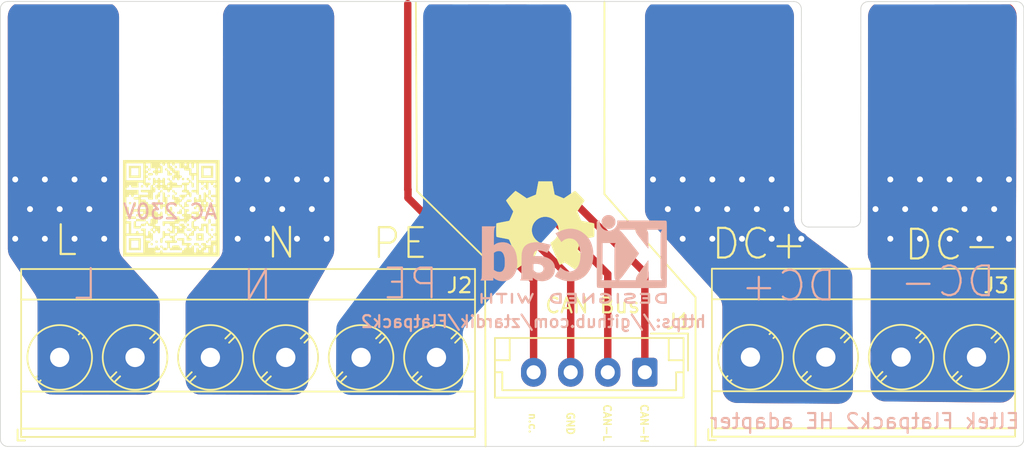
<source format=kicad_pcb>
(kicad_pcb (version 20200512) (host pcbnew "5.99.0-unknown-r18440-5a9e69b1")

  (general
    (thickness 1.6)
    (drawings 48)
    (tracks 73)
    (modules 6)
    (nets 10)
  )

  (paper "A4")
  (layers
    (0 "F.Cu" signal)
    (31 "B.Cu" signal)
    (32 "B.Adhes" user)
    (33 "F.Adhes" user)
    (34 "B.Paste" user)
    (35 "F.Paste" user)
    (36 "B.SilkS" user)
    (37 "F.SilkS" user)
    (38 "B.Mask" user)
    (39 "F.Mask" user)
    (40 "Dwgs.User" user)
    (41 "Cmts.User" user)
    (42 "Eco1.User" user)
    (43 "Eco2.User" user)
    (44 "Edge.Cuts" user)
    (45 "Margin" user)
    (46 "B.CrtYd" user)
    (47 "F.CrtYd" user)
    (48 "B.Fab" user)
    (49 "F.Fab" user)
  )

  (setup
    (stackup
      (layer "F.SilkS" (type "Top Silk Screen"))
      (layer "F.Paste" (type "Top Solder Paste"))
      (layer "F.Mask" (type "Top Solder Mask") (color "Green") (thickness 0.01))
      (layer "F.Cu" (type "copper") (thickness 0.035))
      (layer "dielectric 1" (type "core") (thickness 1.51) (material "FR4") (epsilon_r 4.5) (loss_tangent 0.02))
      (layer "B.Cu" (type "copper") (thickness 0.035))
      (layer "B.Mask" (type "Bottom Solder Mask") (color "Green") (thickness 0.01))
      (layer "B.Paste" (type "Bottom Solder Paste"))
      (layer "B.SilkS" (type "Bottom Silk Screen"))
      (copper_finish "None")
      (dielectric_constraints no)
    )
    (last_trace_width 0.25)
    (user_trace_width 0.5)
    (user_trace_width 2)
    (user_trace_width 2.5)
    (user_trace_width 3)
    (user_trace_width 3.5)
    (user_trace_width 6)
    (trace_clearance 0.2)
    (zone_clearance 0.1)
    (zone_45_only yes)
    (trace_min 0.2)
    (clearance_min 0)
    (via_min_annulus 0.05)
    (via_min_size 0.4)
    (through_hole_min 0.3)
    (via_size 0.8)
    (via_drill 0.4)
    (uvia_size 0.3)
    (uvia_drill 0.1)
    (uvias_allowed no)
    (uvia_min_size 0.2)
    (uvia_min_drill 0.1)
    (max_error 0.005)
    (defaults
      (edge_clearance 0.01)
      (edge_cuts_line_width 0.05)
      (courtyard_line_width 0.05)
      (copper_line_width 0.2)
      (copper_text_dims (size 1.5 1.5) (thickness 0.3))
      (silk_line_width 0.12)
      (silk_text_dims (size 1 1) (thickness 0.15))
      (fab_layers_line_width 0.1)
      (fab_layers_text_dims (size 1 1) (thickness 0.15))
      (other_layers_line_width 0.1)
      (other_layers_text_dims (size 1 1) (thickness 0.15))
      (dimension_units 0)
      (dimension_precision 1)
    )
    (pad_size 1.524 1.524)
    (pad_drill 0.762)
    (pad_to_mask_clearance 0.05)
    (aux_axis_origin 0 0)
    (visible_elements FFFFFF7F)
    (pcbplotparams
      (layerselection 0x010fc_ffffffff)
      (usegerberextensions false)
      (usegerberattributes true)
      (usegerberadvancedattributes true)
      (creategerberjobfile true)
      (svguseinch false)
      (svgprecision 6)
      (excludeedgelayer true)
      (linewidth 0.100000)
      (plotframeref false)
      (viasonmask false)
      (mode 1)
      (useauxorigin false)
      (hpglpennumber 1)
      (hpglpenspeed 20)
      (hpglpendiameter 15.000000)
      (psnegative false)
      (psa4output false)
      (plotreference true)
      (plotvalue true)
      (plotinvisibletext false)
      (sketchpadsonfab false)
      (subtractmaskfromsilk false)
      (outputformat 1)
      (mirror false)
      (drillshape 0)
      (scaleselection 1)
      (outputdirectory "gerber")
    )
  )

  (net 0 "")
  (net 1 "+48V")
  (net 2 "GND")
  (net 3 "PRI_HI")
  (net 4 "PRI_LO")
  (net 5 "GNDD")
  (net 6 "LINE")
  (net 7 "NEUT")
  (net 8 "Earth")
  (net 9 "+1V0")

  (net_class "Default" "This is the default net class."
    (clearance 0.2)
    (trace_width 0.25)
    (via_dia 0.8)
    (via_drill 0.4)
    (uvia_dia 0.3)
    (uvia_drill 0.1)
    (add_net "+1V0")
    (add_net "+48V")
    (add_net "Earth")
    (add_net "GND")
    (add_net "GNDD")
    (add_net "LINE")
    (add_net "NEUT")
    (add_net "PRI_HI")
    (add_net "PRI_LO")
  )

  (module "barcode:barcode" (layer "F.Cu") (tedit 0) (tstamp f4b51c5e-60c1-47df-80a2-758bd3ba5c2a)
    (at 111.52124 93.9419)
    (fp_text reference "G***" (at 0 0) (layer "F.SilkS") hide
      (effects (font (size 1.524 1.524) (thickness 0.3)))
    )
    (fp_text value "LOGO" (at 0.75 0) (layer "F.SilkS") hide
      (effects (font (size 1.524 1.524) (thickness 0.3)))
    )
    (fp_poly (pts (xy 0.208242 -1.222419) (xy 0.227314 -1.169529) (xy 0.227657 -1.154545) (xy 0.24109 -1.092655)
      (xy 0.29398 -1.073583) (xy 0.308963 -1.073239) (xy 0.370854 -1.059807) (xy 0.389926 -1.006917)
      (xy 0.390269 -0.991933) (xy 0.376837 -0.930043) (xy 0.323947 -0.910971) (xy 0.308963 -0.910627)
      (xy 0.247073 -0.92406) (xy 0.228 -0.97695) (xy 0.227657 -0.991933) (xy 0.214224 -1.053824)
      (xy 0.161334 -1.072896) (xy 0.146351 -1.073239) (xy 0.08446 -1.086672) (xy 0.065388 -1.139562)
      (xy 0.065045 -1.154545) (xy 0.078478 -1.216436) (xy 0.131368 -1.235508) (xy 0.146351 -1.235851)) (layer "F.SilkS") (width 0))
    (fp_poly (pts (xy -0.116982 -0.897195) (xy -0.09791 -0.844305) (xy -0.097567 -0.829321) (xy -0.111 -0.767431)
      (xy -0.16389 -0.748359) (xy -0.178873 -0.748015) (xy -0.240764 -0.761448) (xy -0.259836 -0.814338)
      (xy -0.260179 -0.829321) (xy -0.246746 -0.891212) (xy -0.193856 -0.910284) (xy -0.178873 -0.910627)) (layer "F.SilkS") (width 0))
    (fp_poly (pts (xy -0.604819 -1.222419) (xy -0.585746 -1.169529) (xy -0.585403 -1.154545) (xy -0.598836 -1.092655)
      (xy -0.651726 -1.073583) (xy -0.666709 -1.073239) (xy -0.714963 -1.067967) (xy -0.739036 -1.041061)
      (xy -0.747245 -0.975887) (xy -0.748015 -0.910627) (xy -0.750651 -0.814119) (xy -0.764104 -0.765973)
      (xy -0.796691 -0.749556) (xy -0.829321 -0.748015) (xy -0.891212 -0.734583) (xy -0.910284 -0.681693)
      (xy -0.910627 -0.666709) (xy -0.92406 -0.604819) (xy -0.97695 -0.585746) (xy -0.991933 -0.585403)
      (xy -1.040188 -0.590675) (xy -1.06426 -0.617581) (xy -1.072469 -0.682755) (xy -1.073239 -0.748015)
      (xy -1.070603 -0.844524) (xy -1.05715 -0.89267) (xy -1.024563 -0.909087) (xy -0.991933 -0.910627)
      (xy -0.930043 -0.92406) (xy -0.910971 -0.97695) (xy -0.910627 -0.991933) (xy -0.897195 -1.053824)
      (xy -0.844305 -1.072896) (xy -0.829321 -1.073239) (xy -0.767431 -1.086672) (xy -0.748359 -1.139562)
      (xy -0.748015 -1.154545) (xy -0.734583 -1.216436) (xy -0.681693 -1.235508) (xy -0.666709 -1.235851)) (layer "F.SilkS") (width 0))
    (fp_poly (pts (xy 0.682441 0.070317) (xy 0.706514 0.097223) (xy 0.714723 0.162397) (xy 0.715493 0.227657)
      (xy 0.715493 0.390269) (xy 0.552881 0.390269) (xy 0.456373 0.387633) (xy 0.408227 0.37418)
      (xy 0.39181 0.341593) (xy 0.390269 0.308963) (xy 0.403702 0.247073) (xy 0.456592 0.228)
      (xy 0.471575 0.227657) (xy 0.533466 0.214224) (xy 0.552538 0.161334) (xy 0.552881 0.146351)
      (xy 0.566314 0.08446) (xy 0.619204 0.065388) (xy 0.634187 0.065045)) (layer "F.SilkS") (width 0))
    (fp_poly (pts (xy 0.208242 0.24109) (xy 0.227314 0.29398) (xy 0.227657 0.308963) (xy 0.214224 0.370854)
      (xy 0.161334 0.389926) (xy 0.146351 0.390269) (xy 0.08446 0.376837) (xy 0.065388 0.323947)
      (xy 0.065045 0.308963) (xy 0.078478 0.247073) (xy 0.131368 0.228) (xy 0.146351 0.227657)) (layer "F.SilkS") (width 0))
    (fp_poly (pts (xy 1.183914 1.05415) (xy 1.202986 1.10704) (xy 1.203329 1.122023) (xy 1.189897 1.183914)
      (xy 1.137007 1.202986) (xy 1.122023 1.203329) (xy 1.060133 1.189897) (xy 1.041061 1.137007)
      (xy 1.040717 1.122023) (xy 1.05415 1.060133) (xy 1.10704 1.041061) (xy 1.122023 1.040717)) (layer "F.SilkS") (width 0))
    (fp_poly (pts (xy 1.299838 1.368577) (xy 1.347984 1.38203) (xy 1.364401 1.414617) (xy 1.365941 1.447247)
      (xy 1.360669 1.495502) (xy 1.333763 1.519575) (xy 1.268589 1.527783) (xy 1.203329 1.528553)
      (xy 1.106821 1.525917) (xy 1.058675 1.512464) (xy 1.042258 1.479877) (xy 1.040717 1.447247)
      (xy 1.045989 1.398993) (xy 1.072895 1.37492) (xy 1.138069 1.366712) (xy 1.203329 1.365941)) (layer "F.SilkS") (width 0))
    (fp_poly (pts (xy 2.82945 -2.048911) (xy 2.016389 -2.048911) (xy 2.016389 -2.69936) (xy 2.179001 -2.69936)
      (xy 2.179001 -2.211523) (xy 2.666838 -2.211523) (xy 2.666838 -2.69936) (xy 2.179001 -2.69936)
      (xy 2.016389 -2.69936) (xy 2.016389 -2.861972) (xy 2.82945 -2.861972)) (layer "F.SilkS") (width 0))
    (fp_poly (pts (xy -2.048911 -2.048911) (xy -2.861972 -2.048911) (xy -2.861972 -2.69936) (xy -2.69936 -2.69936)
      (xy -2.69936 -2.211523) (xy -2.211523 -2.211523) (xy -2.211523 -2.69936) (xy -2.69936 -2.69936)
      (xy -2.861972 -2.69936) (xy -2.861972 -2.861972) (xy -2.048911 -2.861972)) (layer "F.SilkS") (width 0))
    (fp_poly (pts (xy 0.370854 -2.848539) (xy 0.389926 -2.795649) (xy 0.390269 -2.780666) (xy 0.376837 -2.718775)
      (xy 0.323947 -2.699703) (xy 0.308963 -2.69936) (xy 0.247073 -2.712792) (xy 0.228 -2.765682)
      (xy 0.227657 -2.780666) (xy 0.24109 -2.842556) (xy 0.29398 -2.861628) (xy 0.308963 -2.861972)) (layer "F.SilkS") (width 0))
    (fp_poly (pts (xy -1.417879 -2.685927) (xy -1.398807 -2.633037) (xy -1.398463 -2.618054) (xy -1.411896 -2.556163)
      (xy -1.464786 -2.537091) (xy -1.479769 -2.536748) (xy -1.54166 -2.55018) (xy -1.560732 -2.60307)
      (xy -1.561075 -2.618054) (xy -1.547643 -2.679944) (xy -1.494753 -2.699016) (xy -1.479769 -2.69936)) (layer "F.SilkS") (width 0))
    (fp_poly (pts (xy -0.279595 -2.685927) (xy -0.260522 -2.633037) (xy -0.260179 -2.618054) (xy -0.246746 -2.556163)
      (xy -0.193856 -2.537091) (xy -0.178873 -2.536748) (xy -0.116982 -2.523315) (xy -0.09791 -2.470425)
      (xy -0.097567 -2.455442) (xy -0.084134 -2.393551) (xy -0.031244 -2.374479) (xy -0.016261 -2.374136)
      (xy 0.04563 -2.360703) (xy 0.064702 -2.307813) (xy 0.065045 -2.292829) (xy 0.059773 -2.244575)
      (xy 0.032867 -2.220502) (xy -0.032307 -2.212294) (xy -0.097567 -2.211523) (xy -0.260179 -2.211523)
      (xy -0.260179 -2.374136) (xy -0.262815 -2.470644) (xy -0.276268 -2.51879) (xy -0.308855 -2.535207)
      (xy -0.341485 -2.536748) (xy -0.403376 -2.55018) (xy -0.422448 -2.60307) (xy -0.422791 -2.618054)
      (xy -0.409359 -2.679944) (xy -0.356468 -2.699016) (xy -0.341485 -2.69936)) (layer "F.SilkS") (width 0))
    (fp_poly (pts (xy -1.301955 -2.371499) (xy -1.253809 -2.358046) (xy -1.237392 -2.32546) (xy -1.235851 -2.292829)
      (xy -1.241123 -2.244575) (xy -1.268029 -2.220502) (xy -1.333203 -2.212294) (xy -1.398463 -2.211523)
      (xy -1.494972 -2.21416) (xy -1.543118 -2.227613) (xy -1.559535 -2.260199) (xy -1.561075 -2.292829)
      (xy -1.555803 -2.341084) (xy -1.528897 -2.365157) (xy -1.463723 -2.373365) (xy -1.398463 -2.374136)) (layer "F.SilkS") (width 0))
    (fp_poly (pts (xy 0.85869 -2.035479) (xy 0.877762 -1.982589) (xy 0.878105 -1.967605) (xy 0.864673 -1.905715)
      (xy 0.811783 -1.886643) (xy 0.796799 -1.886299) (xy 0.734909 -1.899732) (xy 0.715837 -1.952622)
      (xy 0.715493 -1.967605) (xy 0.728926 -2.029496) (xy 0.781816 -2.048568) (xy 0.796799 -2.048911)) (layer "F.SilkS") (width 0))
    (fp_poly (pts (xy -1.417879 -2.035479) (xy -1.398807 -1.982589) (xy -1.398463 -1.967605) (xy -1.411896 -1.905715)
      (xy -1.464786 -1.886643) (xy -1.479769 -1.886299) (xy -1.54166 -1.899732) (xy -1.560732 -1.952622)
      (xy -1.561075 -1.967605) (xy -1.547643 -2.029496) (xy -1.494753 -2.048568) (xy -1.479769 -2.048911)) (layer "F.SilkS") (width 0))
    (fp_poly (pts (xy -1.905715 -1.547643) (xy -1.886643 -1.494753) (xy -1.886299 -1.479769) (xy -1.899732 -1.417879)
      (xy -1.952622 -1.398807) (xy -1.967605 -1.398463) (xy -2.029496 -1.411896) (xy -2.048568 -1.464786)
      (xy -2.048911 -1.479769) (xy -2.035479 -1.54166) (xy -1.982589 -1.560732) (xy -1.967605 -1.561075)) (layer "F.SilkS") (width 0))
    (fp_poly (pts (xy 2.159586 -1.385031) (xy 2.178658 -1.332141) (xy 2.179001 -1.317157) (xy 2.165569 -1.255267)
      (xy 2.112679 -1.236195) (xy 2.097695 -1.235851) (xy 2.035805 -1.249284) (xy 2.016733 -1.302174)
      (xy 2.016389 -1.317157) (xy 2.029822 -1.379048) (xy 2.082712 -1.39812) (xy 2.097695 -1.398463)) (layer "F.SilkS") (width 0))
    (fp_poly (pts (xy -2.718775 -0.409359) (xy -2.699703 -0.356468) (xy -2.69936 -0.341485) (xy -2.712792 -0.279595)
      (xy -2.765682 -0.260522) (xy -2.780666 -0.260179) (xy -2.842556 -0.273612) (xy -2.861628 -0.326502)
      (xy -2.861972 -0.341485) (xy -2.848539 -0.403376) (xy -2.795649 -0.422448) (xy -2.780666 -0.422791)) (layer "F.SilkS") (width 0))
    (fp_poly (pts (xy -2.407187 -0.417519) (xy -2.383114 -0.390613) (xy -2.374906 -0.325439) (xy -2.374136 -0.260179)
      (xy -2.376772 -0.16367) (xy -2.390225 -0.115525) (xy -2.422812 -0.099107) (xy -2.455442 -0.097567)
      (xy -2.503696 -0.102839) (xy -2.527769 -0.129745) (xy -2.535977 -0.194919) (xy -2.536748 -0.260179)
      (xy -2.534111 -0.356688) (xy -2.520658 -0.404834) (xy -2.488072 -0.421251) (xy -2.455442 -0.422791)) (layer "F.SilkS") (width 0))
    (fp_poly (pts (xy 2.810034 1.379374) (xy 2.829106 1.432264) (xy 2.82945 1.447247) (xy 2.816017 1.509138)
      (xy 2.763127 1.52821) (xy 2.748144 1.528553) (xy 2.686253 1.515121) (xy 2.667181 1.462231)
      (xy 2.666838 1.447247) (xy 2.68027 1.385357) (xy 2.73316 1.366285) (xy 2.748144 1.365941)) (layer "F.SilkS") (width 0))
    (fp_poly (pts (xy 2.179001 2.179001) (xy 1.691165 2.179001) (xy 1.691165 1.935083) (xy 1.853777 1.935083)
      (xy 1.86721 1.996974) (xy 1.9201 2.016046) (xy 1.935083 2.016389) (xy 1.996974 2.002957)
      (xy 2.016046 1.950067) (xy 2.016389 1.935083) (xy 2.002957 1.873193) (xy 1.950067 1.854121)
      (xy 1.935083 1.853777) (xy 1.873193 1.86721) (xy 1.854121 1.9201) (xy 1.853777 1.935083)
      (xy 1.691165 1.935083) (xy 1.691165 1.691165) (xy 2.179001 1.691165)) (layer "F.SilkS") (width 0))
    (fp_poly (pts (xy -0.930043 2.192434) (xy -0.910971 2.245324) (xy -0.910627 2.260308) (xy -0.92406 2.322198)
      (xy -0.97695 2.34127) (xy -0.991933 2.341614) (xy -1.053824 2.328181) (xy -1.072896 2.275291)
      (xy -1.073239 2.260308) (xy -1.059807 2.198417) (xy -1.006917 2.179345) (xy -0.991933 2.179001)) (layer "F.SilkS") (width 0))
    (fp_poly (pts (xy -1.255267 2.355046) (xy -1.236195 2.407936) (xy -1.235851 2.42292) (xy -1.249284 2.48481)
      (xy -1.302174 2.503882) (xy -1.317157 2.504226) (xy -1.379048 2.490793) (xy -1.39812 2.437903)
      (xy -1.398463 2.42292) (xy -1.385031 2.361029) (xy -1.332141 2.341957) (xy -1.317157 2.341614)) (layer "F.SilkS") (width 0))
    (fp_poly (pts (xy 1.787674 2.34425) (xy 1.83582 2.357703) (xy 1.852237 2.39029) (xy 1.853777 2.42292)
      (xy 1.86721 2.48481) (xy 1.9201 2.503882) (xy 1.935083 2.504226) (xy 1.996974 2.517658)
      (xy 2.016046 2.570548) (xy 2.016389 2.585532) (xy 2.002957 2.647422) (xy 1.950067 2.666494)
      (xy 1.935083 2.666838) (xy 1.873193 2.653405) (xy 1.854121 2.600515) (xy 1.853777 2.585532)
      (xy 1.848505 2.537277) (xy 1.821599 2.513204) (xy 1.756425 2.504996) (xy 1.691165 2.504226)
      (xy 1.594657 2.501589) (xy 1.546511 2.488136) (xy 1.530094 2.45555) (xy 1.528553 2.42292)
      (xy 1.533826 2.374665) (xy 1.560732 2.350592) (xy 1.625905 2.342384) (xy 1.691165 2.341614)) (layer "F.SilkS") (width 0))
    (fp_poly (pts (xy 2.633786 0.720765) (xy 2.657859 0.747671) (xy 2.666067 0.812845) (xy 2.666838 0.878105)
      (xy 2.664201 0.974614) (xy 2.650749 1.02276) (xy 2.618162 1.039177) (xy 2.585532 1.040717)
      (xy 2.504226 1.040717) (xy 2.504226 0.878105) (xy 2.506862 0.781597) (xy 2.520315 0.733451)
      (xy 2.552902 0.717034) (xy 2.585532 0.715493)) (layer "F.SilkS") (width 0))
    (fp_poly (pts (xy 1.183914 -2.035479) (xy 1.202986 -1.982589) (xy 1.203329 -1.967605) (xy 1.216762 -1.905715)
      (xy 1.269652 -1.886643) (xy 1.284635 -1.886299) (xy 1.346526 -1.872867) (xy 1.365598 -1.819977)
      (xy 1.365941 -1.804993) (xy 1.379374 -1.743103) (xy 1.432264 -1.724031) (xy 1.447247 -1.723687)
      (xy 1.495502 -1.718415) (xy 1.519575 -1.691509) (xy 1.527783 -1.626335) (xy 1.528553 -1.561075)
      (xy 1.525917 -1.464567) (xy 1.512464 -1.416421) (xy 1.479877 -1.400004) (xy 1.447247 -1.398463)
      (xy 1.398993 -1.403736) (xy 1.37492 -1.430641) (xy 1.366712 -1.495815) (xy 1.365941 -1.561075)
      (xy 1.363305 -1.657584) (xy 1.349852 -1.70573) (xy 1.317265 -1.722147) (xy 1.284635 -1.723687)
      (xy 1.222745 -1.710255) (xy 1.203673 -1.657365) (xy 1.203329 -1.642381) (xy 1.189897 -1.580491)
      (xy 1.137007 -1.561419) (xy 1.122023 -1.561075) (xy 1.073769 -1.555803) (xy 1.049696 -1.528897)
      (xy 1.041487 -1.463723) (xy 1.040717 -1.398463) (xy 1.043353 -1.301955) (xy 1.056806 -1.253809)
      (xy 1.089393 -1.237392) (xy 1.122023 -1.235851) (xy 1.183914 -1.222419) (xy 1.202986 -1.169529)
      (xy 1.203329 -1.154545) (xy 1.216762 -1.092655) (xy 1.269652 -1.073583) (xy 1.284635 -1.073239)
      (xy 1.33289 -1.067967) (xy 1.356963 -1.041061) (xy 1.365171 -0.975887) (xy 1.365941 -0.910627)
      (xy 1.363305 -0.814119) (xy 1.349852 -0.765973) (xy 1.317265 -0.749556) (xy 1.284635 -0.748015)
      (xy 1.222745 -0.761448) (xy 1.203673 -0.814338) (xy 1.203329 -0.829321) (xy 1.189897 -0.891212)
      (xy 1.137007 -0.910284) (xy 1.122023 -0.910627) (xy 1.060133 -0.897195) (xy 1.041061 -0.844305)
      (xy 1.040717 -0.829321) (xy 1.027285 -0.767431) (xy 0.974395 -0.748359) (xy 0.959411 -0.748015)
      (xy 0.897521 -0.734583) (xy 0.878449 -0.681693) (xy 0.878105 -0.666709) (xy 0.864673 -0.604819)
      (xy 0.811783 -0.585746) (xy 0.796799 -0.585403) (xy 0.734909 -0.571971) (xy 0.715837 -0.519081)
      (xy 0.715493 -0.504097) (xy 0.702061 -0.442207) (xy 0.649171 -0.423134) (xy 0.634187 -0.422791)
      (xy 0.572297 -0.409359) (xy 0.553225 -0.356468) (xy 0.552881 -0.341485) (xy 0.566314 -0.279595)
      (xy 0.619204 -0.260522) (xy 0.634187 -0.260179) (xy 0.696078 -0.246746) (xy 0.71515 -0.193856)
      (xy 0.715493 -0.178873) (xy 0.728926 -0.116982) (xy 0.781816 -0.09791) (xy 0.796799 -0.097567)
      (xy 0.845053 -0.102839) (xy 0.869126 -0.129745) (xy 0.877335 -0.194919) (xy 0.878105 -0.260179)
      (xy 0.880741 -0.356688) (xy 0.894194 -0.404834) (xy 0.926781 -0.421251) (xy 0.959411 -0.422791)
      (xy 1.021302 -0.436224) (xy 1.040374 -0.489114) (xy 1.040717 -0.504097) (xy 1.045989 -0.552351)
      (xy 1.072895 -0.576424) (xy 1.138069 -0.584633) (xy 1.203329 -0.585403) (xy 1.299838 -0.582767)
      (xy 1.347984 -0.569314) (xy 1.364401 -0.536727) (xy 1.365941 -0.504097) (xy 1.360669 -0.455843)
      (xy 1.333763 -0.43177) (xy 1.268589 -0.423561) (xy 1.203329 -0.422791) (xy 1.106821 -0.420155)
      (xy 1.058675 -0.406702) (xy 1.042258 -0.374115) (xy 1.040717 -0.341485) (xy 1.05415 -0.279595)
      (xy 1.10704 -0.260522) (xy 1.122023 -0.260179) (xy 1.183914 -0.246746) (xy 1.202986 -0.193856)
      (xy 1.203329 -0.178873) (xy 1.198057 -0.130619) (xy 1.171151 -0.106546) (xy 1.105977 -0.098337)
      (xy 1.040717 -0.097567) (xy 0.944209 -0.094931) (xy 0.896063 -0.081478) (xy 0.879646 -0.048891)
      (xy 0.878105 -0.016261) (xy 0.883377 0.031993) (xy 0.910283 0.056066) (xy 0.975457 0.064275)
      (xy 1.040717 0.065045) (xy 1.137226 0.067681) (xy 1.185372 0.081134) (xy 1.201789 0.113721)
      (xy 1.203329 0.146351) (xy 1.189897 0.208242) (xy 1.137007 0.227314) (xy 1.122023 0.227657)
      (xy 1.060133 0.24109) (xy 1.041061 0.29398) (xy 1.040717 0.308963) (xy 1.045989 0.357217)
      (xy 1.072895 0.38129) (xy 1.138069 0.389499) (xy 1.203329 0.390269) (xy 1.299838 0.387633)
      (xy 1.347984 0.37418) (xy 1.364401 0.341593) (xy 1.365941 0.308963) (xy 1.853777 0.308963)
      (xy 1.86721 0.370854) (xy 1.9201 0.389926) (xy 1.935083 0.390269) (xy 1.996974 0.403702)
      (xy 2.016046 0.456592) (xy 2.016389 0.471575) (xy 2.021662 0.519829) (xy 2.048568 0.543902)
      (xy 2.113741 0.552111) (xy 2.179001 0.552881) (xy 2.341614 0.552881) (xy 2.341614 0.227657)
      (xy 2.097695 0.227657) (xy 1.973629 0.22867) (xy 1.900903 0.234755) (xy 1.865819 0.250478)
      (xy 1.854674 0.280406) (xy 1.853777 0.308963) (xy 1.365941 0.308963) (xy 1.368981 0.267607)
      (xy 1.387235 0.243366) (xy 1.434403 0.231671) (xy 1.524187 0.227956) (xy 1.609859 0.227657)
      (xy 1.853777 0.227657) (xy 1.853777 0.065045) (xy 1.851557 -0.016261) (xy 2.016389 -0.016261)
      (xy 2.029822 0.04563) (xy 2.082712 0.064702) (xy 2.097695 0.065045) (xy 2.159586 0.051612)
      (xy 2.178658 -0.001278) (xy 2.179001 -0.016261) (xy 2.165569 -0.078152) (xy 2.112679 -0.097224)
      (xy 2.097695 -0.097567) (xy 2.035805 -0.084134) (xy 2.016733 -0.031244) (xy 2.016389 -0.016261)
      (xy 1.851557 -0.016261) (xy 1.851141 -0.031464) (xy 1.837688 -0.079609) (xy 1.805101 -0.096027)
      (xy 1.772471 -0.097567) (xy 1.710581 -0.084134) (xy 1.691509 -0.031244) (xy 1.691165 -0.016261)
      (xy 1.677733 0.04563) (xy 1.624843 0.064702) (xy 1.609859 0.065045) (xy 1.547969 0.051612)
      (xy 1.528897 -0.001278) (xy 1.528553 -0.016261) (xy 1.541986 -0.078152) (xy 1.594876 -0.097224)
      (xy 1.609859 -0.097567) (xy 1.67175 -0.111) (xy 1.690822 -0.16389) (xy 1.691165 -0.178873)
      (xy 1.677733 -0.240764) (xy 1.624843 -0.259836) (xy 1.609859 -0.260179) (xy 1.568504 -0.263219)
      (xy 1.544262 -0.281472) (xy 1.532567 -0.328641) (xy 1.532036 -0.341485) (xy 1.691165 -0.341485)
      (xy 1.696438 -0.293231) (xy 1.723344 -0.269158) (xy 1.788517 -0.260949) (xy 1.853777 -0.260179)
      (xy 1.950286 -0.262815) (xy 1.998432 -0.276268) (xy 2.014849 -0.308855) (xy 2.016389 -0.341485)
      (xy 2.179001 -0.341485) (xy 2.192434 -0.279595) (xy 2.245324 -0.260522) (xy 2.260308 -0.260179)
      (xy 2.322198 -0.273612) (xy 2.34127 -0.326502) (xy 2.341614 -0.341485) (xy 2.328181 -0.403376)
      (xy 2.275291 -0.422448) (xy 2.260308 -0.422791) (xy 2.198417 -0.409359) (xy 2.179345 -0.356468)
      (xy 2.179001 -0.341485) (xy 2.016389 -0.341485) (xy 2.011117 -0.389739) (xy 1.984211 -0.413812)
      (xy 1.919037 -0.422021) (xy 1.853777 -0.422791) (xy 1.757269 -0.420155) (xy 1.709123 -0.406702)
      (xy 1.692706 -0.374115) (xy 1.691165 -0.341485) (xy 1.532036 -0.341485) (xy 1.528852 -0.418425)
      (xy 1.528553 -0.504097) (xy 1.529567 -0.628164) (xy 1.535651 -0.700889) (xy 1.551374 -0.735974)
      (xy 1.581302 -0.747118) (xy 1.609859 -0.748015) (xy 1.67175 -0.734583) (xy 1.690822 -0.681693)
      (xy 1.691165 -0.666709) (xy 1.704598 -0.604819) (xy 1.757488 -0.585746) (xy 1.772471 -0.585403)
      (xy 1.820726 -0.590675) (xy 1.844799 -0.617581) (xy 1.853007 -0.682755) (xy 1.853777 -0.748015)
      (xy 1.856414 -0.844524) (xy 1.869867 -0.89267) (xy 1.902453 -0.909087) (xy 1.935083 -0.910627)
      (xy 1.983338 -0.905355) (xy 2.007411 -0.878449) (xy 2.015619 -0.813275) (xy 2.016389 -0.748015)
      (xy 2.019026 -0.651507) (xy 2.032479 -0.603361) (xy 2.065065 -0.586944) (xy 2.097695 -0.585403)
      (xy 2.139051 -0.588443) (xy 2.163293 -0.606696) (xy 2.174988 -0.653865) (xy 2.178703 -0.743649)
      (xy 2.179001 -0.829321) (xy 2.180015 -0.953388) (xy 2.186099 -1.026113) (xy 2.201822 -1.061198)
      (xy 2.23175 -1.072343) (xy 2.260308 -1.073239) (xy 2.322198 -1.059807) (xy 2.34127 -1.006917)
      (xy 2.341614 -0.991933) (xy 2.355046 -0.930043) (xy 2.407936 -0.910971) (xy 2.42292 -0.910627)
      (xy 2.471174 -0.915899) (xy 2.495247 -0.942805) (xy 2.503455 -1.007979) (xy 2.504226 -1.073239)
      (xy 2.506862 -1.169748) (xy 2.520315 -1.217894) (xy 2.552902 -1.234311) (xy 2.585532 -1.235851)
      (xy 2.633786 -1.230579) (xy 2.657859 -1.203673) (xy 2.666067 -1.138499) (xy 2.666838 -1.073239)
      (xy 2.664201 -0.976731) (xy 2.650749 -0.928585) (xy 2.618162 -0.912168) (xy 2.585532 -0.910627)
      (xy 2.523641 -0.897195) (xy 2.504569 -0.844305) (xy 2.504226 -0.829321) (xy 2.517658 -0.767431)
      (xy 2.570548 -0.748359) (xy 2.585532 -0.748015) (xy 2.647422 -0.734583) (xy 2.666494 -0.681693)
      (xy 2.666838 -0.666709) (xy 2.68027 -0.604819) (xy 2.73316 -0.585746) (xy 2.748144 -0.585403)
      (xy 2.810034 -0.571971) (xy 2.829106 -0.519081) (xy 2.82945 -0.504097) (xy 2.816017 -0.442207)
      (xy 2.763127 -0.423134) (xy 2.748144 -0.422791) (xy 2.686253 -0.436224) (xy 2.667181 -0.489114)
      (xy 2.666838 -0.504097) (xy 2.653405 -0.565988) (xy 2.600515 -0.58506) (xy 2.585532 -0.585403)
      (xy 2.523641 -0.598836) (xy 2.504569 -0.651726) (xy 2.504226 -0.666709) (xy 2.490793 -0.7286)
      (xy 2.437903 -0.747672) (xy 2.42292 -0.748015) (xy 2.374665 -0.742743) (xy 2.350592 -0.715837)
      (xy 2.342384 -0.650663) (xy 2.341614 -0.585403) (xy 2.34425 -0.488895) (xy 2.357703 -0.440749)
      (xy 2.39029 -0.424331) (xy 2.42292 -0.422791) (xy 2.471174 -0.417519) (xy 2.495247 -0.390613)
      (xy 2.503455 -0.325439) (xy 2.504226 -0.260179) (xy 2.501589 -0.16367) (xy 2.488136 -0.115525)
      (xy 2.45555 -0.099107) (xy 2.42292 -0.097567) (xy 2.374665 -0.092295) (xy 2.350592 -0.065389)
      (xy 2.342384 -0.000215) (xy 2.341614 0.065045) (xy 2.34425 0.161554) (xy 2.357703 0.2097)
      (xy 2.39029 0.226117) (xy 2.42292 0.227657) (xy 2.471174 0.232929) (xy 2.495247 0.259835)
      (xy 2.503455 0.325009) (xy 2.504226 0.390269) (xy 2.501589 0.486778) (xy 2.488136 0.534924)
      (xy 2.45555 0.551341) (xy 2.42292 0.552881) (xy 2.374665 0.558153) (xy 2.350592 0.585059)
      (xy 2.342384 0.650233) (xy 2.341614 0.715493) (xy 2.338977 0.812002) (xy 2.325524 0.860148)
      (xy 2.292938 0.876565) (xy 2.260308 0.878105) (xy 2.198417 0.864673) (xy 2.179345 0.811783)
      (xy 2.179001 0.796799) (xy 2.165569 0.734909) (xy 2.112679 0.715837) (xy 2.097695 0.715493)
      (xy 2.035805 0.702061) (xy 2.016733 0.649171) (xy 2.016389 0.634187) (xy 2.002957 0.572297)
      (xy 1.950067 0.553225) (xy 1.935083 0.552881) (xy 1.873193 0.566314) (xy 1.854121 0.619204)
      (xy 1.853777 0.634187) (xy 1.840345 0.696078) (xy 1.787455 0.71515) (xy 1.772471 0.715493)
      (xy 1.710581 0.728926) (xy 1.691509 0.781816) (xy 1.691165 0.796799) (xy 1.677733 0.85869)
      (xy 1.624843 0.877762) (xy 1.609859 0.878105) (xy 1.561605 0.883377) (xy 1.537532 0.910283)
      (xy 1.529324 0.975457) (xy 1.528553 1.040717) (xy 1.528553 1.203329) (xy 1.691165 1.203329)
      (xy 1.787674 1.205965) (xy 1.83582 1.219418) (xy 1.852237 1.252005) (xy 1.853777 1.284635)
      (xy 1.86721 1.346526) (xy 1.9201 1.365598) (xy 1.935083 1.365941) (xy 1.983338 1.360669)
      (xy 2.007411 1.333763) (xy 2.015619 1.268589) (xy 2.016389 1.203329) (xy 2.016389 1.040717)
      (xy 2.504226 1.040717) (xy 2.504226 1.691165) (xy 2.585532 1.691165) (xy 2.647422 1.704598)
      (xy 2.666494 1.757488) (xy 2.666838 1.772471) (xy 2.68027 1.834362) (xy 2.73316 1.853434)
      (xy 2.748144 1.853777) (xy 2.810034 1.86721) (xy 2.829106 1.9201) (xy 2.82945 1.935083)
      (xy 2.816017 1.996974) (xy 2.763127 2.016046) (xy 2.748144 2.016389) (xy 2.686253 2.029822)
      (xy 2.667181 2.082712) (xy 2.666838 2.097695) (xy 2.653405 2.159586) (xy 2.600515 2.178658)
      (xy 2.585532 2.179001) (xy 2.523641 2.192434) (xy 2.504569 2.245324) (xy 2.504226 2.260308)
      (xy 2.490793 2.322198) (xy 2.437903 2.34127) (xy 2.42292 2.341614) (xy 2.361029 2.328181)
      (xy 2.341957 2.275291) (xy 2.341614 2.260308) (xy 2.355046 2.198417) (xy 2.407936 2.179345)
      (xy 2.42292 2.179001) (xy 2.48481 2.165569) (xy 2.503882 2.112679) (xy 2.504226 2.097695)
      (xy 2.517658 2.035805) (xy 2.570548 2.016733) (xy 2.585532 2.016389) (xy 2.647422 2.002957)
      (xy 2.666494 1.950067) (xy 2.666838 1.935083) (xy 2.653405 1.873193) (xy 2.600515 1.854121)
      (xy 2.585532 1.853777) (xy 2.523641 1.840345) (xy 2.504569 1.787455) (xy 2.504226 1.772471)
      (xy 2.490793 1.710581) (xy 2.437903 1.691509) (xy 2.42292 1.691165) (xy 2.381564 1.688126)
      (xy 2.357322 1.669872) (xy 2.345627 1.622704) (xy 2.341912 1.53292) (xy 2.341614 1.447247)
      (xy 2.3406 1.32318) (xy 2.334516 1.250455) (xy 2.318793 1.215371) (xy 2.288865 1.204226)
      (xy 2.260308 1.203329) (xy 2.212053 1.208601) (xy 2.18798 1.235507) (xy 2.179772 1.300681)
      (xy 2.179001 1.365941) (xy 2.179001 1.528553) (xy 2.016389 1.528553) (xy 1.919881 1.525917)
      (xy 1.871735 1.512464) (xy 1.855318 1.479877) (xy 1.853777 1.447247) (xy 1.840345 1.385357)
      (xy 1.787455 1.366285) (xy 1.772471 1.365941) (xy 1.710581 1.379374) (xy 1.691509 1.432264)
      (xy 1.691165 1.447247) (xy 1.677733 1.509138) (xy 1.624843 1.52821) (xy 1.609859 1.528553)
      (xy 1.561605 1.533826) (xy 1.537532 1.560732) (xy 1.529324 1.625905) (xy 1.528553 1.691165)
      (xy 1.528553 1.853777) (xy 1.365941 1.853777) (xy 1.269433 1.856414) (xy 1.221287 1.869867)
      (xy 1.20487 1.902453) (xy 1.203329 1.935083) (xy 1.216762 1.996974) (xy 1.269652 2.016046)
      (xy 1.284635 2.016389) (xy 1.346526 2.029822) (xy 1.365598 2.082712) (xy 1.365941 2.097695)
      (xy 1.360669 2.14595) (xy 1.333763 2.170023) (xy 1.268589 2.178231) (xy 1.203329 2.179001)
      (xy 1.040717 2.179001) (xy 1.040717 2.016389) (xy 1.038081 1.919881) (xy 1.024628 1.871735)
      (xy 0.992041 1.855318) (xy 0.959411 1.853777) (xy 0.897521 1.840345) (xy 0.878449 1.787455)
      (xy 0.878105 1.772471) (xy 0.875065 1.731116) (xy 0.856812 1.706874) (xy 0.809644 1.695179)
      (xy 0.719859 1.691464) (xy 0.634187 1.691165) (xy 0.51012 1.692179) (xy 0.437395 1.698263)
      (xy 0.402311 1.713986) (xy 0.391166 1.743914) (xy 0.390269 1.772471) (xy 0.376837 1.834362)
      (xy 0.323947 1.853434) (xy 0.308963 1.853777) (xy 0.260709 1.85905) (xy 0.236636 1.885956)
      (xy 0.228427 1.951129) (xy 0.227657 2.016389) (xy 0.230293 2.112898) (xy 0.243746 2.161044)
      (xy 0.276333 2.177461) (xy 0.308963 2.179001) (xy 0.370854 2.192434) (xy 0.389926 2.245324)
      (xy 0.390269 2.260308) (xy 0.387229 2.301663) (xy 0.368976 2.325905) (xy 0.321807 2.3376)
      (xy 0.232023 2.341315) (xy 0.146351 2.341614) (xy -0.097567 2.341614) (xy -0.097567 2.504226)
      (xy -0.094931 2.600734) (xy -0.081478 2.64888) (xy -0.048891 2.665297) (xy -0.016261 2.666838)
      (xy 0.04563 2.653405) (xy 0.064702 2.600515) (xy 0.065045 2.585532) (xy 0.068085 2.544176)
      (xy 0.086338 2.519934) (xy 0.133507 2.508239) (xy 0.223291 2.504524) (xy 0.308963 2.504226)
      (xy 0.43303 2.505239) (xy 0.505755 2.511323) (xy 0.54084 2.527046) (xy 0.551984 2.556974)
      (xy 0.552881 2.585532) (xy 0.566314 2.647422) (xy 0.619204 2.666494) (xy 0.634187 2.666838)
      (xy 0.696078 2.68027) (xy 0.71515 2.73316) (xy 0.715493 2.748144) (xy 0.715493 2.82945)
      (xy -0.097567 2.82945) (xy -0.097567 2.748144) (xy -0.111 2.686253) (xy -0.16389 2.667181)
      (xy -0.178873 2.666838) (xy -0.240764 2.68027) (xy -0.259836 2.73316) (xy -0.260179 2.748144)
      (xy -0.265451 2.796398) (xy -0.292357 2.820471) (xy -0.357531 2.828679) (xy -0.422791 2.82945)
      (xy -0.5193 2.826814) (xy -0.567446 2.813361) (xy -0.583863 2.780774) (xy -0.585403 2.748144)
      (xy -0.598836 2.686253) (xy -0.651726 2.667181) (xy -0.666709 2.666838) (xy -0.7286 2.653405)
      (xy -0.747672 2.600515) (xy -0.748015 2.585532) (xy -0.734583 2.523641) (xy -0.681693 2.504569)
      (xy -0.666709 2.504226) (xy -0.604819 2.517658) (xy -0.585746 2.570548) (xy -0.585403 2.585532)
      (xy -0.580131 2.633786) (xy -0.553225 2.657859) (xy -0.488051 2.666067) (xy -0.422791 2.666838)
      (xy -0.260179 2.666838) (xy -0.260179 2.504226) (xy -0.262815 2.407717) (xy -0.276268 2.359571)
      (xy -0.308855 2.343154) (xy -0.341485 2.341614) (xy -0.403376 2.328181) (xy -0.422448 2.275291)
      (xy -0.422791 2.260308) (xy -0.419751 2.218952) (xy -0.401498 2.19471) (xy -0.354329 2.183015)
      (xy -0.264545 2.1793) (xy -0.178873 2.179001) (xy -0.054806 2.177988) (xy 0.017919 2.171904)
      (xy 0.053004 2.156181) (xy 0.064148 2.126253) (xy 0.065045 2.097695) (xy 0.051612 2.035805)
      (xy -0.001278 2.016733) (xy -0.016261 2.016389) (xy -0.078152 2.002957) (xy -0.097224 1.950067)
      (xy -0.097567 1.935083) (xy -0.102839 1.886829) (xy -0.129745 1.862756) (xy -0.194919 1.854548)
      (xy -0.260179 1.853777) (xy -0.356688 1.856414) (xy -0.404834 1.869867) (xy -0.421251 1.902453)
      (xy -0.422791 1.935083) (xy -0.436224 1.996974) (xy -0.489114 2.016046) (xy -0.504097 2.016389)
      (xy -0.552351 2.021662) (xy -0.576424 2.048568) (xy -0.584633 2.113741) (xy -0.585403 2.179001)
      (xy -0.588039 2.27551) (xy -0.601492 2.323656) (xy -0.634079 2.340073) (xy -0.666709 2.341614)
      (xy -0.714963 2.336341) (xy -0.739036 2.309435) (xy -0.747245 2.244262) (xy -0.748015 2.179001)
      (xy -0.745379 2.082493) (xy -0.731926 2.034347) (xy -0.699339 2.01793) (xy -0.666709 2.016389)
      (xy -0.625353 2.01335) (xy -0.601112 1.995096) (xy -0.589417 1.947928) (xy -0.585702 1.858144)
      (xy -0.585403 1.772471) (xy -0.097567 1.772471) (xy -0.092295 1.820726) (xy -0.065389 1.844799)
      (xy -0.000215 1.853007) (xy 0.065045 1.853777) (xy 0.161554 1.851141) (xy 0.2097 1.837688)
      (xy 0.226117 1.805101) (xy 0.227657 1.772471) (xy 0.24109 1.710581) (xy 0.29398 1.691509)
      (xy 0.308963 1.691165) (xy 0.357217 1.685893) (xy 0.38129 1.658987) (xy 0.389499 1.593813)
      (xy 0.390269 1.528553) (xy 0.387633 1.432045) (xy 0.37418 1.383899) (xy 0.341593 1.367482)
      (xy 0.308963 1.365941) (xy 0.260709 1.371214) (xy 0.236636 1.39812) (xy 0.228427 1.463293)
      (xy 0.227657 1.528553) (xy 0.227657 1.691165) (xy 0.065045 1.691165) (xy -0.031464 1.693801)
      (xy -0.079609 1.707254) (xy -0.096027 1.739841) (xy -0.097567 1.772471) (xy -0.585403 1.772471)
      (xy -0.58439 1.648404) (xy -0.578305 1.575679) (xy -0.562583 1.540595) (xy -0.532655 1.52945)
      (xy -0.504097 1.528553) (xy -0.442207 1.541986) (xy -0.423134 1.594876) (xy -0.422791 1.609859)
      (xy -0.417519 1.658114) (xy -0.390613 1.682187) (xy -0.325439 1.690395) (xy -0.260179 1.691165)
      (xy -0.16367 1.688529) (xy -0.115525 1.675076) (xy -0.099107 1.642489) (xy -0.097567 1.609859)
      (xy -0.111 1.547969) (xy -0.16389 1.528897) (xy -0.178873 1.528553) (xy -0.240764 1.515121)
      (xy -0.259836 1.462231) (xy -0.260179 1.447247) (xy -0.246746 1.385357) (xy -0.193856 1.366285)
      (xy -0.178873 1.365941) (xy -0.116982 1.379374) (xy -0.09791 1.432264) (xy -0.097567 1.447247)
      (xy -0.084134 1.509138) (xy -0.031244 1.52821) (xy -0.016261 1.528553) (xy 0.031993 1.523281)
      (xy 0.056066 1.496375) (xy 0.064275 1.431201) (xy 0.065045 1.365941) (xy 0.062409 1.269433)
      (xy 0.048956 1.221287) (xy 0.016369 1.20487) (xy -0.016261 1.203329) (xy -0.078152 1.189897)
      (xy -0.097224 1.137007) (xy -0.097567 1.122023) (xy 0.227657 1.122023) (xy 0.232929 1.170278)
      (xy 0.259835 1.19435) (xy 0.325009 1.202559) (xy 0.390269 1.203329) (xy 0.486778 1.205965)
      (xy 0.534924 1.219418) (xy 0.551341 1.252005) (xy 0.552881 1.284635) (xy 0.566314 1.346526)
      (xy 0.619204 1.365598) (xy 0.634187 1.365941) (xy 0.696078 1.352509) (xy 0.71515 1.299619)
      (xy 0.715493 1.284635) (xy 0.702061 1.222745) (xy 0.649171 1.203673) (xy 0.634187 1.203329)
      (xy 0.572297 1.189897) (xy 0.553225 1.137007) (xy 0.552881 1.122023) (xy 0.558153 1.073769)
      (xy 0.585059 1.049696) (xy 0.650233 1.041487) (xy 0.715493 1.040717) (xy 0.812002 1.043353)
      (xy 0.860148 1.056806) (xy 0.876565 1.089393) (xy 0.878105 1.122023) (xy 0.891538 1.183914)
      (xy 0.944428 1.202986) (xy 0.959411 1.203329) (xy 1.021302 1.216762) (xy 1.040374 1.269652)
      (xy 1.040717 1.284635) (xy 1.027285 1.346526) (xy 0.974395 1.365598) (xy 0.959411 1.365941)
      (xy 0.911157 1.371214) (xy 0.887084 1.39812) (xy 0.878875 1.463293) (xy 0.878105 1.528553)
      (xy 0.880741 1.625062) (xy 0.894194 1.673208) (xy 0.926781 1.689625) (xy 0.959411 1.691165)
      (xy 1.021302 1.704598) (xy 1.040374 1.757488) (xy 1.040717 1.772471) (xy 1.05415 1.834362)
      (xy 1.10704 1.853434) (xy 1.122023 1.853777) (xy 1.183914 1.840345) (xy 1.202986 1.787455)
      (xy 1.203329 1.772471) (xy 1.216762 1.710581) (xy 1.269652 1.691509) (xy 1.284635 1.691165)
      (xy 1.346526 1.677733) (xy 1.365598 1.624843) (xy 1.365941 1.609859) (xy 1.379374 1.547969)
      (xy 1.432264 1.528897) (xy 1.447247 1.528553) (xy 1.509138 1.515121) (xy 1.52821 1.462231)
      (xy 1.528553 1.447247) (xy 1.515121 1.385357) (xy 1.462231 1.366285) (xy 1.447247 1.365941)
      (xy 1.405892 1.362901) (xy 1.38165 1.344648) (xy 1.369955 1.29748) (xy 1.36624 1.207695)
      (xy 1.365941 1.122023) (xy 1.366955 0.997956) (xy 1.373039 0.925231) (xy 1.388762 0.890147)
      (xy 1.41869 0.879002) (xy 1.447247 0.878105) (xy 1.495502 0.872833) (xy 1.519575 0.845927)
      (xy 1.527783 0.780753) (xy 1.528553 0.715493) (xy 1.531189 0.618985) (xy 1.544642 0.570839)
      (xy 1.577229 0.554422) (xy 1.609859 0.552881) (xy 1.67175 0.539449) (xy 1.690822 0.486559)
      (xy 1.691165 0.471575) (xy 1.685893 0.423321) (xy 1.658987 0.399248) (xy 1.593813 0.391039)
      (xy 1.528553 0.390269) (xy 1.365941 0.390269) (xy 1.365941 0.552881) (xy 1.363305 0.64939)
      (xy 1.349852 0.697536) (xy 1.317265 0.713953) (xy 1.284635 0.715493) (xy 1.222745 0.728926)
      (xy 1.203673 0.781816) (xy 1.203329 0.796799) (xy 1.189897 0.85869) (xy 1.137007 0.877762)
      (xy 1.122023 0.878105) (xy 1.060133 0.891538) (xy 1.041061 0.944428) (xy 1.040717 0.959411)
      (xy 1.027285 1.021302) (xy 0.974395 1.040374) (xy 0.959411 1.040717) (xy 0.897521 1.027285)
      (xy 0.878449 0.974395) (xy 0.878105 0.959411) (xy 0.872833 0.911157) (xy 0.845927 0.887084)
      (xy 0.780753 0.878875) (xy 0.715493 0.878105) (xy 0.618985 0.880741) (xy 0.570839 0.894194)
      (xy 0.554422 0.926781) (xy 0.552881 0.959411) (xy 0.547609 1.007666) (xy 0.520703 1.031738)
      (xy 0.455529 1.039947) (xy 0.390269 1.040717) (xy 0.293761 1.043353) (xy 0.245615 1.056806)
      (xy 0.229197 1.089393) (xy 0.227657 1.122023) (xy -0.097567 1.122023) (xy -0.102839 1.073769)
      (xy -0.129745 1.049696) (xy -0.194919 1.041487) (xy -0.260179 1.040717) (xy -0.356688 1.043353)
      (xy -0.404834 1.056806) (xy -0.421251 1.089393) (xy -0.422791 1.122023) (xy -0.436224 1.183914)
      (xy -0.489114 1.202986) (xy -0.504097 1.203329) (xy -0.552351 1.198057) (xy -0.576424 1.171151)
      (xy -0.584633 1.105977) (xy -0.585403 1.040717) (xy -0.585403 0.878105) (xy 0.227657 0.878105)
      (xy 0.227657 0.796799) (xy 0.214224 0.734909) (xy 0.161334 0.715837) (xy 0.146351 0.715493)
      (xy 0.08446 0.702061) (xy 0.065388 0.649171) (xy 0.065045 0.634187) (xy 0.059773 0.585933)
      (xy 0.032867 0.56186) (xy -0.032307 0.553651) (xy -0.097567 0.552881) (xy -0.194076 0.550245)
      (xy -0.242221 0.536792) (xy -0.258639 0.504205) (xy -0.260179 0.471575) (xy -0.273612 0.409685)
      (xy -0.326502 0.390612) (xy -0.341485 0.390269) (xy -0.382841 0.387229) (xy -0.407082 0.368976)
      (xy -0.418777 0.321807) (xy -0.422492 0.232023) (xy -0.422791 0.146351) (xy -0.423804 0.022284)
      (xy -0.429889 -0.050441) (xy -0.445612 -0.085526) (xy -0.47554 -0.09667) (xy -0.504097 -0.097567)
      (xy -0.565988 -0.084134) (xy -0.58506 -0.031244) (xy -0.585403 -0.016261) (xy -0.598836 0.04563)
      (xy -0.651726 0.064702) (xy -0.666709 0.065045) (xy -0.714963 0.059773) (xy -0.739036 0.032867)
      (xy -0.747245 -0.032307) (xy -0.748015 -0.097567) (xy -0.750651 -0.194076) (xy -0.764104 -0.242221)
      (xy -0.796691 -0.258639) (xy -0.829321 -0.260179) (xy -0.891212 -0.246746) (xy -0.910284 -0.193856)
      (xy -0.910627 -0.178873) (xy -0.915899 -0.130619) (xy -0.942805 -0.106546) (xy -1.007979 -0.098337)
      (xy -1.073239 -0.097567) (xy -1.169748 -0.094931) (xy -1.217894 -0.081478) (xy -1.234311 -0.048891)
      (xy -1.235851 -0.016261) (xy -1.222419 0.04563) (xy -1.169529 0.064702) (xy -1.154545 0.065045)
      (xy -1.092655 0.078478) (xy -1.073583 0.131368) (xy -1.073239 0.146351) (xy -1.059807 0.208242)
      (xy -1.006917 0.227314) (xy -0.991933 0.227657) (xy -0.930043 0.24109) (xy -0.910971 0.29398)
      (xy -0.910627 0.308963) (xy -0.897195 0.370854) (xy -0.844305 0.389926) (xy -0.829321 0.390269)
      (xy -0.767431 0.376837) (xy -0.748359 0.323947) (xy -0.748015 0.308963) (xy -0.734583 0.247073)
      (xy -0.681693 0.228) (xy -0.666709 0.227657) (xy -0.625353 0.230697) (xy -0.601112 0.24895)
      (xy -0.589417 0.296119) (xy -0.585702 0.385903) (xy -0.585403 0.471575) (xy -0.586416 0.595642)
      (xy -0.592501 0.668367) (xy -0.608224 0.703452) (xy -0.638152 0.714597) (xy -0.666709 0.715493)
      (xy -0.7286 0.702061) (xy -0.747672 0.649171) (xy -0.748015 0.634187) (xy -0.761448 0.572297)
      (xy -0.814338 0.553225) (xy -0.829321 0.552881) (xy -0.870677 0.555921) (xy -0.894919 0.574174)
      (xy -0.906613 0.621343) (xy -0.910328 0.711127) (xy -0.910627 0.796799) (xy -0.91164 0.920866)
      (xy -0.917725 0.993591) (xy -0.933448 1.028676) (xy -0.963376 1.039821) (xy -0.991933 1.040717)
      (xy -1.053824 1.05415) (xy -1.072896 1.10704) (xy -1.073239 1.122023) (xy -1.067967 1.170278)
      (xy -1.041061 1.19435) (xy -0.975887 1.202559) (xy -0.910627 1.203329) (xy -0.748015 1.203329)
      (xy -0.748015 1.447247) (xy -0.749028 1.571314) (xy -0.755113 1.644039) (xy -0.770836 1.679124)
      (xy -0.800764 1.690269) (xy -0.829321 1.691165) (xy -0.891212 1.677733) (xy -0.910284 1.624843)
      (xy -0.910627 1.609859) (xy -0.92406 1.547969) (xy -0.97695 1.528897) (xy -0.991933 1.528553)
      (xy -1.053824 1.541986) (xy -1.072896 1.594876) (xy -1.073239 1.609859) (xy -1.086672 1.67175)
      (xy -1.139562 1.690822) (xy -1.154545 1.691165) (xy -1.216436 1.677733) (xy -1.235508 1.624843)
      (xy -1.235851 1.609859) (xy -1.249284 1.547969) (xy -1.302174 1.528897) (xy -1.317157 1.528553)
      (xy -1.379048 1.515121) (xy -1.39812 1.462231) (xy -1.398463 1.447247) (xy -1.235851 1.447247)
      (xy -1.222419 1.509138) (xy -1.169529 1.52821) (xy -1.154545 1.528553) (xy -1.092655 1.515121)
      (xy -1.073583 1.462231) (xy -1.073239 1.447247) (xy -1.086672 1.385357) (xy -1.139562 1.366285)
      (xy -1.154545 1.365941) (xy -1.216436 1.379374) (xy -1.235508 1.432264) (xy -1.235851 1.447247)
      (xy -1.398463 1.447247) (xy -1.385031 1.385357) (xy -1.332141 1.366285) (xy -1.317157 1.365941)
      (xy -1.255267 1.352509) (xy -1.236195 1.299619) (xy -1.235851 1.284635) (xy -1.241123 1.236381)
      (xy -1.268029 1.212308) (xy -1.333203 1.204099) (xy -1.398463 1.203329) (xy -1.494972 1.200693)
      (xy -1.543118 1.18724) (xy -1.559535 1.154653) (xy -1.561075 1.122023) (xy -1.574508 1.060133)
      (xy -1.627398 1.041061) (xy -1.642381 1.040717) (xy -1.704272 1.05415) (xy -1.723344 1.10704)
      (xy -1.723687 1.122023) (xy -1.72896 1.170278) (xy -1.755866 1.19435) (xy -1.821039 1.202559)
      (xy -1.886299 1.203329) (xy -1.982808 1.205965) (xy -2.030954 1.219418) (xy -2.047371 1.252005)
      (xy -2.048911 1.284635) (xy -2.051951 1.325991) (xy -2.070205 1.350233) (xy -2.117373 1.361927)
      (xy -2.207157 1.365642) (xy -2.292829 1.365941) (xy -2.536748 1.365941) (xy -2.536748 1.122023)
      (xy -2.535734 0.997956) (xy -2.52965 0.925231) (xy -2.513927 0.890147) (xy -2.483999 0.879002)
      (xy -2.455442 0.878105) (xy -2.374136 0.878105) (xy -2.374136 1.203329) (xy -2.211523 1.203329)
      (xy -2.115015 1.200693) (xy -2.066869 1.18724) (xy -2.050452 1.154653) (xy -2.048911 1.122023)
      (xy -2.043639 1.073769) (xy -2.016733 1.049696) (xy -1.951559 1.041487) (xy -1.886299 1.040717)
      (xy -1.789791 1.038081) (xy -1.741645 1.024628) (xy -1.725228 0.992041) (xy -1.723687 0.959411)
      (xy -1.710255 0.897521) (xy -1.657365 0.878449) (xy -1.642381 0.878105) (xy -1.580491 0.891538)
      (xy -1.561419 0.944428) (xy -1.561075 0.959411) (xy -1.547643 1.021302) (xy -1.494753 1.040374)
      (xy -1.479769 1.040717) (xy -1.431515 1.035445) (xy -1.407442 1.008539) (xy -1.399233 0.943365)
      (xy -1.398463 0.878105) (xy -1.395827 0.781597) (xy -1.382374 0.733451) (xy -1.349787 0.717034)
      (xy -1.317157 0.715493) (xy -1.255267 0.702061) (xy -1.236195 0.649171) (xy -1.235851 0.634187)
      (xy -1.241123 0.585933) (xy -1.268029 0.56186) (xy -1.333203 0.553651) (xy -1.398463 0.552881)
      (xy -1.494972 0.555517) (xy -1.543118 0.56897) (xy -1.559535 0.601557) (xy -1.561075 0.634187)
      (xy -1.574508 0.696078) (xy -1.627398 0.71515) (xy -1.642381 0.715493) (xy -1.704272 0.728926)
      (xy -1.723344 0.781816) (xy -1.723687 0.796799) (xy -1.723687 0.878105) (xy -2.374136 0.878105)
      (xy -2.455442 0.878105) (xy -2.393551 0.864673) (xy -2.374479 0.811783) (xy -2.374136 0.796799)
      (xy -2.374136 0.715493) (xy -1.723687 0.715493) (xy -1.723687 0.552881) (xy -1.726323 0.456373)
      (xy -1.739776 0.408227) (xy -1.772363 0.39181) (xy -1.804993 0.390269) (xy -1.866884 0.403702)
      (xy -1.885956 0.456592) (xy -1.886299 0.471575) (xy -1.889339 0.512931) (xy -1.907593 0.537172)
      (xy -1.954761 0.548867) (xy -2.044545 0.552582) (xy -2.130217 0.552881) (xy -2.254284 0.551868)
      (xy -2.32701 0.545783) (xy -2.362094 0.530061) (xy -2.373239 0.500133) (xy -2.374136 0.471575)
      (xy -2.371096 0.430219) (xy -2.352842 0.405978) (xy -2.305674 0.394283) (xy -2.21589 0.390568)
      (xy -2.130217 0.390269) (xy -2.006151 0.389256) (xy -1.933425 0.383171) (xy -1.898341 0.367449)
      (xy -1.887196 0.33752) (xy -1.886299 0.308963) (xy -1.886299 0.227657) (xy -2.536748 0.227657)
      (xy -2.536748 0.308963) (xy -2.55018 0.370854) (xy -2.60307 0.389926) (xy -2.618054 0.390269)
      (xy -2.666308 0.384997) (xy -2.690381 0.358091) (xy -2.698589 0.292917) (xy -2.69936 0.227657)
      (xy -2.69936 0.146351) (xy -1.723687 0.146351) (xy -1.710255 0.208242) (xy -1.657365 0.227314)
      (xy -1.642381 0.227657) (xy -1.580491 0.214224) (xy -1.561419 0.161334) (xy -1.561075 0.146351)
      (xy -1.574508 0.08446) (xy -1.627398 0.065388) (xy -1.642381 0.065045) (xy -1.704272 0.078478)
      (xy -1.723344 0.131368) (xy -1.723687 0.146351) (xy -2.69936 0.146351) (xy -2.69936 0.065045)
      (xy -1.723687 0.065045) (xy -1.723687 -0.016261) (xy -1.726727 -0.057617) (xy -1.744981 -0.081858)
      (xy -1.792149 -0.093553) (xy -1.881933 -0.097268) (xy -1.967605 -0.097567) (xy -2.211523 -0.097567)
      (xy -2.211523 -0.341485) (xy -2.048911 -0.341485) (xy -2.035479 -0.279595) (xy -1.982589 -0.260522)
      (xy -1.967605 -0.260179) (xy -1.905715 -0.273612) (xy -1.886643 -0.326502) (xy -1.886299 -0.341485)
      (xy -1.899732 -0.403376) (xy -1.952622 -0.422448) (xy -1.967605 -0.422791) (xy -2.029496 -0.409359)
      (xy -2.048568 -0.356468) (xy -2.048911 -0.341485) (xy -2.211523 -0.341485) (xy -2.211523 -0.585403)
      (xy -2.374136 -0.585403) (xy -2.470644 -0.588039) (xy -2.51879 -0.601492) (xy -2.535207 -0.634079)
      (xy -2.536748 -0.666709) (xy -2.048911 -0.666709) (xy -2.043639 -0.618455) (xy -2.016733 -0.594382)
      (xy -1.951559 -0.586173) (xy -1.886299 -0.585403) (xy -1.789791 -0.582767) (xy -1.741645 -0.569314)
      (xy -1.725228 -0.536727) (xy -1.723687 -0.504097) (xy -1.710255 -0.442207) (xy -1.657365 -0.423134)
      (xy -1.642381 -0.422791) (xy -1.580491 -0.409359) (xy -1.561419 -0.356468) (xy -1.561075 -0.341485)
      (xy -1.555803 -0.293231) (xy -1.528897 -0.269158) (xy -1.463723 -0.260949) (xy -1.398463 -0.260179)
      (xy -1.301955 -0.262815) (xy -1.253809 -0.276268) (xy -1.237392 -0.308855) (xy -1.235851 -0.341485)
      (xy -1.222419 -0.403376) (xy -1.169529 -0.422448) (xy -1.154545 -0.422791) (xy -1.092655 -0.409359)
      (xy -1.073583 -0.356468) (xy -1.073239 -0.341485) (xy -1.059807 -0.279595) (xy -1.006917 -0.260522)
      (xy -0.991933 -0.260179) (xy -0.943679 -0.265451) (xy -0.919606 -0.292357) (xy -0.911397 -0.357531)
      (xy -0.910627 -0.422791) (xy -0.907991 -0.5193) (xy -0.894538 -0.567446) (xy -0.861951 -0.583863)
      (xy -0.829321 -0.585403) (xy -0.781067 -0.580131) (xy -0.756994 -0.553225) (xy -0.748785 -0.488051)
      (xy -0.748015 -0.422791) (xy -0.748015 -0.260179) (xy -0.585403 -0.260179) (xy -0.488895 -0.262815)
      (xy -0.440749 -0.276268) (xy -0.424331 -0.308855) (xy -0.422791 -0.341485) (xy -0.436224 -0.403376)
      (xy -0.489114 -0.422448) (xy -0.504097 -0.422791) (xy -0.585403 -0.422791) (xy -0.585403 -1.073239)
      (xy -0.504097 -1.073239) (xy -0.455843 -1.067967) (xy -0.43177 -1.041061) (xy -0.423561 -0.975887)
      (xy -0.422791 -0.910627) (xy -0.420155 -0.814119) (xy -0.406702 -0.765973) (xy -0.374115 -0.749556)
      (xy -0.341485 -0.748015) (xy -0.260179 -0.748015) (xy -0.260179 0.065045) (xy -0.178873 0.065045)
      (xy -0.116982 0.051612) (xy -0.09791 -0.001278) (xy -0.097567 -0.016261) (xy -0.084134 -0.078152)
      (xy -0.031244 -0.097224) (xy -0.016261 -0.097567) (xy 0.031993 -0.092295) (xy 0.056066 -0.065389)
      (xy 0.064275 -0.000215) (xy 0.065045 0.065045) (xy 0.065045 0.227657) (xy -0.097567 0.227657)
      (xy -0.194076 0.230293) (xy -0.242221 0.243746) (xy -0.258639 0.276333) (xy -0.260179 0.308963)
      (xy -0.254907 0.357217) (xy -0.228001 0.38129) (xy -0.162827 0.389499) (xy -0.097567 0.390269)
      (xy -0.001058 0.392905) (xy 0.047087 0.406358) (xy 0.063505 0.438945) (xy 0.065045 0.471575)
      (xy 0.068085 0.512931) (xy 0.086338 0.537172) (xy 0.133507 0.548867) (xy 0.223291 0.552582)
      (xy 0.308963 0.552881) (xy 0.43303 0.553894) (xy 0.505755 0.559979) (xy 0.54084 0.575702)
      (xy 0.551984 0.60563) (xy 0.552881 0.634187) (xy 0.558153 0.682441) (xy 0.585059 0.706514)
      (xy 0.650233 0.714723) (xy 0.715493 0.715493) (xy 0.812002 0.712857) (xy 0.860148 0.699404)
      (xy 0.876565 0.666817) (xy 0.878105 0.634187) (xy 0.864673 0.572297) (xy 0.811783 0.553225)
      (xy 0.796799 0.552881) (xy 0.734909 0.539449) (xy 0.715837 0.486559) (xy 0.715493 0.471575)
      (xy 0.728926 0.409685) (xy 0.781816 0.390612) (xy 0.796799 0.390269) (xy 0.845053 0.384997)
      (xy 0.869126 0.358091) (xy 0.877335 0.292917) (xy 0.878105 0.227657) (xy 0.875469 0.131148)
      (xy 0.862016 0.083003) (xy 0.829429 0.066585) (xy 0.796799 0.065045) (xy 0.734909 0.051612)
      (xy 0.715837 -0.001278) (xy 0.715493 -0.016261) (xy 0.702061 -0.078152) (xy 0.649171 -0.097224)
      (xy 0.634187 -0.097567) (xy 0.572297 -0.111) (xy 0.553225 -0.16389) (xy 0.552881 -0.178873)
      (xy 0.539449 -0.240764) (xy 0.486559 -0.259836) (xy 0.471575 -0.260179) (xy 0.409685 -0.246746)
      (xy 0.390612 -0.193856) (xy 0.390269 -0.178873) (xy 0.376837 -0.116982) (xy 0.323947 -0.09791)
      (xy 0.308963 -0.097567) (xy 0.247073 -0.111) (xy 0.228 -0.16389) (xy 0.227657 -0.178873)
      (xy 0.222385 -0.227127) (xy 0.195479 -0.2512) (xy 0.130305 -0.259409) (xy 0.065045 -0.260179)
      (xy -0.031464 -0.262815) (xy -0.079609 -0.276268) (xy -0.096027 -0.308855) (xy -0.097567 -0.341485)
      (xy -0.092295 -0.389739) (xy -0.065389 -0.413812) (xy -0.000215 -0.422021) (xy 0.065045 -0.422791)
      (xy 0.161554 -0.425427) (xy 0.2097 -0.43888) (xy 0.226117 -0.471467) (xy 0.227657 -0.504097)
      (xy 0.214224 -0.565988) (xy 0.161334 -0.58506) (xy 0.146351 -0.585403) (xy 0.098097 -0.590675)
      (xy 0.074024 -0.617581) (xy 0.065815 -0.682755) (xy 0.065045 -0.748015) (xy 0.067681 -0.844524)
      (xy 0.081134 -0.89267) (xy 0.113721 -0.909087) (xy 0.146351 -0.910627) (xy 0.208242 -0.897195)
      (xy 0.227314 -0.844305) (xy 0.227657 -0.829321) (xy 0.232929 -0.781067) (xy 0.259835 -0.756994)
      (xy 0.325009 -0.748785) (xy 0.390269 -0.748015) (xy 0.486778 -0.745379) (xy 0.534924 -0.731926)
      (xy 0.551341 -0.699339) (xy 0.552881 -0.666709) (xy 0.566314 -0.604819) (xy 0.619204 -0.585746)
      (xy 0.634187 -0.585403) (xy 0.696078 -0.598836) (xy 0.71515 -0.651726) (xy 0.715493 -0.666709)
      (xy 0.702061 -0.7286) (xy 0.649171 -0.747672) (xy 0.634187 -0.748015) (xy 0.572297 -0.761448)
      (xy 0.553225 -0.814338) (xy 0.552881 -0.829321) (xy 0.555921 -0.870677) (xy 0.574174 -0.894919)
      (xy 0.621343 -0.906613) (xy 0.711127 -0.910328) (xy 0.796799 -0.910627) (xy 0.920866 -0.91164)
      (xy 0.993591 -0.917725) (xy 1.028676 -0.933448) (xy 1.039821 -0.963376) (xy 1.040717 -0.991933)
      (xy 1.035445 -1.040188) (xy 1.008539 -1.06426) (xy 0.943365 -1.072469) (xy 0.878105 -1.073239)
      (xy 0.781597 -1.075875) (xy 0.733451 -1.089328) (xy 0.717034 -1.121915) (xy 0.715493 -1.154545)
      (xy 0.728926 -1.216436) (xy 0.781816 -1.235508) (xy 0.796799 -1.235851) (xy 0.845053 -1.241123)
      (xy 0.869126 -1.268029) (xy 0.877335 -1.333203) (xy 0.878105 -1.398463) (xy 0.875469 -1.494972)
      (xy 0.862016 -1.543118) (xy 0.829429 -1.559535) (xy 0.796799 -1.561075) (xy 0.734909 -1.547643)
      (xy 0.715837 -1.494753) (xy 0.715493 -1.479769) (xy 0.715493 -1.398463) (xy 0.065045 -1.398463)
      (xy 0.065045 -1.317157) (xy 0.051612 -1.255267) (xy -0.001278 -1.236195) (xy -0.016261 -1.235851)
      (xy -0.078152 -1.222419) (xy -0.097224 -1.169529) (xy -0.097567 -1.154545) (xy -0.111 -1.092655)
      (xy -0.16389 -1.073583) (xy -0.178873 -1.073239) (xy -0.240764 -1.086672) (xy -0.259836 -1.139562)
      (xy -0.260179 -1.154545) (xy -0.265451 -1.2028) (xy -0.292357 -1.226872) (xy -0.357531 -1.235081)
      (xy -0.422791 -1.235851) (xy -0.5193 -1.238487) (xy -0.567446 -1.25194) (xy -0.583863 -1.284527)
      (xy -0.585403 -1.317157) (xy -0.598836 -1.379048) (xy -0.651726 -1.39812) (xy -0.666709 -1.398463)
      (xy -0.7286 -1.385031) (xy -0.747672 -1.332141) (xy -0.748015 -1.317157) (xy -0.761448 -1.255267)
      (xy -0.814338 -1.236195) (xy -0.829321 -1.235851) (xy -0.891212 -1.249284) (xy -0.910284 -1.302174)
      (xy -0.910627 -1.317157) (xy -0.92406 -1.379048) (xy -0.97695 -1.39812) (xy -0.991933 -1.398463)
      (xy -1.053824 -1.411896) (xy -1.072896 -1.464786) (xy -1.073239 -1.479769) (xy -0.260179 -1.479769)
      (xy -0.246746 -1.417879) (xy -0.193856 -1.398807) (xy -0.178873 -1.398463) (xy -0.116982 -1.411896)
      (xy -0.09791 -1.464786) (xy -0.097567 -1.479769) (xy -0.111 -1.54166) (xy -0.16389 -1.560732)
      (xy -0.178873 -1.561075) (xy -0.240764 -1.547643) (xy -0.259836 -1.494753) (xy -0.260179 -1.479769)
      (xy -1.073239 -1.479769) (xy -1.059807 -1.54166) (xy -1.006917 -1.560732) (xy -0.991933 -1.561075)
      (xy -0.930043 -1.574508) (xy -0.910971 -1.627398) (xy -0.910627 -1.642381) (xy -0.748015 -1.642381)
      (xy -0.734583 -1.580491) (xy -0.681693 -1.561419) (xy -0.666709 -1.561075) (xy -0.604819 -1.574508)
      (xy -0.585746 -1.627398) (xy -0.585403 -1.642381) (xy -0.598836 -1.704272) (xy -0.651726 -1.723344)
      (xy -0.666709 -1.723687) (xy -0.7286 -1.710255) (xy -0.747672 -1.657365) (xy -0.748015 -1.642381)
      (xy -0.910627 -1.642381) (xy -0.92406 -1.704272) (xy -0.97695 -1.723344) (xy -0.991933 -1.723687)
      (xy -1.053824 -1.710255) (xy -1.072896 -1.657365) (xy -1.073239 -1.642381) (xy -1.086672 -1.580491)
      (xy -1.139562 -1.561419) (xy -1.154545 -1.561075) (xy -1.216436 -1.547643) (xy -1.235508 -1.494753)
      (xy -1.235851 -1.479769) (xy -1.222419 -1.417879) (xy -1.169529 -1.398807) (xy -1.154545 -1.398463)
      (xy -1.106291 -1.393191) (xy -1.082218 -1.366285) (xy -1.074009 -1.301111) (xy -1.073239 -1.235851)
      (xy -1.075875 -1.139343) (xy -1.089328 -1.091197) (xy -1.121915 -1.07478) (xy -1.154545 -1.073239)
      (xy -1.195901 -1.070199) (xy -1.220143 -1.051946) (xy -1.231837 -1.004778) (xy -1.235552 -0.914993)
      (xy -1.235851 -0.829321) (xy -1.235851 -0.585403) (xy -1.398463 -0.585403) (xy -1.494972 -0.588039)
      (xy -1.543118 -0.601492) (xy -1.559535 -0.634079) (xy -1.561075 -0.666709) (xy -1.564115 -0.708065)
      (xy -1.582369 -0.732306) (xy -1.629537 -0.744001) (xy -1.719321 -0.747716) (xy -1.804993 -0.748015)
      (xy -1.92906 -0.747002) (xy -2.001785 -0.740917) (xy -2.03687 -0.725195) (xy -2.048015 -0.695267)
      (xy -2.048911 -0.666709) (xy -2.536748 -0.666709) (xy -2.531475 -0.714963) (xy -2.504569 -0.739036)
      (xy -2.439396 -0.747245) (xy -2.374136 -0.748015) (xy -2.277627 -0.750651) (xy -2.229481 -0.764104)
      (xy -2.213064 -0.796691) (xy -2.211523 -0.829321) (xy -2.211523 -0.910627) (xy -1.561075 -0.910627)
      (xy -1.561075 -0.991933) (xy -1.564115 -1.033289) (xy -1.582369 -1.057531) (xy -1.629537 -1.069225)
      (xy -1.719321 -1.07294) (xy -1.804993 -1.073239) (xy -1.92906 -1.074252) (xy -2.001785 -1.080337)
      (xy -2.03687 -1.09606) (xy -2.048015 -1.125988) (xy -2.048911 -1.154545) (xy -2.048911 -1.235851)
      (xy -1.398463 -1.235851) (xy -1.398463 -1.398463) (xy -1.395827 -1.494972) (xy -1.382374 -1.543118)
      (xy -1.349787 -1.559535) (xy -1.317157 -1.561075) (xy -1.275802 -1.564115) (xy -1.25156 -1.582369)
      (xy -1.239865 -1.629537) (xy -1.23615 -1.719321) (xy -1.235851 -1.804993) (xy -1.234838 -1.92906)
      (xy -1.228753 -2.001785) (xy -1.213031 -2.03687) (xy -1.183103 -2.048015) (xy -1.154545 -2.048911)
      (xy -1.092655 -2.035479) (xy -1.073583 -1.982589) (xy -1.073239 -1.967605) (xy -1.059807 -1.905715)
      (xy -1.006917 -1.886643) (xy -0.991933 -1.886299) (xy -0.930043 -1.899732) (xy -0.910971 -1.952622)
      (xy -0.910627 -1.967605) (xy -0.897195 -2.029496) (xy -0.844305 -2.048568) (xy -0.829321 -2.048911)
      (xy -0.767431 -2.035479) (xy -0.748359 -1.982589) (xy -0.748015 -1.967605) (xy -0.734583 -1.905715)
      (xy -0.681693 -1.886643) (xy -0.666709 -1.886299) (xy -0.604819 -1.899732) (xy -0.585746 -1.952622)
      (xy -0.585403 -1.967605) (xy -0.571971 -2.029496) (xy -0.519081 -2.048568) (xy -0.504097 -2.048911)
      (xy -0.462741 -2.045872) (xy -0.4385 -2.027618) (xy -0.426805 -1.98045) (xy -0.42309 -1.890666)
      (xy -0.422791 -1.804993) (xy -0.421778 -1.680926) (xy -0.415693 -1.608201) (xy -0.399971 -1.573117)
      (xy -0.370042 -1.561972) (xy -0.341485 -1.561075) (xy -0.279595 -1.574508) (xy -0.260522 -1.627398)
      (xy -0.260179 -1.642381) (xy -0.246746 -1.704272) (xy -0.193856 -1.723344) (xy -0.178873 -1.723687)
      (xy -0.116982 -1.73712) (xy -0.09791 -1.79001) (xy -0.097567 -1.804993) (xy -0.111 -1.866884)
      (xy -0.16389 -1.885956) (xy -0.178873 -1.886299) (xy -0.240764 -1.899732) (xy -0.259836 -1.952622)
      (xy -0.260179 -1.967605) (xy -0.246746 -2.029496) (xy -0.193856 -2.048568) (xy -0.178873 -2.048911)
      (xy -0.116982 -2.035479) (xy -0.09791 -1.982589) (xy -0.097567 -1.967605) (xy -0.084134 -1.905715)
      (xy -0.031244 -1.886643) (xy -0.016261 -1.886299) (xy 0.04563 -1.872867) (xy 0.064702 -1.819977)
      (xy 0.065045 -1.804993) (xy 0.070317 -1.756739) (xy 0.097223 -1.732666) (xy 0.162397 -1.724458)
      (xy 0.227657 -1.723687) (xy 0.324166 -1.721051) (xy 0.372312 -1.707598) (xy 0.388729 -1.675011)
      (xy 0.390269 -1.642381) (xy 0.395541 -1.594127) (xy 0.422447 -1.570054) (xy 0.487621 -1.561846)
      (xy 0.552881 -1.561075) (xy 0.64939 -1.563711) (xy 0.697536 -1.577164) (xy 0.713953 -1.609751)
      (xy 0.715493 -1.642381) (xy 0.718533 -1.683737) (xy 0.736787 -1.707979) (xy 0.783955 -1.719674)
      (xy 0.873739 -1.723388) (xy 0.959411 -1.723687) (xy 1.083478 -1.724701) (xy 1.156203 -1.730785)
      (xy 1.191288 -1.746508) (xy 1.202433 -1.776436) (xy 1.203329 -1.804993) (xy 1.189897 -1.866884)
      (xy 1.137007 -1.885956) (xy 1.122023 -1.886299) (xy 1.060133 -1.899732) (xy 1.041061 -1.952622)
      (xy 1.040717 -1.967605) (xy 1.05415 -2.029496) (xy 1.10704 -2.048568) (xy 1.122023 -2.048911)) (layer "F.SilkS") (width 0))
    (fp_poly (pts (xy -2.048911 2.82945) (xy -2.861972 2.82945) (xy -2.861972 2.179001) (xy -2.69936 2.179001)
      (xy -2.69936 2.666838) (xy -2.211523 2.666838) (xy -2.211523 2.179001) (xy -2.69936 2.179001)
      (xy -2.861972 2.179001) (xy -2.861972 2.016389) (xy -2.048911 2.016389)) (layer "F.SilkS") (width 0))
    (fp_poly (pts (xy 3.252241 3.252241) (xy -3.25224 3.252241) (xy -3.25224 1.853777) (xy -3.024584 1.853777)
      (xy -3.024584 2.992062) (xy -1.886299 2.992062) (xy -1.886299 1.853777) (xy -3.024584 1.853777)
      (xy -3.25224 1.853777) (xy -3.25224 1.040717) (xy -3.024584 1.040717) (xy -3.024584 1.691165)
      (xy -2.861972 1.691165) (xy -2.861972 1.040717) (xy -3.024584 1.040717) (xy -3.25224 1.040717)
      (xy -3.25224 -1.317157) (xy -3.024584 -1.317157) (xy -3.024584 -1.235851) (xy -2.211523 -1.235851)
      (xy -2.211523 -0.910627) (xy -2.374136 -0.910627) (xy -2.470644 -0.907991) (xy -2.51879 -0.894538)
      (xy -2.535207 -0.861951) (xy -2.536748 -0.829321) (xy -2.55018 -0.767431) (xy -2.60307 -0.748359)
      (xy -2.618054 -0.748015) (xy -2.679944 -0.761448) (xy -2.699016 -0.814338) (xy -2.69936 -0.829321)
      (xy -2.712792 -0.891212) (xy -2.765682 -0.910284) (xy -2.780666 -0.910627) (xy -2.842556 -0.897195)
      (xy -2.861628 -0.844305) (xy -2.861972 -0.829321) (xy -2.875404 -0.767431) (xy -2.928294 -0.748359)
      (xy -2.943278 -0.748015) (xy -3.024584 -0.748015) (xy -3.024584 -0.097567) (xy -2.943278 -0.097567)
      (xy -2.901922 -0.094527) (xy -2.87768 -0.076274) (xy -2.865985 -0.029105) (xy -2.862271 0.060679)
      (xy -2.861972 0.146351) (xy -2.862985 0.270418) (xy -2.869069 0.343143) (xy -2.884792 0.378228)
      (xy -2.91472 0.389372) (xy -2.943278 0.390269) (xy -3.005168 0.403702) (xy -3.02424 0.456592)
      (xy -3.024584 0.471575) (xy -3.011151 0.533466) (xy -2.958261 0.552538) (xy -2.943278 0.552881)
      (xy -2.881387 0.539449) (xy -2.862315 0.486559) (xy -2.861972 0.471575) (xy -2.848539 0.409685)
      (xy -2.795649 0.390612) (xy -2.780666 0.390269) (xy -2.718775 0.403702) (xy -2.699703 0.456592)
      (xy -2.69936 0.471575) (xy -2.694087 0.519829) (xy -2.667181 0.543902) (xy -2.602008 0.552111)
      (xy -2.536748 0.552881) (xy -2.440239 0.555517) (xy -2.392093 0.56897) (xy -2.375676 0.601557)
      (xy -2.374136 0.634187) (xy -2.374136 0.715493) (xy -3.024584 0.715493) (xy -3.024584 0.796799)
      (xy -3.019311 0.845053) (xy -2.992405 0.869126) (xy -2.927232 0.877335) (xy -2.861972 0.878105)
      (xy -2.69936 0.878105) (xy -2.69936 1.691165) (xy -2.536748 1.691165) (xy -2.440239 1.688529)
      (xy -2.392093 1.675076) (xy -2.375676 1.642489) (xy -2.374136 1.609859) (xy -2.360703 1.547969)
      (xy -2.307813 1.528897) (xy -2.292829 1.528553) (xy -2.230939 1.541986) (xy -2.211867 1.594876)
      (xy -2.211523 1.609859) (xy -2.206251 1.658114) (xy -2.179345 1.682187) (xy -2.114171 1.690395)
      (xy -2.048911 1.691165) (xy -1.952403 1.688529) (xy -1.904257 1.675076) (xy -1.88784 1.642489)
      (xy -1.886299 1.609859) (xy -1.899732 1.547969) (xy -1.952622 1.528897) (xy -1.967605 1.528553)
      (xy -2.029496 1.515121) (xy -2.048568 1.462231) (xy -2.048911 1.447247) (xy -2.043639 1.398993)
      (xy -2.016733 1.37492) (xy -1.951559 1.366712) (xy -1.886299 1.365941) (xy -1.723687 1.365941)
      (xy -1.723687 1.609859) (xy -1.722674 1.733926) (xy -1.71659 1.806651) (xy -1.700867 1.841736)
      (xy -1.670939 1.852881) (xy -1.642381 1.853777) (xy -1.594127 1.848505) (xy -1.570054 1.821599)
      (xy -1.561846 1.756425) (xy -1.561075 1.691165) (xy -1.558439 1.594657) (xy -1.544986 1.546511)
      (xy -1.512399 1.530094) (xy -1.479769 1.528553) (xy -1.417879 1.541986) (xy -1.398807 1.594876)
      (xy -1.398463 1.609859) (xy -1.385031 1.67175) (xy -1.332141 1.690822) (xy -1.317157 1.691165)
      (xy -1.275802 1.694205) (xy -1.25156 1.712459) (xy -1.239865 1.759627) (xy -1.23615 1.849411)
      (xy -1.235851 1.935083) (xy -1.236865 2.05915) (xy -1.242949 2.131876) (xy -1.258672 2.16696)
      (xy -1.2886 2.178105) (xy -1.317157 2.179001) (xy -1.379048 2.165569) (xy -1.39812 2.112679)
      (xy -1.398463 2.097695) (xy -1.403736 2.049441) (xy -1.430641 2.025368) (xy -1.495815 2.01716)
      (xy -1.561075 2.016389) (xy -1.657584 2.019026) (xy -1.70573 2.032479) (xy -1.722147 2.065065)
      (xy -1.723687 2.097695) (xy -1.718415 2.14595) (xy -1.691509 2.170023) (xy -1.626335 2.178231)
      (xy -1.561075 2.179001) (xy -1.464567 2.181638) (xy -1.416421 2.195091) (xy -1.400004 2.227677)
      (xy -1.398463 2.260308) (xy -1.411896 2.322198) (xy -1.464786 2.34127) (xy -1.479769 2.341614)
      (xy -1.528024 2.346886) (xy -1.552097 2.373792) (xy -1.560305 2.438966) (xy -1.561075 2.504226)
      (xy -1.561075 2.666838) (xy -1.317157 2.666838) (xy -1.19309 2.665824) (xy -1.120365 2.65974)
      (xy -1.085281 2.644017) (xy -1.074136 2.614089) (xy -1.073239 2.585532) (xy -1.059807 2.523641)
      (xy -1.006917 2.504569) (xy -0.991933 2.504226) (xy -0.930043 2.517658) (xy -0.910971 2.570548)
      (xy -0.910627 2.585532) (xy -0.897195 2.647422) (xy -0.844305 2.666494) (xy -0.829321 2.666838)
      (xy -0.767431 2.68027) (xy -0.748359 2.73316) (xy -0.748015 2.748144) (xy -0.753287 2.796398)
      (xy -0.780193 2.820471) (xy -0.845367 2.828679) (xy -0.910627 2.82945) (xy -1.007136 2.832086)
      (xy -1.055282 2.845539) (xy -1.071699 2.878126) (xy -1.073239 2.910756) (xy -1.067967 2.95901)
      (xy -1.041061 2.983083) (xy -0.975887 2.991291) (xy -0.910627 2.992062) (xy -0.814119 2.989426)
      (xy -0.765973 2.975973) (xy -0.749556 2.943386) (xy -0.748015 2.910756) (xy -0.734583 2.848865)
      (xy -0.681693 2.829793) (xy -0.666709 2.82945) (xy -0.604819 2.842882) (xy -0.585746 2.895772)
      (xy -0.585403 2.910756) (xy -0.585403 2.992062) (xy 0.715493 2.992062) (xy 0.715493 2.910756)
      (xy 0.728926 2.848865) (xy 0.781816 2.829793) (xy 0.796799 2.82945) (xy 0.85869 2.816017)
      (xy 0.877762 2.763127) (xy 0.878105 2.748144) (xy 0.891538 2.686253) (xy 0.944428 2.667181)
      (xy 0.959411 2.666838) (xy 1.021302 2.653405) (xy 1.040374 2.600515) (xy 1.040717 2.585532)
      (xy 1.035445 2.537277) (xy 1.008539 2.513204) (xy 0.943365 2.504996) (xy 0.878105 2.504226)
      (xy 0.715493 2.504226) (xy 0.715493 2.179001) (xy 0.552881 2.179001) (xy 0.456373 2.176365)
      (xy 0.408227 2.162912) (xy 0.39181 2.130325) (xy 0.390269 2.097695) (xy 0.393309 2.05634)
      (xy 0.411562 2.032098) (xy 0.458731 2.020403) (xy 0.548515 2.016688) (xy 0.634187 2.016389)
      (xy 0.878105 2.016389) (xy 0.878105 2.341614) (xy 1.122023 2.341614) (xy 1.24609 2.342627)
      (xy 1.318815 2.348711) (xy 1.3539 2.364434) (xy 1.365045 2.394362) (xy 1.365941 2.42292)
      (xy 1.352509 2.48481) (xy 1.299619 2.503882) (xy 1.284635 2.504226) (xy 1.222745 2.517658)
      (xy 1.203673 2.570548) (xy 1.203329 2.585532) (xy 1.216762 2.647422) (xy 1.269652 2.666494)
      (xy 1.284635 2.666838) (xy 1.346526 2.653405) (xy 1.365598 2.600515) (xy 1.365941 2.585532)
      (xy 1.379374 2.523641) (xy 1.432264 2.504569) (xy 1.447247 2.504226) (xy 1.488603 2.507265)
      (xy 1.512845 2.525519) (xy 1.52454 2.572687) (xy 1.528254 2.662471) (xy 1.528553 2.748144)
      (xy 1.529567 2.872211) (xy 1.535651 2.944936) (xy 1.551374 2.98002) (xy 1.581302 2.991165)
      (xy 1.609859 2.992062) (xy 1.658114 2.986789) (xy 1.682187 2.959883) (xy 1.688374 2.910756)
      (xy 2.179001 2.910756) (xy 2.184274 2.95901) (xy 2.21118 2.983083) (xy 2.276353 2.991291)
      (xy 2.341614 2.992062) (xy 2.504226 2.992062) (xy 2.504226 2.82945) (xy 2.502005 2.748144)
      (xy 2.82945 2.748144) (xy 2.830463 2.872211) (xy 2.836547 2.944936) (xy 2.85227 2.98002)
      (xy 2.882198 2.991165) (xy 2.910756 2.992062) (xy 2.952111 2.989022) (xy 2.976353 2.970768)
      (xy 2.988048 2.9236) (xy 2.991763 2.833816) (xy 2.992062 2.748144) (xy 2.991048 2.624077)
      (xy 2.984964 2.551352) (xy 2.969241 2.516267) (xy 2.939313 2.505122) (xy 2.910756 2.504226)
      (xy 2.8694 2.507265) (xy 2.845158 2.525519) (xy 2.833463 2.572687) (xy 2.829749 2.662471)
      (xy 2.82945 2.748144) (xy 2.502005 2.748144) (xy 2.501589 2.732941) (xy 2.488136 2.684795)
      (xy 2.45555 2.668378) (xy 2.42292 2.666838) (xy 2.361029 2.68027) (xy 2.341957 2.73316)
      (xy 2.341614 2.748144) (xy 2.328181 2.810034) (xy 2.275291 2.829106) (xy 2.260308 2.82945)
      (xy 2.198417 2.842882) (xy 2.179345 2.895772) (xy 2.179001 2.910756) (xy 1.688374 2.910756)
      (xy 1.690395 2.89471) (xy 1.691165 2.82945) (xy 1.693801 2.732941) (xy 1.707254 2.684795)
      (xy 1.739841 2.668378) (xy 1.772471 2.666838) (xy 1.834362 2.68027) (xy 1.853434 2.73316)
      (xy 1.853777 2.748144) (xy 1.86721 2.810034) (xy 1.9201 2.829106) (xy 1.935083 2.82945)
      (xy 1.996974 2.816017) (xy 2.016046 2.763127) (xy 2.016389 2.748144) (xy 2.029822 2.686253)
      (xy 2.082712 2.667181) (xy 2.097695 2.666838) (xy 2.159586 2.653405) (xy 2.178658 2.600515)
      (xy 2.179001 2.585532) (xy 2.165569 2.523641) (xy 2.112679 2.504569) (xy 2.097695 2.504226)
      (xy 2.035805 2.490793) (xy 2.016733 2.437903) (xy 2.016389 2.42292) (xy 2.021662 2.374665)
      (xy 2.048568 2.350592) (xy 2.113741 2.342384) (xy 2.179001 2.341614) (xy 2.27551 2.34425)
      (xy 2.323656 2.357703) (xy 2.340073 2.39029) (xy 2.341614 2.42292) (xy 2.346886 2.471174)
      (xy 2.373792 2.495247) (xy 2.438966 2.503455) (xy 2.504226 2.504226) (xy 2.666838 2.504226)
      (xy 2.666838 2.179001) (xy 2.992062 2.179001) (xy 2.992062 2.016389) (xy 2.989426 1.919881)
      (xy 2.975973 1.871735) (xy 2.943386 1.855318) (xy 2.910756 1.853777) (xy 2.848865 1.840345)
      (xy 2.829793 1.787455) (xy 2.82945 1.772471) (xy 2.842882 1.710581) (xy 2.895772 1.691509)
      (xy 2.910756 1.691165) (xy 2.952111 1.688126) (xy 2.976353 1.669872) (xy 2.988048 1.622704)
      (xy 2.991763 1.53292) (xy 2.992062 1.447247) (xy 2.992062 1.203329) (xy 2.82945 1.203329)
      (xy 2.732941 1.200693) (xy 2.684795 1.18724) (xy 2.668378 1.154653) (xy 2.666838 1.122023)
      (xy 2.67211 1.073769) (xy 2.699016 1.049696) (xy 2.76419 1.041487) (xy 2.82945 1.040717)
      (xy 2.992062 1.040717) (xy 2.992062 0.552881) (xy 2.82945 0.552881) (xy 2.732941 0.550245)
      (xy 2.684795 0.536792) (xy 2.668378 0.504205) (xy 2.666838 0.471575) (xy 2.67211 0.423321)
      (xy 2.699016 0.399248) (xy 2.76419 0.391039) (xy 2.82945 0.390269) (xy 2.992062 0.390269)
      (xy 2.992062 0.146351) (xy 2.991048 0.022284) (xy 2.984964 -0.050441) (xy 2.969241 -0.085526)
      (xy 2.939313 -0.09667) (xy 2.910756 -0.097567) (xy 2.862501 -0.092295) (xy 2.838428 -0.065389)
      (xy 2.83022 -0.000215) (xy 2.82945 0.065045) (xy 2.82945 0.227657) (xy 2.666838 0.227657)
      (xy 2.570329 0.225021) (xy 2.522183 0.211568) (xy 2.505766 0.178981) (xy 2.504226 0.146351)
      (xy 2.517658 0.08446) (xy 2.570548 0.065388) (xy 2.585532 0.065045) (xy 2.633786 0.059773)
      (xy 2.657859 0.032867) (xy 2.666067 -0.032307) (xy 2.666838 -0.097567) (xy 2.666838 -0.260179)
      (xy 2.992062 -0.260179) (xy 2.992062 -0.748015) (xy 2.82945 -0.748015) (xy 2.732941 -0.750651)
      (xy 2.684795 -0.764104) (xy 2.668378 -0.796691) (xy 2.666838 -0.829321) (xy 2.67211 -0.877575)
      (xy 2.699016 -0.901648) (xy 2.76419 -0.909857) (xy 2.82945 -0.910627) (xy 2.992062 -0.910627)
      (xy 2.992062 -1.154545) (xy 2.991048 -1.278612) (xy 2.984964 -1.351337) (xy 2.969241 -1.386422)
      (xy 2.939313 -1.397567) (xy 2.910756 -1.398463) (xy 2.848865 -1.411896) (xy 2.829793 -1.464786)
      (xy 2.82945 -1.479769) (xy 2.842882 -1.54166) (xy 2.895772 -1.560732) (xy 2.910756 -1.561075)
      (xy 2.972646 -1.574508) (xy 2.991718 -1.627398) (xy 2.992062 -1.642381) (xy 2.978629 -1.704272)
      (xy 2.925739 -1.723344) (xy 2.910756 -1.723687) (xy 2.848865 -1.710255) (xy 2.829793 -1.657365)
      (xy 2.82945 -1.642381) (xy 2.816017 -1.580491) (xy 2.763127 -1.561419) (xy 2.748144 -1.561075)
      (xy 2.686253 -1.574508) (xy 2.667181 -1.627398) (xy 2.666838 -1.642381) (xy 2.653405 -1.704272)
      (xy 2.600515 -1.723344) (xy 2.585532 -1.723687) (xy 2.544176 -1.720648) (xy 2.519934 -1.702394)
      (xy 2.508239 -1.655226) (xy 2.504524 -1.565442) (xy 2.504226 -1.479769) (xy 2.503212 -1.355702)
      (xy 2.497128 -1.282977) (xy 2.481405 -1.247893) (xy 2.451477 -1.236748) (xy 2.42292 -1.235851)
      (xy 2.361029 -1.249284) (xy 2.341957 -1.302174) (xy 2.341614 -1.317157) (xy 2.328181 -1.379048)
      (xy 2.275291 -1.39812) (xy 2.260308 -1.398463) (xy 2.198417 -1.411896) (xy 2.179345 -1.464786)
      (xy 2.179001 -1.479769) (xy 2.192434 -1.54166) (xy 2.245324 -1.560732) (xy 2.260308 -1.561075)
      (xy 2.322198 -1.574508) (xy 2.34127 -1.627398) (xy 2.341614 -1.642381) (xy 2.328181 -1.704272)
      (xy 2.275291 -1.723344) (xy 2.260308 -1.723687) (xy 2.198417 -1.710255) (xy 2.179345 -1.657365)
      (xy 2.179001 -1.642381) (xy 2.165569 -1.580491) (xy 2.112679 -1.561419) (xy 2.097695 -1.561075)
      (xy 2.035805 -1.574508) (xy 2.016733 -1.627398) (xy 2.016389 -1.642381) (xy 2.002957 -1.704272)
      (xy 1.950067 -1.723344) (xy 1.935083 -1.723687) (xy 1.853777 -1.723687) (xy 1.853777 -0.910627)
      (xy 1.772471 -0.910627) (xy 1.710581 -0.92406) (xy 1.691509 -0.97695) (xy 1.691165 -0.991933)
      (xy 1.685893 -1.040188) (xy 1.658987 -1.06426) (xy 1.593813 -1.072469) (xy 1.528553 -1.073239)
      (xy 1.432045 -1.075875) (xy 1.383899 -1.089328) (xy 1.367482 -1.121915) (xy 1.365941 -1.154545)
      (xy 1.371214 -1.2028) (xy 1.39812 -1.226872) (xy 1.463293 -1.235081) (xy 1.528553 -1.235851)
      (xy 1.691165 -1.235851) (xy 1.691165 -2.211523) (xy 1.609859 -2.211523) (xy 1.561605 -2.206251)
      (xy 1.537532 -2.179345) (xy 1.529324 -2.114171) (xy 1.528553 -2.048911) (xy 1.525917 -1.952403)
      (xy 1.512464 -1.904257) (xy 1.479877 -1.88784) (xy 1.447247 -1.886299) (xy 1.398993 -1.891572)
      (xy 1.37492 -1.918478) (xy 1.366712 -1.983651) (xy 1.365941 -2.048911) (xy 1.363305 -2.14542)
      (xy 1.349852 -2.193566) (xy 1.317265 -2.209983) (xy 1.284635 -2.211523) (xy 1.236381 -2.216796)
      (xy 1.212308 -2.243702) (xy 1.204099 -2.308875) (xy 1.203329 -2.374136) (xy 1.203329 -2.536748)
      (xy 1.040717 -2.536748) (xy 0.944209 -2.539384) (xy 0.896063 -2.552837) (xy 0.879646 -2.585424)
      (xy 0.878105 -2.618054) (xy 0.872833 -2.666308) (xy 0.845927 -2.690381) (xy 0.780753 -2.698589)
      (xy 0.715493 -2.69936) (xy 0.552881 -2.69936) (xy 0.552881 -2.943278) (xy 0.878105 -2.943278)
      (xy 0.891538 -2.881387) (xy 0.944428 -2.862315) (xy 0.959411 -2.861972) (xy 1.203329 -2.861972)
      (xy 1.205965 -2.765463) (xy 1.219418 -2.717317) (xy 1.252005 -2.7009) (xy 1.284635 -2.69936)
      (xy 1.33289 -2.694087) (xy 1.356963 -2.667181) (xy 1.365171 -2.602008) (xy 1.365941 -2.536748)
      (xy 1.365941 -2.374136) (xy 1.691165 -2.374136) (xy 1.691165 -3.024584) (xy 1.853777 -3.024584)
      (xy 1.853777 -1.886299) (xy 2.992062 -1.886299) (xy 2.992062 -3.024584) (xy 1.853777 -3.024584)
      (xy 1.691165 -3.024584) (xy 1.609859 -3.024584) (xy 1.561605 -3.019311) (xy 1.537532 -2.992405)
      (xy 1.529324 -2.927232) (xy 1.528553 -2.861972) (xy 1.525917 -2.765463) (xy 1.512464 -2.717317)
      (xy 1.479877 -2.7009) (xy 1.447247 -2.69936) (xy 1.398993 -2.704632) (xy 1.37492 -2.731538)
      (xy 1.366712 -2.796712) (xy 1.365941 -2.861972) (xy 1.363305 -2.95848) (xy 1.349852 -3.006626)
      (xy 1.317265 -3.023043) (xy 1.284635 -3.024584) (xy 1.236381 -3.019311) (xy 1.212308 -2.992405)
      (xy 1.204099 -2.927232) (xy 1.203329 -2.861972) (xy 0.959411 -2.861972) (xy 1.021302 -2.875404)
      (xy 1.040374 -2.928294) (xy 1.040717 -2.943278) (xy 1.027285 -3.005168) (xy 0.974395 -3.02424)
      (xy 0.959411 -3.024584) (xy 0.897521 -3.011151) (xy 0.878449 -2.958261) (xy 0.878105 -2.943278)
      (xy 0.552881 -2.943278) (xy 0.552881 -3.024584) (xy 0.390269 -3.024584) (xy 0.293761 -3.021948)
      (xy 0.245615 -3.008495) (xy 0.229197 -2.975908) (xy 0.227657 -2.943278) (xy 0.214224 -2.881387)
      (xy 0.161334 -2.862315) (xy 0.146351 -2.861972) (xy 0.08446 -2.875404) (xy 0.065388 -2.928294)
      (xy 0.065045 -2.943278) (xy 0.051612 -3.005168) (xy -0.001278 -3.02424) (xy -0.016261 -3.024584)
      (xy -0.078152 -3.011151) (xy -0.097224 -2.958261) (xy -0.097567 -2.943278) (xy -0.084134 -2.881387)
      (xy -0.031244 -2.862315) (xy -0.016261 -2.861972) (xy 0.04563 -2.848539) (xy 0.064702 -2.795649)
      (xy 0.065045 -2.780666) (xy 0.078478 -2.718775) (xy 0.131368 -2.699703) (xy 0.146351 -2.69936)
      (xy 0.208242 -2.685927) (xy 0.227314 -2.633037) (xy 0.227657 -2.618054) (xy 0.232929 -2.569799)
      (xy 0.259835 -2.545726) (xy 0.325009 -2.537518) (xy 0.390269 -2.536748) (xy 0.552881 -2.536748)
      (xy 0.552881 -2.374136) (xy 0.555517 -2.277627) (xy 0.56897 -2.229481) (xy 0.601557 -2.213064)
      (xy 0.634187 -2.211523) (xy 0.696078 -2.198091) (xy 0.71515 -2.145201) (xy 0.715493 -2.130217)
      (xy 0.702061 -2.068327) (xy 0.649171 -2.049255) (xy 0.634187 -2.048911) (xy 0.572297 -2.035479)
      (xy 0.553225 -1.982589) (xy 0.552881 -1.967605) (xy 0.539449 -1.905715) (xy 0.486559 -1.886643)
      (xy 0.471575 -1.886299) (xy 0.409685 -1.899732) (xy 0.390612 -1.952622) (xy 0.390269 -1.967605)
      (xy 0.376837 -2.029496) (xy 0.323947 -2.048568) (xy 0.308963 -2.048911) (xy 0.247073 -2.035479)
      (xy 0.228 -1.982589) (xy 0.227657 -1.967605) (xy 0.214224 -1.905715) (xy 0.161334 -1.886643)
      (xy 0.146351 -1.886299) (xy 0.098097 -1.891572) (xy 0.074024 -1.918478) (xy 0.065815 -1.983651)
      (xy 0.065045 -2.048911) (xy 0.067681 -2.14542) (xy 0.081134 -2.193566) (xy 0.113721 -2.209983)
      (xy 0.146351 -2.211523) (xy 0.208242 -2.224956) (xy 0.227314 -2.277846) (xy 0.227657 -2.292829)
      (xy 0.214224 -2.35472) (xy 0.161334 -2.373792) (xy 0.146351 -2.374136) (xy 0.08446 -2.387568)
      (xy 0.065388 -2.440458) (xy 0.065045 -2.455442) (xy 0.051612 -2.517332) (xy -0.001278 -2.536404)
      (xy -0.016261 -2.536748) (xy -0.078152 -2.55018) (xy -0.097224 -2.60307) (xy -0.097567 -2.618054)
      (xy -0.111 -2.679944) (xy -0.16389 -2.699016) (xy -0.178873 -2.69936) (xy -0.227127 -2.704632)
      (xy -0.2512 -2.731538) (xy -0.259409 -2.796712) (xy -0.260179 -2.861972) (xy -0.262815 -2.95848)
      (xy -0.276268 -3.006626) (xy -0.308855 -3.023043) (xy -0.341485 -3.024584) (xy -0.403376 -3.011151)
      (xy -0.422448 -2.958261) (xy -0.422791 -2.943278) (xy -0.436224 -2.881387) (xy -0.489114 -2.862315)
      (xy -0.504097 -2.861972) (xy -0.565988 -2.875404) (xy -0.58506 -2.928294) (xy -0.585403 -2.943278)
      (xy -0.598836 -3.005168) (xy -0.651726 -3.02424) (xy -0.666709 -3.024584) (xy -0.7286 -3.011151)
      (xy -0.747672 -2.958261) (xy -0.748015 -2.943278) (xy -0.734583 -2.881387) (xy -0.681693 -2.862315)
      (xy -0.666709 -2.861972) (xy -0.625353 -2.858932) (xy -0.601112 -2.840678) (xy -0.589417 -2.79351)
      (xy -0.585702 -2.703726) (xy -0.585403 -2.618054) (xy -0.585403 -2.374136) (xy -0.748015 -2.374136)
      (xy -0.844524 -2.371499) (xy -0.89267 -2.358046) (xy -0.909087 -2.32546) (xy -0.910627 -2.292829)
      (xy -0.92406 -2.230939) (xy -0.97695 -2.211867) (xy -0.991933 -2.211523) (xy -1.053824 -2.224956)
      (xy -1.072896 -2.277846) (xy -1.073239 -2.292829) (xy -1.086672 -2.35472) (xy -1.139562 -2.373792)
      (xy -1.154545 -2.374136) (xy -1.216436 -2.387568) (xy -1.235508 -2.440458) (xy -1.235851 -2.455442)
      (xy -1.222419 -2.517332) (xy -1.169529 -2.536404) (xy -1.154545 -2.536748) (xy -1.092655 -2.55018)
      (xy -1.073583 -2.60307) (xy -1.073239 -2.618054) (xy -0.910627 -2.618054) (xy -0.897195 -2.556163)
      (xy -0.844305 -2.537091) (xy -0.829321 -2.536748) (xy -0.767431 -2.55018) (xy -0.748359 -2.60307)
      (xy -0.748015 -2.618054) (xy -0.761448 -2.679944) (xy -0.814338 -2.699016) (xy -0.829321 -2.69936)
      (xy -0.891212 -2.685927) (xy -0.910284 -2.633037) (xy -0.910627 -2.618054) (xy -1.073239 -2.618054)
      (xy -1.078511 -2.666308) (xy -1.105417 -2.690381) (xy -1.170591 -2.698589) (xy -1.235851 -2.69936)
      (xy -1.398463 -2.69936) (xy -1.398463 -3.024584) (xy -1.561075 -3.024584) (xy -1.657584 -3.021948)
      (xy -1.70573 -3.008495) (xy -1.722147 -2.975908) (xy -1.723687 -2.943278) (xy -1.710255 -2.881387)
      (xy -1.657365 -2.862315) (xy -1.642381 -2.861972) (xy -1.580491 -2.848539) (xy -1.561419 -2.795649)
      (xy -1.561075 -2.780666) (xy -1.574508 -2.718775) (xy -1.627398 -2.699703) (xy -1.642381 -2.69936)
      (xy -1.704272 -2.685927) (xy -1.723344 -2.633037) (xy -1.723687 -2.618054) (xy -1.710255 -2.556163)
      (xy -1.657365 -2.537091) (xy -1.642381 -2.536748) (xy -1.580491 -2.523315) (xy -1.561419 -2.470425)
      (xy -1.561075 -2.455442) (xy -1.574508 -2.393551) (xy -1.627398 -2.374479) (xy -1.642381 -2.374136)
      (xy -1.704272 -2.360703) (xy -1.723344 -2.307813) (xy -1.723687 -2.292829) (xy -1.710255 -2.230939)
      (xy -1.657365 -2.211867) (xy -1.642381 -2.211523) (xy -1.580491 -2.198091) (xy -1.561419 -2.145201)
      (xy -1.561075 -2.130217) (xy -1.574508 -2.068327) (xy -1.627398 -2.049255) (xy -1.642381 -2.048911)
      (xy -1.690636 -2.043639) (xy -1.714709 -2.016733) (xy -1.722917 -1.951559) (xy -1.723687 -1.886299)
      (xy -1.723687 -1.723687) (xy -1.561075 -1.723687) (xy -1.464567 -1.721051) (xy -1.416421 -1.707598)
      (xy -1.400004 -1.675011) (xy -1.398463 -1.642381) (xy -1.411896 -1.580491) (xy -1.464786 -1.561419)
      (xy -1.479769 -1.561075) (xy -1.54166 -1.547643) (xy -1.560732 -1.494753) (xy -1.561075 -1.479769)
      (xy -1.574508 -1.417879) (xy -1.627398 -1.398807) (xy -1.642381 -1.398463) (xy -1.704272 -1.411896)
      (xy -1.723344 -1.464786) (xy -1.723687 -1.479769) (xy -1.73712 -1.54166) (xy -1.79001 -1.560732)
      (xy -1.804993 -1.561075) (xy -1.866884 -1.574508) (xy -1.885956 -1.627398) (xy -1.886299 -1.642381)
      (xy -1.891572 -1.690636) (xy -1.918478 -1.714709) (xy -1.983651 -1.722917) (xy -2.048911 -1.723687)
      (xy -2.211523 -1.723687) (xy -2.211523 -1.398463) (xy -2.455442 -1.398463) (xy -2.579508 -1.399477)
      (xy -2.652234 -1.405561) (xy -2.687318 -1.421284) (xy -2.698463 -1.451212) (xy -2.69936 -1.479769)
      (xy -2.712792 -1.54166) (xy -2.765682 -1.560732) (xy -2.780666 -1.561075) (xy -2.842556 -1.547643)
      (xy -2.861628 -1.494753) (xy -2.861972 -1.479769) (xy -2.875404 -1.417879) (xy -2.928294 -1.398807)
      (xy -2.943278 -1.398463) (xy -3.005168 -1.385031) (xy -3.02424 -1.332141) (xy -3.024584 -1.317157)
      (xy -3.25224 -1.317157) (xy -3.25224 -3.024584) (xy -3.024584 -3.024584) (xy -3.024584 -1.886299)
      (xy -1.886299 -1.886299) (xy -1.886299 -3.024584) (xy -3.024584 -3.024584) (xy -3.25224 -3.024584)
      (xy -3.25224 -3.25224) (xy 3.252241 -3.25224)) (layer "F.SilkS") (width 0))
  )

  (module "Symbol:KiCad-Logo2_5mm_SilkScreen" (layer "B.Cu") (tedit 0) (tstamp a9d38e13-e778-4ba7-a5fc-5360223e4038)
    (at 138.65606 97.37852 180)
    (descr "KiCad Logo")
    (tags "Logo KiCad")
    (attr virtual)
    (fp_text reference "REF**" (at 0 5.08) (layer "B.SilkS") hide
      (effects (font (size 1 1) (thickness 0.15)) (justify mirror))
    )
    (fp_text value "KiCad-Logo2_5mm_SilkScreen" (at 0 -5.08) (layer "B.Fab") hide
      (effects (font (size 1 1) (thickness 0.15)) (justify mirror))
    )
    (fp_poly (pts (xy 6.228823 -2.274533) (xy 6.260202 -2.296776) (xy 6.287911 -2.324485) (xy 6.287911 -2.63392)
      (xy 6.287838 -2.725799) (xy 6.287495 -2.79784) (xy 6.286692 -2.85278) (xy 6.285241 -2.89336)
      (xy 6.282952 -2.922317) (xy 6.279636 -2.942391) (xy 6.275105 -2.956321) (xy 6.269169 -2.966845)
      (xy 6.264514 -2.9731) (xy 6.233783 -2.997673) (xy 6.198496 -3.000341) (xy 6.166245 -2.985271)
      (xy 6.155588 -2.976374) (xy 6.148464 -2.964557) (xy 6.144167 -2.945526) (xy 6.141991 -2.914992)
      (xy 6.141228 -2.868662) (xy 6.141155 -2.832871) (xy 6.141155 -2.698045) (xy 5.644444 -2.698045)
      (xy 5.644444 -2.8207) (xy 5.643931 -2.876787) (xy 5.641876 -2.915333) (xy 5.637508 -2.941361)
      (xy 5.630056 -2.959897) (xy 5.621047 -2.9731) (xy 5.590144 -2.997604) (xy 5.555196 -3.000506)
      (xy 5.521738 -2.983089) (xy 5.512604 -2.973959) (xy 5.506152 -2.961855) (xy 5.501897 -2.943001)
      (xy 5.499352 -2.91362) (xy 5.498029 -2.869937) (xy 5.497443 -2.808175) (xy 5.497375 -2.794)
      (xy 5.496891 -2.677631) (xy 5.496641 -2.581727) (xy 5.496723 -2.504177) (xy 5.497231 -2.442869)
      (xy 5.498262 -2.39569) (xy 5.499913 -2.36053) (xy 5.502279 -2.335276) (xy 5.505457 -2.317817)
      (xy 5.509544 -2.306041) (xy 5.514634 -2.297835) (xy 5.520266 -2.291645) (xy 5.552128 -2.271844)
      (xy 5.585357 -2.274533) (xy 5.616735 -2.296776) (xy 5.629433 -2.311126) (xy 5.637526 -2.326978)
      (xy 5.642042 -2.349554) (xy 5.644006 -2.384078) (xy 5.644444 -2.435776) (xy 5.644444 -2.551289)
      (xy 6.141155 -2.551289) (xy 6.141155 -2.432756) (xy 6.141662 -2.378148) (xy 6.143698 -2.341275)
      (xy 6.148035 -2.317307) (xy 6.155447 -2.301415) (xy 6.163733 -2.291645) (xy 6.195594 -2.271844)
      (xy 6.228823 -2.274533)) (layer "B.SilkS") (width 0.01))
    (fp_poly (pts (xy 4.963065 -2.269163) (xy 5.041772 -2.269542) (xy 5.102863 -2.270333) (xy 5.148817 -2.27167)
      (xy 5.182114 -2.273683) (xy 5.205236 -2.276506) (xy 5.220662 -2.280269) (xy 5.230871 -2.285105)
      (xy 5.235813 -2.288822) (xy 5.261457 -2.321358) (xy 5.264559 -2.355138) (xy 5.248711 -2.385826)
      (xy 5.238348 -2.398089) (xy 5.227196 -2.40645) (xy 5.211035 -2.411657) (xy 5.185642 -2.414457)
      (xy 5.146798 -2.415596) (xy 5.09028 -2.415821) (xy 5.07918 -2.415822) (xy 4.933244 -2.415822)
      (xy 4.933244 -2.686756) (xy 4.933148 -2.772154) (xy 4.932711 -2.837864) (xy 4.931712 -2.886774)
      (xy 4.929928 -2.921773) (xy 4.927137 -2.945749) (xy 4.923117 -2.961593) (xy 4.917645 -2.972191)
      (xy 4.910666 -2.980267) (xy 4.877734 -3.000112) (xy 4.843354 -2.998548) (xy 4.812176 -2.975906)
      (xy 4.809886 -2.9731) (xy 4.802429 -2.962492) (xy 4.796747 -2.950081) (xy 4.792601 -2.93285)
      (xy 4.78975 -2.907784) (xy 4.787954 -2.871867) (xy 4.786972 -2.822083) (xy 4.786564 -2.755417)
      (xy 4.786489 -2.679589) (xy 4.786489 -2.415822) (xy 4.647127 -2.415822) (xy 4.587322 -2.415418)
      (xy 4.545918 -2.41384) (xy 4.518748 -2.410547) (xy 4.501646 -2.404992) (xy 4.490443 -2.396631)
      (xy 4.489083 -2.395178) (xy 4.472725 -2.361939) (xy 4.474172 -2.324362) (xy 4.492978 -2.291645)
      (xy 4.50025 -2.285298) (xy 4.509627 -2.280266) (xy 4.523609 -2.276396) (xy 4.544696 -2.273537)
      (xy 4.575389 -2.271535) (xy 4.618189 -2.270239) (xy 4.675595 -2.269498) (xy 4.75011 -2.269158)
      (xy 4.844233 -2.269068) (xy 4.86426 -2.269067) (xy 4.963065 -2.269163)) (layer "B.SilkS") (width 0.01))
    (fp_poly (pts (xy 4.188614 -2.275877) (xy 4.212327 -2.290647) (xy 4.238978 -2.312227) (xy 4.238978 -2.633773)
      (xy 4.238893 -2.72783) (xy 4.238529 -2.801932) (xy 4.237724 -2.858704) (xy 4.236313 -2.900768)
      (xy 4.234133 -2.930748) (xy 4.231021 -2.951267) (xy 4.226814 -2.964949) (xy 4.221348 -2.974416)
      (xy 4.217472 -2.979082) (xy 4.186034 -2.999575) (xy 4.150233 -2.998739) (xy 4.118873 -2.981264)
      (xy 4.092222 -2.959684) (xy 4.092222 -2.312227) (xy 4.118873 -2.290647) (xy 4.144594 -2.274949)
      (xy 4.1656 -2.269067) (xy 4.188614 -2.275877)) (layer "B.SilkS") (width 0.01))
    (fp_poly (pts (xy 3.744665 -2.271034) (xy 3.764255 -2.278035) (xy 3.76501 -2.278377) (xy 3.791613 -2.298678)
      (xy 3.80627 -2.319561) (xy 3.809138 -2.329352) (xy 3.808996 -2.342361) (xy 3.804961 -2.360895)
      (xy 3.796146 -2.387257) (xy 3.781669 -2.423752) (xy 3.760645 -2.472687) (xy 3.732188 -2.536365)
      (xy 3.695415 -2.617093) (xy 3.675175 -2.661216) (xy 3.638625 -2.739985) (xy 3.604315 -2.812423)
      (xy 3.573552 -2.87588) (xy 3.547648 -2.927708) (xy 3.52791 -2.965259) (xy 3.51565 -2.985884)
      (xy 3.513224 -2.988733) (xy 3.482183 -3.001302) (xy 3.447121 -2.999619) (xy 3.419 -2.984332)
      (xy 3.417854 -2.983089) (xy 3.406668 -2.966154) (xy 3.387904 -2.93317) (xy 3.363875 -2.88838)
      (xy 3.336897 -2.836032) (xy 3.327201 -2.816742) (xy 3.254014 -2.67015) (xy 3.17424 -2.829393)
      (xy 3.145767 -2.884415) (xy 3.11935 -2.932132) (xy 3.097148 -2.968893) (xy 3.081319 -2.991044)
      (xy 3.075954 -2.995741) (xy 3.034257 -3.002102) (xy 2.999849 -2.988733) (xy 2.989728 -2.974446)
      (xy 2.972214 -2.942692) (xy 2.948735 -2.896597) (xy 2.92072 -2.839285) (xy 2.889599 -2.77388)
      (xy 2.856799 -2.703507) (xy 2.82375 -2.631291) (xy 2.791881 -2.560355) (xy 2.762619 -2.493825)
      (xy 2.737395 -2.434826) (xy 2.717636 -2.386481) (xy 2.704772 -2.351915) (xy 2.700231 -2.334253)
      (xy 2.700277 -2.333613) (xy 2.711326 -2.311388) (xy 2.73341 -2.288753) (xy 2.73471 -2.287768)
      (xy 2.761853 -2.272425) (xy 2.786958 -2.272574) (xy 2.796368 -2.275466) (xy 2.807834 -2.281718)
      (xy 2.82001 -2.294014) (xy 2.834357 -2.314908) (xy 2.852336 -2.346949) (xy 2.875407 -2.392688)
      (xy 2.90503 -2.454677) (xy 2.931745 -2.511898) (xy 2.96248 -2.578226) (xy 2.990021 -2.637874)
      (xy 3.012938 -2.687725) (xy 3.029798 -2.724664) (xy 3.039173 -2.745573) (xy 3.04054 -2.748845)
      (xy 3.046689 -2.743497) (xy 3.060822 -2.721109) (xy 3.081057 -2.684946) (xy 3.105515 -2.638277)
      (xy 3.115248 -2.619022) (xy 3.148217 -2.554004) (xy 3.173643 -2.506654) (xy 3.193612 -2.474219)
      (xy 3.21021 -2.453946) (xy 3.225524 -2.443082) (xy 3.24164 -2.438875) (xy 3.252143 -2.4384)
      (xy 3.27067 -2.440042) (xy 3.286904 -2.446831) (xy 3.303035 -2.461566) (xy 3.321251 -2.487044)
      (xy 3.343739 -2.526061) (xy 3.372689 -2.581414) (xy 3.388662 -2.612903) (xy 3.41457 -2.663087)
      (xy 3.437167 -2.704704) (xy 3.454458 -2.734242) (xy 3.46445 -2.748189) (xy 3.465809 -2.74877)
      (xy 3.472261 -2.737793) (xy 3.486708 -2.70929) (xy 3.507703 -2.666244) (xy 3.533797 -2.611638)
      (xy 3.563546 -2.548454) (xy 3.57818 -2.517071) (xy 3.61625 -2.436078) (xy 3.646905 -2.373756)
      (xy 3.671737 -2.328071) (xy 3.692337 -2.296989) (xy 3.710298 -2.278478) (xy 3.72721 -2.270504)
      (xy 3.744665 -2.271034)) (layer "B.SilkS") (width 0.01))
    (fp_poly (pts (xy 1.018309 -2.269275) (xy 1.147288 -2.273636) (xy 1.256991 -2.286861) (xy 1.349226 -2.309741)
      (xy 1.425802 -2.34307) (xy 1.488527 -2.387638) (xy 1.539212 -2.444236) (xy 1.579663 -2.513658)
      (xy 1.580459 -2.515351) (xy 1.604601 -2.577483) (xy 1.613203 -2.632509) (xy 1.606231 -2.687887)
      (xy 1.583654 -2.751073) (xy 1.579372 -2.760689) (xy 1.550172 -2.816966) (xy 1.517356 -2.860451)
      (xy 1.475002 -2.897417) (xy 1.41719 -2.934135) (xy 1.413831 -2.936052) (xy 1.363504 -2.960227)
      (xy 1.306621 -2.978282) (xy 1.239527 -2.990839) (xy 1.158565 -2.998522) (xy 1.060082 -3.001953)
      (xy 1.025286 -3.002251) (xy 0.859594 -3.002845) (xy 0.836197 -2.9731) (xy 0.829257 -2.963319)
      (xy 0.823842 -2.951897) (xy 0.819765 -2.936095) (xy 0.816837 -2.913175) (xy 0.814867 -2.880396)
      (xy 0.814225 -2.856089) (xy 0.970844 -2.856089) (xy 1.064726 -2.856089) (xy 1.119664 -2.854483)
      (xy 1.17606 -2.850255) (xy 1.222345 -2.844292) (xy 1.225139 -2.84379) (xy 1.307348 -2.821736)
      (xy 1.371114 -2.7886) (xy 1.418452 -2.742847) (xy 1.451382 -2.682939) (xy 1.457108 -2.667061)
      (xy 1.462721 -2.642333) (xy 1.460291 -2.617902) (xy 1.448467 -2.5854) (xy 1.44134 -2.569434)
      (xy 1.418 -2.527006) (xy 1.38988 -2.49724) (xy 1.35894 -2.476511) (xy 1.296966 -2.449537)
      (xy 1.217651 -2.429998) (xy 1.125253 -2.418746) (xy 1.058333 -2.41627) (xy 0.970844 -2.415822)
      (xy 0.970844 -2.856089) (xy 0.814225 -2.856089) (xy 0.813668 -2.835021) (xy 0.81305 -2.774311)
      (xy 0.812825 -2.695526) (xy 0.8128 -2.63392) (xy 0.8128 -2.324485) (xy 0.840509 -2.296776)
      (xy 0.852806 -2.285544) (xy 0.866103 -2.277853) (xy 0.884672 -2.27304) (xy 0.912786 -2.270446)
      (xy 0.954717 -2.26941) (xy 1.014737 -2.26927) (xy 1.018309 -2.269275)) (layer "B.SilkS") (width 0.01))
    (fp_poly (pts (xy 0.230343 -2.26926) (xy 0.306701 -2.270174) (xy 0.365217 -2.272311) (xy 0.408255 -2.276175)
      (xy 0.438183 -2.282267) (xy 0.457368 -2.29109) (xy 0.468176 -2.303146) (xy 0.472973 -2.318939)
      (xy 0.474127 -2.33897) (xy 0.474133 -2.341335) (xy 0.473131 -2.363992) (xy 0.468396 -2.381503)
      (xy 0.457333 -2.394574) (xy 0.437348 -2.403913) (xy 0.405846 -2.410227) (xy 0.360232 -2.414222)
      (xy 0.297913 -2.416606) (xy 0.216293 -2.418086) (xy 0.191277 -2.418414) (xy -0.0508 -2.421467)
      (xy -0.054186 -2.486378) (xy -0.057571 -2.551289) (xy 0.110576 -2.551289) (xy 0.176266 -2.551531)
      (xy 0.223172 -2.552556) (xy 0.255083 -2.554811) (xy 0.275791 -2.558742) (xy 0.289084 -2.564798)
      (xy 0.298755 -2.573424) (xy 0.298817 -2.573493) (xy 0.316356 -2.607112) (xy 0.315722 -2.643448)
      (xy 0.297314 -2.674423) (xy 0.293671 -2.677607) (xy 0.280741 -2.685812) (xy 0.263024 -2.691521)
      (xy 0.23657 -2.695162) (xy 0.197432 -2.697167) (xy 0.141662 -2.697964) (xy 0.105994 -2.698045)
      (xy -0.056445 -2.698045) (xy -0.056445 -2.856089) (xy 0.190161 -2.856089) (xy 0.27158 -2.856231)
      (xy 0.33341 -2.856814) (xy 0.378637 -2.858068) (xy 0.410248 -2.860227) (xy 0.431231 -2.863523)
      (xy 0.444573 -2.868189) (xy 0.453261 -2.874457) (xy 0.45545 -2.876733) (xy 0.471614 -2.90828)
      (xy 0.472797 -2.944168) (xy 0.459536 -2.975285) (xy 0.449043 -2.985271) (xy 0.438129 -2.990769)
      (xy 0.421217 -2.995022) (xy 0.395633 -2.99818) (xy 0.358701 -3.000392) (xy 0.307746 -3.001806)
      (xy 0.240094 -3.002572) (xy 0.153069 -3.002838) (xy 0.133394 -3.002845) (xy 0.044911 -3.002787)
      (xy -0.023773 -3.002467) (xy -0.075436 -3.001667) (xy -0.112855 -3.000167) (xy -0.13881 -2.997749)
      (xy -0.156078 -2.994194) (xy -0.167438 -2.989282) (xy -0.175668 -2.982795) (xy -0.180183 -2.978138)
      (xy -0.186979 -2.969889) (xy -0.192288 -2.959669) (xy -0.196294 -2.9448) (xy -0.199179 -2.922602)
      (xy -0.201126 -2.890393) (xy -0.202319 -2.845496) (xy -0.202939 -2.785228) (xy -0.203171 -2.706911)
      (xy -0.2032 -2.640994) (xy -0.203129 -2.548628) (xy -0.202792 -2.476117) (xy -0.202002 -2.420737)
      (xy -0.200574 -2.379765) (xy -0.198321 -2.350478) (xy -0.195057 -2.330153) (xy -0.190596 -2.316066)
      (xy -0.184752 -2.305495) (xy -0.179803 -2.298811) (xy -0.156406 -2.269067) (xy 0.133774 -2.269067)
      (xy 0.230343 -2.26926)) (layer "B.SilkS") (width 0.01))
    (fp_poly (pts (xy -1.300114 -2.273448) (xy -1.276548 -2.287273) (xy -1.245735 -2.309881) (xy -1.206078 -2.342338)
      (xy -1.15598 -2.385708) (xy -1.093843 -2.441058) (xy -1.018072 -2.509451) (xy -0.931334 -2.588084)
      (xy -0.750711 -2.751878) (xy -0.745067 -2.532029) (xy -0.743029 -2.456351) (xy -0.741063 -2.399994)
      (xy -0.738734 -2.359706) (xy -0.735606 -2.332235) (xy -0.731245 -2.314329) (xy -0.725216 -2.302737)
      (xy -0.717084 -2.294208) (xy -0.712772 -2.290623) (xy -0.678241 -2.27167) (xy -0.645383 -2.274441)
      (xy -0.619318 -2.290633) (xy -0.592667 -2.312199) (xy -0.589352 -2.627151) (xy -0.588435 -2.719779)
      (xy -0.587968 -2.792544) (xy -0.588113 -2.848161) (xy -0.589032 -2.889342) (xy -0.590887 -2.918803)
      (xy -0.593839 -2.939255) (xy -0.59805 -2.953413) (xy -0.603682 -2.963991) (xy -0.609927 -2.972474)
      (xy -0.623439 -2.988207) (xy -0.636883 -2.998636) (xy -0.652124 -3.002639) (xy -0.671026 -2.999094)
      (xy -0.695455 -2.986879) (xy -0.727273 -2.964871) (xy -0.768348 -2.931949) (xy -0.820542 -2.886991)
      (xy -0.885722 -2.828875) (xy -0.959556 -2.762099) (xy -1.224845 -2.521458) (xy -1.230489 -2.740589)
      (xy -1.232531 -2.816128) (xy -1.234502 -2.872354) (xy -1.236839 -2.912524) (xy -1.239981 -2.939896)
      (xy -1.244364 -2.957728) (xy -1.250424 -2.969279) (xy -1.2586 -2.977807) (xy -1.262784 -2.981282)
      (xy -1.299765 -3.000372) (xy -1.334708 -2.997493) (xy -1.365136 -2.9731) (xy -1.372097 -2.963286)
      (xy -1.377523 -2.951826) (xy -1.381603 -2.935968) (xy -1.384529 -2.912963) (xy -1.386492 -2.880062)
      (xy -1.387683 -2.834516) (xy -1.388292 -2.773573) (xy -1.388511 -2.694486) (xy -1.388534 -2.635956)
      (xy -1.38846 -2.544407) (xy -1.388113 -2.472687) (xy -1.387301 -2.418045) (xy -1.385833 -2.377732)
      (xy -1.383519 -2.348998) (xy -1.380167 -2.329093) (xy -1.375588 -2.315268) (xy -1.369589 -2.304772)
      (xy -1.365136 -2.298811) (xy -1.35385 -2.284691) (xy -1.343301 -2.274029) (xy -1.331893 -2.267892)
      (xy -1.31803 -2.267343) (xy -1.300114 -2.273448)) (layer "B.SilkS") (width 0.01))
    (fp_poly (pts (xy -1.950081 -2.274599) (xy -1.881565 -2.286095) (xy -1.828943 -2.303967) (xy -1.794708 -2.327499)
      (xy -1.785379 -2.340924) (xy -1.775893 -2.372148) (xy -1.782277 -2.400395) (xy -1.80243 -2.427182)
      (xy -1.833745 -2.439713) (xy -1.879183 -2.438696) (xy -1.914326 -2.431906) (xy -1.992419 -2.418971)
      (xy -2.072226 -2.417742) (xy -2.161555 -2.428241) (xy -2.186229 -2.43269) (xy -2.269291 -2.456108)
      (xy -2.334273 -2.490945) (xy -2.380461 -2.536604) (xy -2.407145 -2.592494) (xy -2.412663 -2.621388)
      (xy -2.409051 -2.680012) (xy -2.385729 -2.731879) (xy -2.344824 -2.775978) (xy -2.288459 -2.811299)
      (xy -2.21876 -2.836829) (xy -2.137852 -2.851559) (xy -2.04786 -2.854478) (xy -1.95091 -2.844575)
      (xy -1.945436 -2.843641) (xy -1.906875 -2.836459) (xy -1.885494 -2.829521) (xy -1.876227 -2.819227)
      (xy -1.874006 -2.801976) (xy -1.873956 -2.792841) (xy -1.873956 -2.754489) (xy -1.942431 -2.754489)
      (xy -2.0029 -2.750347) (xy -2.044165 -2.737147) (xy -2.068175 -2.71373) (xy -2.076877 -2.678936)
      (xy -2.076983 -2.674394) (xy -2.071892 -2.644654) (xy -2.054433 -2.623419) (xy -2.021939 -2.609366)
      (xy -1.971743 -2.601173) (xy -1.923123 -2.598161) (xy -1.852456 -2.596433) (xy -1.801198 -2.59907)
      (xy -1.766239 -2.6088) (xy -1.74447 -2.628353) (xy -1.73278 -2.660456) (xy -1.72806 -2.707838)
      (xy -1.7272 -2.770071) (xy -1.728609 -2.839535) (xy -1.732848 -2.886786) (xy -1.739936 -2.912012)
      (xy -1.741311 -2.913988) (xy -1.780228 -2.945508) (xy -1.837286 -2.97047) (xy -1.908869 -2.98834)
      (xy -1.991358 -2.998586) (xy -2.081139 -3.000673) (xy -2.174592 -2.994068) (xy -2.229556 -2.985956)
      (xy -2.315766 -2.961554) (xy -2.395892 -2.921662) (xy -2.462977 -2.869887) (xy -2.473173 -2.859539)
      (xy -2.506302 -2.816035) (xy -2.536194 -2.762118) (xy -2.559357 -2.705592) (xy -2.572298 -2.654259)
      (xy -2.573858 -2.634544) (xy -2.567218 -2.593419) (xy -2.549568 -2.542252) (xy -2.524297 -2.488394)
      (xy -2.494789 -2.439195) (xy -2.468719 -2.406334) (xy -2.407765 -2.357452) (xy -2.328969 -2.318545)
      (xy -2.235157 -2.290494) (xy -2.12915 -2.274179) (xy -2.032 -2.270192) (xy -1.950081 -2.274599)) (layer "B.SilkS") (width 0.01))
    (fp_poly (pts (xy -2.923822 -2.291645) (xy -2.917242 -2.299218) (xy -2.912079 -2.308987) (xy -2.908164 -2.323571)
      (xy -2.905324 -2.345585) (xy -2.903387 -2.377648) (xy -2.902183 -2.422375) (xy -2.901539 -2.482385)
      (xy -2.901284 -2.560294) (xy -2.901245 -2.635956) (xy -2.901314 -2.729802) (xy -2.901638 -2.803689)
      (xy -2.902386 -2.860232) (xy -2.903732 -2.902049) (xy -2.905846 -2.931757) (xy -2.9089 -2.951973)
      (xy -2.913066 -2.965314) (xy -2.918516 -2.974398) (xy -2.923822 -2.980267) (xy -2.956826 -2.999947)
      (xy -2.991991 -2.998181) (xy -3.023455 -2.976717) (xy -3.030684 -2.968337) (xy -3.036334 -2.958614)
      (xy -3.040599 -2.944861) (xy -3.043673 -2.924389) (xy -3.045752 -2.894512) (xy -3.04703 -2.852541)
      (xy -3.047701 -2.795789) (xy -3.047959 -2.721567) (xy -3.048 -2.637537) (xy -3.048 -2.324485)
      (xy -3.020291 -2.296776) (xy -2.986137 -2.273463) (xy -2.953006 -2.272623) (xy -2.923822 -2.291645)) (layer "B.SilkS") (width 0.01))
    (fp_poly (pts (xy -3.691703 -2.270351) (xy -3.616888 -2.275581) (xy -3.547306 -2.28375) (xy -3.487002 -2.29455)
      (xy -3.44002 -2.307673) (xy -3.410406 -2.322813) (xy -3.40586 -2.327269) (xy -3.390054 -2.36185)
      (xy -3.394847 -2.397351) (xy -3.419364 -2.427725) (xy -3.420534 -2.428596) (xy -3.434954 -2.437954)
      (xy -3.450008 -2.442876) (xy -3.471005 -2.443473) (xy -3.503257 -2.439861) (xy -3.552073 -2.432154)
      (xy -3.556 -2.431505) (xy -3.628739 -2.422569) (xy -3.707217 -2.418161) (xy -3.785927 -2.418119)
      (xy -3.859361 -2.422279) (xy -3.922011 -2.430479) (xy -3.96837 -2.442557) (xy -3.971416 -2.443771)
      (xy -4.005048 -2.462615) (xy -4.016864 -2.481685) (xy -4.007614 -2.500439) (xy -3.978047 -2.518337)
      (xy -3.928911 -2.534837) (xy -3.860957 -2.549396) (xy -3.815645 -2.556406) (xy -3.721456 -2.569889)
      (xy -3.646544 -2.582214) (xy -3.587717 -2.594449) (xy -3.541785 -2.607661) (xy -3.505555 -2.622917)
      (xy -3.475838 -2.641285) (xy -3.449442 -2.663831) (xy -3.42823 -2.685971) (xy -3.403065 -2.716819)
      (xy -3.390681 -2.743345) (xy -3.386808 -2.776026) (xy -3.386667 -2.787995) (xy -3.389576 -2.827712)
      (xy -3.401202 -2.857259) (xy -3.421323 -2.883486) (xy -3.462216 -2.923576) (xy -3.507817 -2.954149)
      (xy -3.561513 -2.976203) (xy -3.626692 -2.990735) (xy -3.706744 -2.998741) (xy -3.805057 -3.001218)
      (xy -3.821289 -3.001177) (xy -3.886849 -2.999818) (xy -3.951866 -2.99673) (xy -4.009252 -2.992356)
      (xy -4.051922 -2.98714) (xy -4.055372 -2.986541) (xy -4.097796 -2.976491) (xy -4.13378 -2.963796)
      (xy -4.15415 -2.95219) (xy -4.173107 -2.921572) (xy -4.174427 -2.885918) (xy -4.158085 -2.854144)
      (xy -4.154429 -2.850551) (xy -4.139315 -2.839876) (xy -4.120415 -2.835276) (xy -4.091162 -2.836059)
      (xy -4.055651 -2.840127) (xy -4.01597 -2.843762) (xy -3.960345 -2.846828) (xy -3.895406 -2.849053)
      (xy -3.827785 -2.850164) (xy -3.81 -2.850237) (xy -3.742128 -2.849964) (xy -3.692454 -2.848646)
      (xy -3.65661 -2.845827) (xy -3.630224 -2.84105) (xy -3.608926 -2.833857) (xy -3.596126 -2.827867)
      (xy -3.568 -2.811233) (xy -3.550068 -2.796168) (xy -3.547447 -2.791897) (xy -3.552976 -2.774263)
      (xy -3.57926 -2.757192) (xy -3.624478 -2.741458) (xy -3.686808 -2.727838) (xy -3.705171 -2.724804)
      (xy -3.80109 -2.709738) (xy -3.877641 -2.697146) (xy -3.93778 -2.686111) (xy -3.98446 -2.67572)
      (xy -4.020637 -2.665056) (xy -4.049265 -2.653205) (xy -4.073298 -2.639251) (xy -4.095692 -2.622281)
      (xy -4.119402 -2.601378) (xy -4.12738 -2.594049) (xy -4.155353 -2.566699) (xy -4.17016 -2.545029)
      (xy -4.175952 -2.520232) (xy -4.176889 -2.488983) (xy -4.166575 -2.427705) (xy -4.135752 -2.37564)
      (xy -4.084595 -2.332958) (xy -4.013283 -2.299825) (xy -3.9624 -2.284964) (xy -3.9071 -2.275366)
      (xy -3.840853 -2.269936) (xy -3.767706 -2.268367) (xy -3.691703 -2.270351)) (layer "B.SilkS") (width 0.01))
    (fp_poly (pts (xy -4.712794 -2.269146) (xy -4.643386 -2.269518) (xy -4.590997 -2.270385) (xy -4.552847 -2.271946)
      (xy -4.526159 -2.274403) (xy -4.508153 -2.277957) (xy -4.496049 -2.28281) (xy -4.487069 -2.289161)
      (xy -4.483818 -2.292084) (xy -4.464043 -2.323142) (xy -4.460482 -2.358828) (xy -4.473491 -2.39051)
      (xy -4.479506 -2.396913) (xy -4.489235 -2.403121) (xy -4.504901 -2.40791) (xy -4.529408 -2.411514)
      (xy -4.565661 -2.414164) (xy -4.616565 -2.416095) (xy -4.685026 -2.417539) (xy -4.747617 -2.418418)
      (xy -4.995334 -2.421467) (xy -4.998719 -2.486378) (xy -5.002105 -2.551289) (xy -4.833958 -2.551289)
      (xy -4.760959 -2.551919) (xy -4.707517 -2.554553) (xy -4.670628 -2.560309) (xy -4.647288 -2.570304)
      (xy -4.634494 -2.585656) (xy -4.629242 -2.607482) (xy -4.628445 -2.627738) (xy -4.630923 -2.652592)
      (xy -4.640277 -2.670906) (xy -4.659383 -2.683637) (xy -4.691118 -2.691741) (xy -4.738359 -2.696176)
      (xy -4.803983 -2.697899) (xy -4.839801 -2.698045) (xy -5.000978 -2.698045) (xy -5.000978 -2.856089)
      (xy -4.752622 -2.856089) (xy -4.671213 -2.856202) (xy -4.609342 -2.856712) (xy -4.563968 -2.85787)
      (xy -4.532054 -2.85993) (xy -4.510559 -2.863146) (xy -4.496443 -2.867772) (xy -4.486668 -2.874059)
      (xy -4.481689 -2.878667) (xy -4.46461 -2.90556) (xy -4.459111 -2.929467) (xy -4.466963 -2.958667)
      (xy -4.481689 -2.980267) (xy -4.489546 -2.987066) (xy -4.499688 -2.992346) (xy -4.514844 -2.996298)
      (xy -4.537741 -2.999113) (xy -4.571109 -3.000982) (xy -4.617675 -3.002098) (xy -4.680167 -3.002651)
      (xy -4.761314 -3.002833) (xy -4.803422 -3.002845) (xy -4.893598 -3.002765) (xy -4.963924 -3.002398)
      (xy -5.017129 -3.001552) (xy -5.05594 -3.000036) (xy -5.083087 -2.997659) (xy -5.101298 -2.994229)
      (xy -5.1133 -2.989554) (xy -5.121822 -2.983444) (xy -5.125156 -2.980267) (xy -5.131755 -2.97267)
      (xy -5.136927 -2.96287) (xy -5.140846 -2.948239) (xy -5.143684 -2.926152) (xy -5.145615 -2.893982)
      (xy -5.146812 -2.849103) (xy -5.147448 -2.788889) (xy -5.147697 -2.710713) (xy -5.147734 -2.637923)
      (xy -5.1477 -2.544707) (xy -5.147465 -2.471431) (xy -5.14683 -2.415458) (xy -5.145594 -2.374151)
      (xy -5.143556 -2.344872) (xy -5.140517 -2.324984) (xy -5.136277 -2.31185) (xy -5.130635 -2.302832)
      (xy -5.123391 -2.295293) (xy -5.121606 -2.293612) (xy -5.112945 -2.286172) (xy -5.102882 -2.280409)
      (xy -5.088625 -2.276112) (xy -5.067383 -2.273064) (xy -5.036364 -2.271051) (xy -4.992777 -2.26986)
      (xy -4.933831 -2.269275) (xy -4.856734 -2.269083) (xy -4.802001 -2.269067) (xy -4.712794 -2.269146)) (layer "B.SilkS") (width 0.01))
    (fp_poly (pts (xy -6.121371 -2.269066) (xy -6.081889 -2.269467) (xy -5.9662 -2.272259) (xy -5.869311 -2.28055)
      (xy -5.787919 -2.295232) (xy -5.718723 -2.317193) (xy -5.65842 -2.347322) (xy -5.603708 -2.38651)
      (xy -5.584167 -2.403532) (xy -5.55175 -2.443363) (xy -5.52252 -2.497413) (xy -5.499991 -2.557323)
      (xy -5.487679 -2.614739) (xy -5.4864 -2.635956) (xy -5.494417 -2.694769) (xy -5.515899 -2.759013)
      (xy -5.546999 -2.819821) (xy -5.583866 -2.86833) (xy -5.589854 -2.874182) (xy -5.640579 -2.915321)
      (xy -5.696125 -2.947435) (xy -5.759696 -2.971365) (xy -5.834494 -2.987953) (xy -5.923722 -2.998041)
      (xy -6.030582 -3.002469) (xy -6.079528 -3.002845) (xy -6.141762 -3.002545) (xy -6.185528 -3.001292)
      (xy -6.214931 -2.998554) (xy -6.234079 -2.993801) (xy -6.247077 -2.986501) (xy -6.254045 -2.980267)
      (xy -6.260626 -2.972694) (xy -6.265788 -2.962924) (xy -6.269703 -2.94834) (xy -6.272543 -2.926326)
      (xy -6.27448 -2.894264) (xy -6.275684 -2.849536) (xy -6.276328 -2.789526) (xy -6.276583 -2.711617)
      (xy -6.276622 -2.635956) (xy -6.27687 -2.535041) (xy -6.276817 -2.454427) (xy -6.275857 -2.415822)
      (xy -6.129867 -2.415822) (xy -6.129867 -2.856089) (xy -6.036734 -2.856004) (xy -5.980693 -2.854396)
      (xy -5.921999 -2.850256) (xy -5.873028 -2.844464) (xy -5.871538 -2.844226) (xy -5.792392 -2.82509)
      (xy -5.731002 -2.795287) (xy -5.684305 -2.752878) (xy -5.654635 -2.706961) (xy -5.636353 -2.656026)
      (xy -5.637771 -2.6082) (xy -5.658988 -2.556933) (xy -5.700489 -2.503899) (xy -5.757998 -2.4646)
      (xy -5.83275 -2.438331) (xy -5.882708 -2.429035) (xy -5.939416 -2.422507) (xy -5.999519 -2.417782)
      (xy -6.050639 -2.415817) (xy -6.053667 -2.415808) (xy -6.129867 -2.415822) (xy -6.275857 -2.415822)
      (xy -6.27526 -2.391851) (xy -6.270998 -2.345055) (xy -6.26283 -2.311778) (xy -6.249556 -2.289759)
      (xy -6.229974 -2.276739) (xy -6.202883 -2.270457) (xy -6.167082 -2.268653) (xy -6.121371 -2.269066)) (layer "B.SilkS") (width 0.01))
    (fp_poly (pts (xy -2.273043 2.973429) (xy -2.176768 2.949191) (xy -2.090184 2.906359) (xy -2.015373 2.846581)
      (xy -1.954418 2.771506) (xy -1.909399 2.68278) (xy -1.883136 2.58647) (xy -1.877286 2.489205)
      (xy -1.89214 2.395346) (xy -1.92584 2.307489) (xy -1.976528 2.22823) (xy -2.042345 2.160164)
      (xy -2.121434 2.105888) (xy -2.211934 2.067998) (xy -2.2632 2.055574) (xy -2.307698 2.048053)
      (xy -2.341999 2.045081) (xy -2.37496 2.046906) (xy -2.415434 2.053775) (xy -2.448531 2.06075)
      (xy -2.541947 2.092259) (xy -2.625619 2.143383) (xy -2.697665 2.212571) (xy -2.7562 2.298272)
      (xy -2.770148 2.325511) (xy -2.786586 2.361878) (xy -2.796894 2.392418) (xy -2.80246 2.42455)
      (xy -2.804669 2.465693) (xy -2.804948 2.511778) (xy -2.800861 2.596135) (xy -2.787446 2.665414)
      (xy -2.762256 2.726039) (xy -2.722846 2.784433) (xy -2.684298 2.828698) (xy -2.612406 2.894516)
      (xy -2.537313 2.939947) (xy -2.454562 2.96715) (xy -2.376928 2.977424) (xy -2.273043 2.973429)) (layer "B.SilkS") (width 0.01))
    (fp_poly (pts (xy 6.186507 0.527755) (xy 6.186526 0.293338) (xy 6.186552 0.080397) (xy 6.186625 -0.112168)
      (xy 6.186782 -0.285459) (xy 6.187064 -0.440576) (xy 6.187509 -0.57862) (xy 6.188156 -0.700692)
      (xy 6.189045 -0.807894) (xy 6.190213 -0.901326) (xy 6.191701 -0.98209) (xy 6.193546 -1.051286)
      (xy 6.195789 -1.110015) (xy 6.198469 -1.159379) (xy 6.201623 -1.200478) (xy 6.205292 -1.234413)
      (xy 6.209513 -1.262286) (xy 6.214327 -1.285198) (xy 6.219773 -1.304249) (xy 6.225888 -1.32054)
      (xy 6.232712 -1.335173) (xy 6.240285 -1.349249) (xy 6.248645 -1.363868) (xy 6.253839 -1.372974)
      (xy 6.288104 -1.433689) (xy 5.429955 -1.433689) (xy 5.429955 -1.337733) (xy 5.429224 -1.29437)
      (xy 5.427272 -1.261205) (xy 5.424463 -1.243424) (xy 5.423221 -1.241778) (xy 5.411799 -1.248662)
      (xy 5.389084 -1.266505) (xy 5.366385 -1.285879) (xy 5.3118 -1.326614) (xy 5.242321 -1.367617)
      (xy 5.16527 -1.405123) (xy 5.087965 -1.435364) (xy 5.057113 -1.445012) (xy 4.988616 -1.459578)
      (xy 4.905764 -1.469539) (xy 4.816371 -1.474583) (xy 4.728248 -1.474396) (xy 4.649207 -1.468666)
      (xy 4.611511 -1.462858) (xy 4.473414 -1.424797) (xy 4.346113 -1.367073) (xy 4.230292 -1.290211)
      (xy 4.126637 -1.194739) (xy 4.035833 -1.081179) (xy 3.969031 -0.970381) (xy 3.914164 -0.853625)
      (xy 3.872163 -0.734276) (xy 3.842167 -0.608283) (xy 3.823311 -0.471594) (xy 3.814732 -0.320158)
      (xy 3.814006 -0.242711) (xy 3.8161 -0.185934) (xy 4.645217 -0.185934) (xy 4.645424 -0.279002)
      (xy 4.648337 -0.366692) (xy 4.654 -0.443772) (xy 4.662455 -0.505009) (xy 4.665038 -0.51735)
      (xy 4.69684 -0.624633) (xy 4.738498 -0.711658) (xy 4.790363 -0.778642) (xy 4.852781 -0.825805)
      (xy 4.9261 -0.853365) (xy 5.010669 -0.861541) (xy 5.106835 -0.850551) (xy 5.170311 -0.834829)
      (xy 5.219454 -0.816639) (xy 5.273583 -0.790791) (xy 5.314244 -0.767089) (xy 5.3848 -0.720721)
      (xy 5.3848 0.42947) (xy 5.317392 0.473038) (xy 5.238867 0.51396) (xy 5.154681 0.540611)
      (xy 5.069557 0.552535) (xy 4.988216 0.549278) (xy 4.91538 0.530385) (xy 4.883426 0.514816)
      (xy 4.825501 0.471819) (xy 4.776544 0.415047) (xy 4.73539 0.342425) (xy 4.700874 0.251879)
      (xy 4.671833 0.141334) (xy 4.670552 0.135467) (xy 4.660381 0.073212) (xy 4.652739 -0.004594)
      (xy 4.64767 -0.09272) (xy 4.645217 -0.185934) (xy 3.8161 -0.185934) (xy 3.821857 -0.029895)
      (xy 3.843802 0.165941) (xy 3.879786 0.344668) (xy 3.929759 0.506155) (xy 3.993668 0.650274)
      (xy 4.071462 0.776894) (xy 4.163089 0.885885) (xy 4.268497 0.977117) (xy 4.313662 1.008068)
      (xy 4.414611 1.064215) (xy 4.517901 1.103826) (xy 4.627989 1.127986) (xy 4.74933 1.137781)
      (xy 4.841836 1.136735) (xy 4.97149 1.125769) (xy 5.084084 1.103954) (xy 5.182875 1.070286)
      (xy 5.271121 1.023764) (xy 5.319986 0.989552) (xy 5.349353 0.967638) (xy 5.371043 0.952667)
      (xy 5.379253 0.948267) (xy 5.380868 0.959096) (xy 5.382159 0.989749) (xy 5.383138 1.037474)
      (xy 5.383817 1.099521) (xy 5.38421 1.173138) (xy 5.38433 1.255573) (xy 5.384188 1.344075)
      (xy 5.383797 1.435893) (xy 5.383171 1.528276) (xy 5.38232 1.618472) (xy 5.38126 1.703729)
      (xy 5.380001 1.781297) (xy 5.378556 1.848424) (xy 5.376938 1.902359) (xy 5.375161 1.94035)
      (xy 5.374669 1.947333) (xy 5.367092 2.017749) (xy 5.355531 2.072898) (xy 5.337792 2.120019)
      (xy 5.311682 2.166353) (xy 5.305415 2.175933) (xy 5.280983 2.212622) (xy 6.186311 2.212622)
      (xy 6.186507 0.527755)) (layer "B.SilkS") (width 0.01))
    (fp_poly (pts (xy 2.673574 1.133448) (xy 2.825492 1.113433) (xy 2.960756 1.079798) (xy 3.080239 1.032275)
      (xy 3.184815 0.970595) (xy 3.262424 0.907035) (xy 3.331265 0.832901) (xy 3.385006 0.753129)
      (xy 3.42791 0.660909) (xy 3.443384 0.617839) (xy 3.456244 0.578858) (xy 3.467446 0.542711)
      (xy 3.47712 0.507566) (xy 3.485396 0.47159) (xy 3.492403 0.43295) (xy 3.498272 0.389815)
      (xy 3.503131 0.340351) (xy 3.50711 0.282727) (xy 3.51034 0.215109) (xy 3.512949 0.135666)
      (xy 3.515067 0.042564) (xy 3.516824 -0.066027) (xy 3.518349 -0.191942) (xy 3.519772 -0.337012)
      (xy 3.521025 -0.479778) (xy 3.522351 -0.635968) (xy 3.523556 -0.771239) (xy 3.524766 -0.887246)
      (xy 3.526106 -0.985645) (xy 3.5277 -1.068093) (xy 3.529675 -1.136246) (xy 3.532156 -1.19176)
      (xy 3.535269 -1.236292) (xy 3.539138 -1.271498) (xy 3.543889 -1.299034) (xy 3.549648 -1.320556)
      (xy 3.556539 -1.337722) (xy 3.564689 -1.352186) (xy 3.574223 -1.365606) (xy 3.585266 -1.379638)
      (xy 3.589566 -1.385071) (xy 3.605386 -1.40791) (xy 3.612422 -1.423463) (xy 3.612444 -1.423922)
      (xy 3.601567 -1.426121) (xy 3.570582 -1.428147) (xy 3.521957 -1.429942) (xy 3.458163 -1.431451)
      (xy 3.381669 -1.432616) (xy 3.294944 -1.43338) (xy 3.200457 -1.433686) (xy 3.18955 -1.433689)
      (xy 2.766657 -1.433689) (xy 2.763395 -1.337622) (xy 2.760133 -1.241556) (xy 2.698044 -1.292543)
      (xy 2.600714 -1.360057) (xy 2.490813 -1.414749) (xy 2.404349 -1.444978) (xy 2.335278 -1.459666)
      (xy 2.251925 -1.469659) (xy 2.162159 -1.474646) (xy 2.073845 -1.474313) (xy 1.994851 -1.468351)
      (xy 1.958622 -1.462638) (xy 1.818603 -1.424776) (xy 1.692178 -1.369932) (xy 1.58026 -1.298924)
      (xy 1.483762 -1.212568) (xy 1.4036 -1.111679) (xy 1.340687 -0.997076) (xy 1.296312 -0.870984)
      (xy 1.283978 -0.814401) (xy 1.276368 -0.752202) (xy 1.272739 -0.677363) (xy 1.272245 -0.643467)
      (xy 1.27231 -0.640282) (xy 2.032248 -0.640282) (xy 2.041541 -0.715333) (xy 2.069728 -0.77916)
      (xy 2.118197 -0.834798) (xy 2.123254 -0.839211) (xy 2.171548 -0.874037) (xy 2.223257 -0.89662)
      (xy 2.283989 -0.90854) (xy 2.359352 -0.911383) (xy 2.377459 -0.910978) (xy 2.431278 -0.908325)
      (xy 2.471308 -0.902909) (xy 2.506324 -0.892745) (xy 2.545103 -0.87585) (xy 2.555745 -0.870672)
      (xy 2.616396 -0.834844) (xy 2.663215 -0.792212) (xy 2.675952 -0.776973) (xy 2.720622 -0.720462)
      (xy 2.720622 -0.524586) (xy 2.720086 -0.445939) (xy 2.718396 -0.387988) (xy 2.715428 -0.348875)
      (xy 2.711057 -0.326741) (xy 2.706972 -0.320274) (xy 2.691047 -0.317111) (xy 2.657264 -0.314488)
      (xy 2.61034 -0.312655) (xy 2.554993 -0.311857) (xy 2.546106 -0.311842) (xy 2.42533 -0.317096)
      (xy 2.32266 -0.333263) (xy 2.236106 -0.360961) (xy 2.163681 -0.400808) (xy 2.108751 -0.447758)
      (xy 2.064204 -0.505645) (xy 2.03948 -0.568693) (xy 2.032248 -0.640282) (xy 1.27231 -0.640282)
      (xy 1.274178 -0.549712) (xy 1.282522 -0.470812) (xy 1.298768 -0.39959) (xy 1.324405 -0.328864)
      (xy 1.348401 -0.276493) (xy 1.40702 -0.181196) (xy 1.485117 -0.09317) (xy 1.580315 -0.014017)
      (xy 1.690238 0.05466) (xy 1.81251 0.111259) (xy 1.944755 0.154179) (xy 2.009422 0.169118)
      (xy 2.145604 0.191223) (xy 2.294049 0.205806) (xy 2.445505 0.212187) (xy 2.572064 0.210555)
      (xy 2.73395 0.203776) (xy 2.72653 0.262755) (xy 2.707238 0.361908) (xy 2.676104 0.442628)
      (xy 2.632269 0.505534) (xy 2.574871 0.551244) (xy 2.503048 0.580378) (xy 2.415941 0.593553)
      (xy 2.312686 0.591389) (xy 2.274711 0.587388) (xy 2.13352 0.56222) (xy 1.996707 0.521186)
      (xy 1.902178 0.483185) (xy 1.857018 0.46381) (xy 1.818585 0.44824) (xy 1.792234 0.438595)
      (xy 1.784546 0.436548) (xy 1.774802 0.445626) (xy 1.758083 0.474595) (xy 1.734232 0.523783)
      (xy 1.703093 0.593516) (xy 1.664507 0.684121) (xy 1.65791 0.699911) (xy 1.627853 0.772228)
      (xy 1.600874 0.837575) (xy 1.578136 0.893094) (xy 1.560806 0.935928) (xy 1.550048 0.963219)
      (xy 1.546941 0.972058) (xy 1.55694 0.976813) (xy 1.583217 0.98209) (xy 1.611489 0.985769)
      (xy 1.641646 0.990526) (xy 1.689433 0.999972) (xy 1.750612 1.01318) (xy 1.820946 1.029224)
      (xy 1.896194 1.04718) (xy 1.924755 1.054203) (xy 2.029816 1.079791) (xy 2.11748 1.099853)
      (xy 2.192068 1.115031) (xy 2.257903 1.125965) (xy 2.319307 1.133296) (xy 2.380602 1.137665)
      (xy 2.44611 1.139713) (xy 2.504128 1.140111) (xy 2.673574 1.133448)) (layer "B.SilkS") (width 0.01))
    (fp_poly (pts (xy 0.328429 2.050929) (xy 0.48857 2.029755) (xy 0.65251 1.989615) (xy 0.822313 1.930111)
      (xy 1.000043 1.850846) (xy 1.01131 1.845301) (xy 1.069005 1.817275) (xy 1.120552 1.793198)
      (xy 1.162191 1.774751) (xy 1.190162 1.763614) (xy 1.199733 1.761067) (xy 1.21895 1.756059)
      (xy 1.223561 1.751853) (xy 1.218458 1.74142) (xy 1.202418 1.715132) (xy 1.177288 1.675743)
      (xy 1.144914 1.626009) (xy 1.107143 1.568685) (xy 1.065822 1.506524) (xy 1.022798 1.442282)
      (xy 0.979917 1.378715) (xy 0.939026 1.318575) (xy 0.901971 1.26462) (xy 0.8706 1.219603)
      (xy 0.846759 1.186279) (xy 0.832294 1.167403) (xy 0.830309 1.165213) (xy 0.820191 1.169862)
      (xy 0.79785 1.187038) (xy 0.76728 1.21356) (xy 0.751536 1.228036) (xy 0.655047 1.303318)
      (xy 0.548336 1.358759) (xy 0.432832 1.393859) (xy 0.309962 1.40812) (xy 0.240561 1.406949)
      (xy 0.119423 1.389788) (xy 0.010205 1.353906) (xy -0.087418 1.299041) (xy -0.173772 1.22493)
      (xy -0.249185 1.131312) (xy -0.313982 1.017924) (xy -0.351399 0.931333) (xy -0.395252 0.795634)
      (xy -0.427572 0.64815) (xy -0.448443 0.492686) (xy -0.457949 0.333044) (xy -0.456173 0.173027)
      (xy -0.443197 0.016439) (xy -0.419106 -0.132918) (xy -0.383982 -0.27124) (xy -0.337908 -0.394724)
      (xy -0.321627 -0.428978) (xy -0.25338 -0.543064) (xy -0.172921 -0.639557) (xy -0.08143 -0.71767)
      (xy 0.019911 -0.776617) (xy 0.12992 -0.815612) (xy 0.247415 -0.833868) (xy 0.288883 -0.835211)
      (xy 0.410441 -0.82429) (xy 0.530878 -0.791474) (xy 0.648666 -0.737439) (xy 0.762277 -0.662865)
      (xy 0.853685 -0.584539) (xy 0.900215 -0.540008) (xy 1.081483 -0.837271) (xy 1.12658 -0.911433)
      (xy 1.167819 -0.979646) (xy 1.203735 -1.039459) (xy 1.232866 -1.08842) (xy 1.25375 -1.124079)
      (xy 1.264924 -1.143984) (xy 1.266375 -1.147079) (xy 1.258146 -1.156718) (xy 1.232567 -1.173999)
      (xy 1.192873 -1.197283) (xy 1.142297 -1.224934) (xy 1.084074 -1.255315) (xy 1.021437 -1.28679)
      (xy 0.957621 -1.317722) (xy 0.89586 -1.346473) (xy 0.839388 -1.371408) (xy 0.791438 -1.390889)
      (xy 0.767986 -1.399318) (xy 0.634221 -1.437133) (xy 0.496327 -1.462136) (xy 0.348622 -1.47514)
      (xy 0.221833 -1.477468) (xy 0.153878 -1.476373) (xy 0.088277 -1.474275) (xy 0.030847 -1.471434)
      (xy -0.012597 -1.468106) (xy -0.026702 -1.466422) (xy -0.165716 -1.437587) (xy -0.307243 -1.392468)
      (xy -0.444725 -1.33375) (xy -0.571606 -1.26412) (xy -0.649111 -1.211441) (xy -0.776519 -1.103239)
      (xy -0.894822 -0.976671) (xy -1.001828 -0.834866) (xy -1.095348 -0.680951) (xy -1.17319 -0.518053)
      (xy -1.217044 -0.400756) (xy -1.267292 -0.217128) (xy -1.300791 -0.022581) (xy -1.317551 0.178675)
      (xy -1.317584 0.382432) (xy -1.300899 0.584479) (xy -1.267507 0.780608) (xy -1.21742 0.966609)
      (xy -1.213603 0.978197) (xy -1.150719 1.14025) (xy -1.073972 1.288168) (xy -0.980758 1.426135)
      (xy -0.868473 1.558339) (xy -0.824608 1.603601) (xy -0.688466 1.727543) (xy -0.548509 1.830085)
      (xy -0.402589 1.912344) (xy -0.248558 1.975436) (xy -0.084268 2.020477) (xy 0.011289 2.037967)
      (xy 0.170023 2.053534) (xy 0.328429 2.050929)) (layer "B.SilkS") (width 0.01))
    (fp_poly (pts (xy -2.9464 2.510946) (xy -2.935535 2.397007) (xy -2.903918 2.289384) (xy -2.853015 2.190385)
      (xy -2.784293 2.102316) (xy -2.699219 2.027484) (xy -2.602232 1.969616) (xy -2.495964 1.929995)
      (xy -2.38895 1.911427) (xy -2.2833 1.912566) (xy -2.181125 1.93207) (xy -2.084534 1.968594)
      (xy -1.995638 2.020795) (xy -1.916546 2.087327) (xy -1.849369 2.166848) (xy -1.796217 2.258013)
      (xy -1.759199 2.359477) (xy -1.740427 2.469898) (xy -1.738489 2.519794) (xy -1.738489 2.607733)
      (xy -1.68656 2.607733) (xy -1.650253 2.604889) (xy -1.623355 2.593089) (xy -1.596249 2.569351)
      (xy -1.557867 2.530969) (xy -1.557867 0.339398) (xy -1.557876 0.077261) (xy -1.557908 -0.163241)
      (xy -1.557972 -0.383048) (xy -1.558076 -0.583101) (xy -1.558227 -0.764344) (xy -1.558434 -0.927716)
      (xy -1.558706 -1.07416) (xy -1.55905 -1.204617) (xy -1.559474 -1.320029) (xy -1.559987 -1.421338)
      (xy -1.560597 -1.509484) (xy -1.561312 -1.58541) (xy -1.56214 -1.650057) (xy -1.563089 -1.704367)
      (xy -1.564167 -1.74928) (xy -1.565383 -1.78574) (xy -1.566745 -1.814687) (xy -1.568261 -1.837063)
      (xy -1.569938 -1.853809) (xy -1.571786 -1.865868) (xy -1.573813 -1.87418) (xy -1.576025 -1.879687)
      (xy -1.577108 -1.881537) (xy -1.581271 -1.888549) (xy -1.584805 -1.894996) (xy -1.588635 -1.9009)
      (xy -1.593682 -1.906286) (xy -1.600871 -1.911178) (xy -1.611123 -1.915598) (xy -1.625364 -1.919572)
      (xy -1.644514 -1.923121) (xy -1.669499 -1.92627) (xy -1.70124 -1.929042) (xy -1.740662 -1.931461)
      (xy -1.788686 -1.933551) (xy -1.846237 -1.935335) (xy -1.914237 -1.936837) (xy -1.99361 -1.93808)
      (xy -2.085279 -1.939089) (xy -2.190166 -1.939885) (xy -2.309196 -1.940494) (xy -2.44329 -1.940939)
      (xy -2.593373 -1.941243) (xy -2.760367 -1.94143) (xy -2.945196 -1.941524) (xy -3.148783 -1.941548)
      (xy -3.37205 -1.941525) (xy -3.615922 -1.94148) (xy -3.881321 -1.941437) (xy -3.919704 -1.941432)
      (xy -4.186682 -1.941389) (xy -4.432002 -1.941318) (xy -4.656583 -1.941213) (xy -4.861345 -1.941066)
      (xy -5.047206 -1.940869) (xy -5.215088 -1.940616) (xy -5.365908 -1.9403) (xy -5.500587 -1.939913)
      (xy -5.620044 -1.939447) (xy -5.725199 -1.938897) (xy -5.816971 -1.938253) (xy -5.896279 -1.937511)
      (xy -5.964043 -1.936661) (xy -6.021182 -1.935697) (xy -6.068617 -1.934611) (xy -6.107266 -1.933397)
      (xy -6.138049 -1.932047) (xy -6.161885 -1.930555) (xy -6.179694 -1.928911) (xy -6.192395 -1.927111)
      (xy -6.200908 -1.925145) (xy -6.205266 -1.923477) (xy -6.213728 -1.919906) (xy -6.221497 -1.91727)
      (xy -6.228602 -1.914634) (xy -6.235073 -1.911062) (xy -6.240939 -1.905621) (xy -6.246229 -1.897375)
      (xy -6.250974 -1.88539) (xy -6.255202 -1.868731) (xy -6.258943 -1.846463) (xy -6.262227 -1.817652)
      (xy -6.265083 -1.781363) (xy -6.26754 -1.736661) (xy -6.269629 -1.682611) (xy -6.271378 -1.618279)
      (xy -6.272817 -1.54273) (xy -6.273976 -1.45503) (xy -6.274883 -1.354243) (xy -6.275569 -1.239434)
      (xy -6.276063 -1.10967) (xy -6.276395 -0.964015) (xy -6.276593 -0.801535) (xy -6.276687 -0.621295)
      (xy -6.276708 -0.42236) (xy -6.276685 -0.203796) (xy -6.276646 0.035332) (xy -6.276622 0.29596)
      (xy -6.276622 0.338111) (xy -6.276636 0.601008) (xy -6.276661 0.842268) (xy -6.276671 1.062835)
      (xy -6.276642 1.263648) (xy -6.276548 1.445651) (xy -6.276362 1.609784) (xy -6.276059 1.756989)
      (xy -6.275614 1.888208) (xy -6.275034 1.998133) (xy -5.972197 1.998133) (xy -5.932407 1.940289)
      (xy -5.921236 1.924521) (xy -5.911166 1.910559) (xy -5.902138 1.897216) (xy -5.894097 1.883307)
      (xy -5.886986 1.867644) (xy -5.880747 1.849042) (xy -5.875325 1.826314) (xy -5.870662 1.798273)
      (xy -5.866701 1.763733) (xy -5.863385 1.721508) (xy -5.860659 1.670411) (xy -5.858464 1.609256)
      (xy -5.856745 1.536856) (xy -5.855444 1.452025) (xy -5.854505 1.353578) (xy -5.85387 1.240326)
      (xy -5.853484 1.111084) (xy -5.853288 0.964666) (xy -5.853227 0.799884) (xy -5.853243 0.615553)
      (xy -5.85328 0.410487) (xy -5.853289 0.287867) (xy -5.853265 0.070918) (xy -5.853231 -0.124642)
      (xy -5.853243 -0.299999) (xy -5.853358 -0.456341) (xy -5.85363 -0.594857) (xy -5.854118 -0.716734)
      (xy -5.854876 -0.82316) (xy -5.855962 -0.915322) (xy -5.857431 -0.994409) (xy -5.85934 -1.061608)
      (xy -5.861744 -1.118107) (xy -5.864701 -1.165093) (xy -5.868266 -1.203755) (xy -5.872495 -1.23528)
      (xy -5.877446 -1.260855) (xy -5.883173 -1.28167) (xy -5.889733 -1.298911) (xy -5.897183 -1.313765)
      (xy -5.905579 -1.327422) (xy -5.914976 -1.341069) (xy -5.925432 -1.355893) (xy -5.931523 -1.364783)
      (xy -5.970296 -1.4224) (xy -5.438732 -1.4224) (xy -5.315483 -1.422365) (xy -5.212987 -1.422215)
      (xy -5.12942 -1.421878) (xy -5.062956 -1.421286) (xy -5.011771 -1.420367) (xy -4.974041 -1.419051)
      (xy -4.94794 -1.417269) (xy -4.931644 -1.414951) (xy -4.923328 -1.412026) (xy -4.921168 -1.408424)
      (xy -4.923339 -1.404075) (xy -4.924535 -1.402645) (xy -4.949685 -1.365573) (xy -4.975583 -1.312772)
      (xy -4.999192 -1.25077) (xy -5.007461 -1.224357) (xy -5.012078 -1.206416) (xy -5.015979 -1.185355)
      (xy -5.019248 -1.159089) (xy -5.021966 -1.125532) (xy -5.024215 -1.082599) (xy -5.026077 -1.028204)
      (xy -5.027636 -0.960262) (xy -5.028972 -0.876688) (xy -5.030169 -0.775395) (xy -5.031308 -0.6543)
      (xy -5.031685 -0.6096) (xy -5.032702 -0.484449) (xy -5.03346 -0.380082) (xy -5.033903 -0.294707)
      (xy -5.03397 -0.226533) (xy -5.033605 -0.173765) (xy -5.032748 -0.134614) (xy -5.031341 -0.107285)
      (xy -5.029325 -0.089986) (xy -5.026643 -0.080926) (xy -5.023236 -0.078312) (xy -5.019044 -0.080351)
      (xy -5.014571 -0.084667) (xy -5.004216 -0.097602) (xy -4.982158 -0.126676) (xy -4.949957 -0.169759)
      (xy -4.909174 -0.224718) (xy -4.86137 -0.289423) (xy -4.808105 -0.361742) (xy -4.75094 -0.439544)
      (xy -4.691437 -0.520698) (xy -4.631155 -0.603072) (xy -4.571655 -0.684536) (xy -4.514498 -0.762957)
      (xy -4.461245 -0.836204) (xy -4.413457 -0.902147) (xy -4.372693 -0.958654) (xy -4.340516 -1.003593)
      (xy -4.318485 -1.034834) (xy -4.313917 -1.041466) (xy -4.290996 -1.078369) (xy -4.264188 -1.126359)
      (xy -4.238789 -1.175897) (xy -4.235568 -1.182577) (xy -4.21389 -1.230772) (xy -4.201304 -1.268334)
      (xy -4.195574 -1.30416) (xy -4.194456 -1.3462) (xy -4.19509 -1.4224) (xy -3.040651 -1.4224)
      (xy -3.131815 -1.328669) (xy -3.178612 -1.278775) (xy -3.228899 -1.222295) (xy -3.274944 -1.168026)
      (xy -3.295369 -1.142673) (xy -3.325807 -1.103128) (xy -3.365862 -1.049916) (xy -3.414361 -0.984667)
      (xy -3.470135 -0.909011) (xy -3.532011 -0.824577) (xy -3.598819 -0.732994) (xy -3.669387 -0.635892)
      (xy -3.742545 -0.534901) (xy -3.817121 -0.43165) (xy -3.891944 -0.327768) (xy -3.965843 -0.224885)
      (xy -4.037646 -0.124631) (xy -4.106184 -0.028636) (xy -4.170284 0.061473) (xy -4.228775 0.144064)
      (xy -4.280486 0.217508) (xy -4.324247 0.280176) (xy -4.358885 0.330439) (xy -4.38323 0.366666)
      (xy -4.396111 0.387229) (xy -4.397869 0.391332) (xy -4.38991 0.402658) (xy -4.369115 0.429838)
      (xy -4.336847 0.471171) (xy -4.29447 0.524956) (xy -4.243347 0.589494) (xy -4.184841 0.663082)
      (xy -4.120314 0.744022) (xy -4.051131 0.830612) (xy -3.978653 0.921152) (xy -3.904246 1.01394)
      (xy -3.844517 1.088298) (xy -2.833511 1.088298) (xy -2.827602 1.075341) (xy -2.813272 1.053092)
      (xy -2.812225 1.051609) (xy -2.793438 1.021456) (xy -2.773791 0.984625) (xy -2.769892 0.976489)
      (xy -2.766356 0.96806) (xy -2.76323 0.957941) (xy -2.760486 0.94474) (xy -2.758092 0.927062)
      (xy -2.756019 0.903516) (xy -2.754235 0.872707) (xy -2.752712 0.833243) (xy -2.751419 0.783731)
      (xy -2.750326 0.722777) (xy -2.749403 0.648989) (xy -2.748619 0.560972) (xy -2.747945 0.457335)
      (xy -2.74735 0.336684) (xy -2.746805 0.197626) (xy -2.746279 0.038768) (xy -2.745745 -0.140089)
      (xy -2.745206 -0.325207) (xy -2.744772 -0.489145) (xy -2.744509 -0.633303) (xy -2.744484 -0.759079)
      (xy -2.744765 -0.867871) (xy -2.745419 -0.961077) (xy -2.746514 -1.040097) (xy -2.748118 -1.106328)
      (xy -2.750297 -1.16117) (xy -2.753119 -1.206021) (xy -2.756651 -1.242278) (xy -2.760961 -1.271341)
      (xy -2.766117 -1.294609) (xy -2.772185 -1.313479) (xy -2.779233 -1.329351) (xy -2.787329 -1.343622)
      (xy -2.79654 -1.357691) (xy -2.80504 -1.370158) (xy -2.822176 -1.396452) (xy -2.832322 -1.414037)
      (xy -2.833511 -1.417257) (xy -2.822604 -1.418334) (xy -2.791411 -1.419335) (xy -2.742223 -1.420235)
      (xy -2.677333 -1.42101) (xy -2.59903 -1.421637) (xy -2.509607 -1.422091) (xy -2.411356 -1.422349)
      (xy -2.342445 -1.4224) (xy -2.237452 -1.42218) (xy -2.14061 -1.421548) (xy -2.054107 -1.420549)
      (xy -1.980132 -1.419227) (xy -1.920874 -1.417626) (xy -1.87852 -1.415791) (xy -1.85526 -1.413765)
      (xy -1.851378 -1.412493) (xy -1.859076 -1.397591) (xy -1.867074 -1.38956) (xy -1.880246 -1.372434)
      (xy -1.897485 -1.342183) (xy -1.909407 -1.317622) (xy -1.936045 -1.258711) (xy -1.93912 -0.081845)
      (xy -1.942195 1.095022) (xy -2.387853 1.095022) (xy -2.48567 1.094858) (xy -2.576064 1.094389)
      (xy -2.65663 1.093653) (xy -2.724962 1.092684) (xy -2.778656 1.09152) (xy -2.815305 1.090197)
      (xy -2.832504 1.088751) (xy -2.833511 1.088298) (xy -3.844517 1.088298) (xy -3.82927 1.107278)
      (xy -3.75509 1.199463) (xy -3.683069 1.288796) (xy -3.614569 1.373576) (xy -3.550955 1.452102)
      (xy -3.493588 1.522674) (xy -3.443833 1.583591) (xy -3.403052 1.633153) (xy -3.385888 1.653822)
      (xy -3.299596 1.754484) (xy -3.222997 1.837741) (xy -3.154183 1.905562) (xy -3.091248 1.959911)
      (xy -3.081867 1.967278) (xy -3.042356 1.997883) (xy -4.174116 1.998133) (xy -4.168827 1.950156)
      (xy -4.17213 1.892812) (xy -4.193661 1.824537) (xy -4.233635 1.744788) (xy -4.278943 1.672505)
      (xy -4.295161 1.64986) (xy -4.323214 1.612304) (xy -4.36143 1.561979) (xy -4.408137 1.501027)
      (xy -4.461661 1.431589) (xy -4.520331 1.355806) (xy -4.582475 1.27582) (xy -4.646421 1.193772)
      (xy -4.710495 1.111804) (xy -4.773027 1.032057) (xy -4.832343 0.956673) (xy -4.886771 0.887793)
      (xy -4.934639 0.827558) (xy -4.974275 0.778111) (xy -5.004006 0.741592) (xy -5.022161 0.720142)
      (xy -5.02522 0.716844) (xy -5.028079 0.724851) (xy -5.030293 0.755145) (xy -5.031857 0.807444)
      (xy -5.032767 0.881469) (xy -5.03302 0.976937) (xy -5.032613 1.093566) (xy -5.031704 1.213555)
      (xy -5.030382 1.345667) (xy -5.028857 1.457406) (xy -5.026881 1.550975) (xy -5.024206 1.628581)
      (xy -5.020582 1.692426) (xy -5.015761 1.744717) (xy -5.009494 1.787656) (xy -5.001532 1.823449)
      (xy -4.991627 1.8543) (xy -4.979531 1.882414) (xy -4.964993 1.909995) (xy -4.950311 1.935034)
      (xy -4.912314 1.998133) (xy -5.972197 1.998133) (xy -6.275034 1.998133) (xy -6.275001 2.004383)
      (xy -6.274195 2.106456) (xy -6.27317 2.195367) (xy -6.2719 2.272059) (xy -6.27036 2.337473)
      (xy -6.268524 2.392551) (xy -6.266367 2.438235) (xy -6.263863 2.475466) (xy -6.260987 2.505187)
      (xy -6.257713 2.528338) (xy -6.254015 2.545861) (xy -6.249869 2.558699) (xy -6.245247 2.567792)
      (xy -6.240126 2.574082) (xy -6.234478 2.578512) (xy -6.228279 2.582022) (xy -6.221504 2.585555)
      (xy -6.215508 2.589124) (xy -6.210275 2.5917) (xy -6.202099 2.594028) (xy -6.189886 2.596122)
      (xy -6.172541 2.597993) (xy -6.148969 2.599653) (xy -6.118077 2.601116) (xy -6.078768 2.602392)
      (xy -6.02995 2.603496) (xy -5.970527 2.604439) (xy -5.899404 2.605233) (xy -5.815488 2.605891)
      (xy -5.717683 2.606425) (xy -5.604894 2.606847) (xy -5.476029 2.607171) (xy -5.329991 2.607408)
      (xy -5.165686 2.60757) (xy -4.98202 2.60767) (xy -4.777897 2.60772) (xy -4.566753 2.607733)
      (xy -2.9464 2.607733) (xy -2.9464 2.510946)) (layer "B.SilkS") (width 0.01))
  )

  (module "Symbol:OSHW-Symbol_6.7x6mm_SilkScreen" (layer "F.Cu") (tedit 0) (tstamp deb86525-170c-4394-9ff3-1383632dd771)
    (at 136.7282 95.10776)
    (descr "Open Source Hardware Symbol")
    (tags "Logo Symbol OSHW")
    (attr virtual)
    (fp_text reference "REF**" (at 0 0) (layer "F.SilkS") hide
      (effects (font (size 1 1) (thickness 0.15)))
    )
    (fp_text value "OSHW-Symbol_6.7x6mm_SilkScreen" (at 0.75 0) (layer "F.Fab") hide
      (effects (font (size 1 1) (thickness 0.15)))
    )
    (fp_poly (pts (xy 0.555814 -2.531069) (xy 0.639635 -2.086445) (xy 0.94892 -1.958947) (xy 1.258206 -1.831449)
      (xy 1.629246 -2.083754) (xy 1.733157 -2.154004) (xy 1.827087 -2.216728) (xy 1.906652 -2.269062)
      (xy 1.96747 -2.308143) (xy 2.005157 -2.331107) (xy 2.015421 -2.336058) (xy 2.03391 -2.323324)
      (xy 2.07342 -2.288118) (xy 2.129522 -2.234938) (xy 2.197787 -2.168282) (xy 2.273786 -2.092646)
      (xy 2.353092 -2.012528) (xy 2.431275 -1.932426) (xy 2.503907 -1.856836) (xy 2.566559 -1.790255)
      (xy 2.614803 -1.737182) (xy 2.64421 -1.702113) (xy 2.651241 -1.690377) (xy 2.641123 -1.66874)
      (xy 2.612759 -1.621338) (xy 2.569129 -1.552807) (xy 2.513218 -1.467785) (xy 2.448006 -1.370907)
      (xy 2.410219 -1.31565) (xy 2.341343 -1.214752) (xy 2.28014 -1.123701) (xy 2.229578 -1.04703)
      (xy 2.192628 -0.989272) (xy 2.172258 -0.954957) (xy 2.169197 -0.947746) (xy 2.176136 -0.927252)
      (xy 2.195051 -0.879487) (xy 2.223087 -0.811168) (xy 2.257391 -0.729011) (xy 2.295109 -0.63973)
      (xy 2.333387 -0.550042) (xy 2.36937 -0.466662) (xy 2.400206 -0.396306) (xy 2.423039 -0.34569)
      (xy 2.435017 -0.321529) (xy 2.435724 -0.320578) (xy 2.454531 -0.315964) (xy 2.504618 -0.305672)
      (xy 2.580793 -0.290713) (xy 2.677865 -0.272099) (xy 2.790643 -0.250841) (xy 2.856442 -0.238582)
      (xy 2.97695 -0.215638) (xy 3.085797 -0.193805) (xy 3.177476 -0.174278) (xy 3.246481 -0.158252)
      (xy 3.287304 -0.146921) (xy 3.295511 -0.143326) (xy 3.303548 -0.118994) (xy 3.310033 -0.064041)
      (xy 3.31497 0.015108) (xy 3.318364 0.112026) (xy 3.320218 0.220287) (xy 3.320538 0.333465)
      (xy 3.319327 0.445135) (xy 3.31659 0.548868) (xy 3.312331 0.638241) (xy 3.306555 0.706826)
      (xy 3.299267 0.748197) (xy 3.294895 0.75681) (xy 3.268764 0.767133) (xy 3.213393 0.781892)
      (xy 3.136107 0.799352) (xy 3.04423 0.81778) (xy 3.012158 0.823741) (xy 2.857524 0.852066)
      (xy 2.735375 0.874876) (xy 2.641673 0.89308) (xy 2.572384 0.907583) (xy 2.523471 0.919292)
      (xy 2.490897 0.929115) (xy 2.470628 0.937956) (xy 2.458626 0.946724) (xy 2.456947 0.948457)
      (xy 2.440184 0.976371) (xy 2.414614 1.030695) (xy 2.382788 1.104777) (xy 2.34726 1.191965)
      (xy 2.310583 1.285608) (xy 2.275311 1.379052) (xy 2.243996 1.465647) (xy 2.219193 1.53874)
      (xy 2.203454 1.591678) (xy 2.199332 1.617811) (xy 2.199676 1.618726) (xy 2.213641 1.640086)
      (xy 2.245322 1.687084) (xy 2.291391 1.754827) (xy 2.348518 1.838423) (xy 2.413373 1.932982)
      (xy 2.431843 1.959854) (xy 2.497699 2.057275) (xy 2.55565 2.146163) (xy 2.602538 2.221412)
      (xy 2.635207 2.27792) (xy 2.6505 2.310581) (xy 2.651241 2.314593) (xy 2.638392 2.335684)
      (xy 2.602888 2.377464) (xy 2.549293 2.435445) (xy 2.482171 2.505135) (xy 2.406087 2.582045)
      (xy 2.325604 2.661683) (xy 2.245287 2.739561) (xy 2.169699 2.811186) (xy 2.103405 2.87207)
      (xy 2.050969 2.917721) (xy 2.016955 2.94365) (xy 2.007545 2.947883) (xy 1.985643 2.937912)
      (xy 1.9408 2.91102) (xy 1.880321 2.871736) (xy 1.833789 2.840117) (xy 1.749475 2.782098)
      (xy 1.649626 2.713784) (xy 1.549473 2.645579) (xy 1.495627 2.609075) (xy 1.313371 2.4858)
      (xy 1.160381 2.56852) (xy 1.090682 2.604759) (xy 1.031414 2.632926) (xy 0.991311 2.648991)
      (xy 0.981103 2.651226) (xy 0.968829 2.634722) (xy 0.944613 2.588082) (xy 0.910263 2.515609)
      (xy 0.867588 2.421606) (xy 0.818394 2.310374) (xy 0.76449 2.186215) (xy 0.707684 2.053432)
      (xy 0.649782 1.916327) (xy 0.592593 1.779202) (xy 0.537924 1.646358) (xy 0.487584 1.522098)
      (xy 0.44338 1.410725) (xy 0.407119 1.316539) (xy 0.380609 1.243844) (xy 0.365658 1.196941)
      (xy 0.363254 1.180833) (xy 0.382311 1.160286) (xy 0.424036 1.126933) (xy 0.479706 1.087702)
      (xy 0.484378 1.084599) (xy 0.628264 0.969423) (xy 0.744283 0.835053) (xy 0.83143 0.685784)
      (xy 0.888699 0.525913) (xy 0.915086 0.359737) (xy 0.909585 0.191552) (xy 0.87119 0.025655)
      (xy 0.798895 -0.133658) (xy 0.777626 -0.168513) (xy 0.666996 -0.309263) (xy 0.536302 -0.422286)
      (xy 0.390064 -0.506997) (xy 0.232808 -0.562806) (xy 0.069057 -0.589126) (xy -0.096667 -0.58537)
      (xy -0.259838 -0.55095) (xy -0.415935 -0.485277) (xy -0.560433 -0.387765) (xy -0.605131 -0.348187)
      (xy -0.718888 -0.224297) (xy -0.801782 -0.093876) (xy -0.858644 0.052315) (xy -0.890313 0.197088)
      (xy -0.898131 0.35986) (xy -0.872062 0.52344) (xy -0.814755 0.682298) (xy -0.728856 0.830906)
      (xy -0.617014 0.963735) (xy -0.481877 1.075256) (xy -0.464117 1.087011) (xy -0.40785 1.125508)
      (xy -0.365077 1.158863) (xy -0.344628 1.18016) (xy -0.344331 1.180833) (xy -0.348721 1.203871)
      (xy -0.366124 1.256157) (xy -0.394732 1.33339) (xy -0.432735 1.431268) (xy -0.478326 1.545491)
      (xy -0.529697 1.671758) (xy -0.585038 1.805767) (xy -0.642542 1.943218) (xy -0.700399 2.079808)
      (xy -0.756802 2.211237) (xy -0.809942 2.333205) (xy -0.85801 2.441409) (xy -0.899199 2.531549)
      (xy -0.931699 2.599323) (xy -0.953703 2.64043) (xy -0.962564 2.651226) (xy -0.98964 2.642819)
      (xy -1.040303 2.620272) (xy -1.105817 2.587613) (xy -1.141841 2.56852) (xy -1.294832 2.4858)
      (xy -1.477088 2.609075) (xy -1.570125 2.672228) (xy -1.671985 2.741727) (xy -1.767438 2.807165)
      (xy -1.81525 2.840117) (xy -1.882495 2.885273) (xy -1.939436 2.921057) (xy -1.978646 2.942938)
      (xy -1.991381 2.947563) (xy -2.009917 2.935085) (xy -2.050941 2.900252) (xy -2.110475 2.846678)
      (xy -2.184542 2.777983) (xy -2.269165 2.697781) (xy -2.322685 2.646286) (xy -2.416319 2.554286)
      (xy -2.497241 2.471999) (xy -2.562177 2.402945) (xy -2.607858 2.350644) (xy -2.631011 2.318616)
      (xy -2.633232 2.312116) (xy -2.622924 2.287394) (xy -2.594439 2.237405) (xy -2.550937 2.167212)
      (xy -2.495577 2.081875) (xy -2.43152 1.986456) (xy -2.413303 1.959854) (xy -2.346927 1.863167)
      (xy -2.287378 1.776117) (xy -2.237984 1.703595) (xy -2.202075 1.650493) (xy -2.182981 1.621703)
      (xy -2.181136 1.618726) (xy -2.183895 1.595782) (xy -2.198538 1.545336) (xy -2.222513 1.474041)
      (xy -2.253266 1.388547) (xy -2.288244 1.295507) (xy -2.324893 1.201574) (xy -2.360661 1.113399)
      (xy -2.392994 1.037634) (xy -2.419338 0.980931) (xy -2.437142 0.949943) (xy -2.438407 0.948457)
      (xy -2.449294 0.939601) (xy -2.467682 0.930843) (xy -2.497606 0.921277) (xy -2.543103 0.909996)
      (xy -2.608209 0.896093) (xy -2.696961 0.878663) (xy -2.813393 0.856798) (xy -2.961542 0.829591)
      (xy -2.993618 0.823741) (xy -3.088686 0.805374) (xy -3.171565 0.787405) (xy -3.23493 0.771569)
      (xy -3.271458 0.7596) (xy -3.276356 0.75681) (xy -3.284427 0.732072) (xy -3.290987 0.67679)
      (xy -3.296033 0.597389) (xy -3.299559 0.500296) (xy -3.301561 0.391938) (xy -3.302036 0.27874)
      (xy -3.300977 0.167128) (xy -3.298382 0.063529) (xy -3.294246 -0.025632) (xy -3.288563 -0.093928)
      (xy -3.281331 -0.134934) (xy -3.276971 -0.143326) (xy -3.252698 -0.151792) (xy -3.197426 -0.165565)
      (xy -3.116662 -0.18345) (xy -3.015912 -0.204252) (xy -2.900683 -0.226777) (xy -2.837902 -0.238582)
      (xy -2.718787 -0.260849) (xy -2.612565 -0.281021) (xy -2.524427 -0.298085) (xy -2.459566 -0.311031)
      (xy -2.423174 -0.318845) (xy -2.417184 -0.320578) (xy -2.407061 -0.34011) (xy -2.385662 -0.387157)
      (xy -2.355839 -0.454997) (xy -2.320445 -0.536909) (xy -2.282332 -0.626172) (xy -2.244353 -0.716065)
      (xy -2.20936 -0.799865) (xy -2.180206 -0.870853) (xy -2.159743 -0.922306) (xy -2.150823 -0.947503)
      (xy -2.150657 -0.948604) (xy -2.160769 -0.968481) (xy -2.189117 -1.014223) (xy -2.232723 -1.081283)
      (xy -2.288606 -1.165116) (xy -2.353787 -1.261174) (xy -2.391679 -1.31635) (xy -2.460725 -1.417519)
      (xy -2.52205 -1.50937) (xy -2.572663 -1.587256) (xy -2.609571 -1.646531) (xy -2.629782 -1.682549)
      (xy -2.632701 -1.690623) (xy -2.620153 -1.709416) (xy -2.585463 -1.749543) (xy -2.533063 -1.806507)
      (xy -2.467384 -1.875815) (xy -2.392856 -1.952969) (xy -2.313913 -2.033475) (xy -2.234983 -2.112837)
      (xy -2.1605 -2.18656) (xy -2.094894 -2.250148) (xy -2.042596 -2.299106) (xy -2.008039 -2.328939)
      (xy -1.996478 -2.336058) (xy -1.977654 -2.326047) (xy -1.932631 -2.297922) (xy -1.865787 -2.254546)
      (xy -1.781499 -2.198782) (xy -1.684144 -2.133494) (xy -1.610707 -2.083754) (xy -1.239667 -1.831449)
      (xy -0.621095 -2.086445) (xy -0.537275 -2.531069) (xy -0.453454 -2.975693) (xy 0.471994 -2.975693)
      (xy 0.555814 -2.531069)) (layer "F.SilkS") (width 0.01))
  )

  (module "Connector_JST:JST_EH_B4B-EH-A_1x04_P2.50mm_Vertical" (layer "F.Cu") (tedit 5C28142C) (tstamp 612cb678-29df-4a0e-8ac9-f25ba05c4cd4)
    (at 143.45 105 180)
    (descr "JST EH series connector, B4B-EH-A (http://www.jst-mfg.com/product/pdf/eng/eEH.pdf), generated with kicad-footprint-generator")
    (tags "connector JST EH vertical")
    (path "/4fabb9c6-7eca-4a92-979e-e4f7b1232d66")
    (fp_text reference "J1" (at -2.26218 3.41524) (layer "F.SilkS")
      (effects (font (size 1 1) (thickness 0.15)))
    )
    (fp_text value "Conn_01x04_Male" (at 3.75 3.4) (layer "F.Fab")
      (effects (font (size 1 1) (thickness 0.15)))
    )
    (fp_text user "${REFERENCE}" (at 3.75 1.5) (layer "F.Fab")
      (effects (font (size 1 1) (thickness 0.15)))
    )
    (fp_line (start -2.91 2.61) (end -0.41 2.61) (layer "F.Fab") (width 0.1))
    (fp_line (start -2.91 0.11) (end -2.91 2.61) (layer "F.Fab") (width 0.1))
    (fp_line (start -2.91 2.61) (end -0.41 2.61) (layer "F.SilkS") (width 0.12))
    (fp_line (start -2.91 0.11) (end -2.91 2.61) (layer "F.SilkS") (width 0.12))
    (fp_line (start 9.11 0.81) (end 9.11 2.31) (layer "F.SilkS") (width 0.12))
    (fp_line (start 10.11 0.81) (end 9.11 0.81) (layer "F.SilkS") (width 0.12))
    (fp_line (start -1.61 0.81) (end -1.61 2.31) (layer "F.SilkS") (width 0.12))
    (fp_line (start -2.61 0.81) (end -1.61 0.81) (layer "F.SilkS") (width 0.12))
    (fp_line (start 9.61 0) (end 10.11 0) (layer "F.SilkS") (width 0.12))
    (fp_line (start 9.61 -1.21) (end 9.61 0) (layer "F.SilkS") (width 0.12))
    (fp_line (start -2.11 -1.21) (end 9.61 -1.21) (layer "F.SilkS") (width 0.12))
    (fp_line (start -2.11 0) (end -2.11 -1.21) (layer "F.SilkS") (width 0.12))
    (fp_line (start -2.61 0) (end -2.11 0) (layer "F.SilkS") (width 0.12))
    (fp_line (start 10.11 -1.71) (end -2.61 -1.71) (layer "F.SilkS") (width 0.12))
    (fp_line (start 10.11 2.31) (end 10.11 -1.71) (layer "F.SilkS") (width 0.12))
    (fp_line (start -2.61 2.31) (end 10.11 2.31) (layer "F.SilkS") (width 0.12))
    (fp_line (start -2.61 -1.71) (end -2.61 2.31) (layer "F.SilkS") (width 0.12))
    (fp_line (start 10.5 -2.1) (end -3 -2.1) (layer "F.CrtYd") (width 0.05))
    (fp_line (start 10.5 2.7) (end 10.5 -2.1) (layer "F.CrtYd") (width 0.05))
    (fp_line (start -3 2.7) (end 10.5 2.7) (layer "F.CrtYd") (width 0.05))
    (fp_line (start -3 -2.1) (end -3 2.7) (layer "F.CrtYd") (width 0.05))
    (fp_line (start 10 -1.6) (end -2.5 -1.6) (layer "F.Fab") (width 0.1))
    (fp_line (start 10 2.2) (end 10 -1.6) (layer "F.Fab") (width 0.1))
    (fp_line (start -2.5 2.2) (end 10 2.2) (layer "F.Fab") (width 0.1))
    (fp_line (start -2.5 -1.6) (end -2.5 2.2) (layer "F.Fab") (width 0.1))
    (pad "4" thru_hole oval (at 7.5 0 180) (size 1.7 1.95) (drill 0.95) (layers *.Cu *.Mask)
      (net 9 "+1V0") (pinfunction "Pin_4") (tstamp 7e983f10-d8b9-4f38-bc31-cdfd5ede6064))
    (pad "3" thru_hole oval (at 5 0 180) (size 1.7 1.95) (drill 0.95) (layers *.Cu *.Mask)
      (net 5 "GNDD") (pinfunction "Pin_3") (tstamp 59deb4a6-0aa1-461e-bb9e-85fd150cc37a))
    (pad "2" thru_hole oval (at 2.5 0 180) (size 1.7 1.95) (drill 0.95) (layers *.Cu *.Mask)
      (net 4 "PRI_LO") (pinfunction "Pin_2") (tstamp 1929df42-2770-4b06-8c52-f831dd647690))
    (pad "1" thru_hole roundrect (at 0 0 180) (size 1.7 1.95) (drill 0.95) (layers *.Cu *.Mask) (roundrect_rratio 0.1470588235294118)
      (net 3 "PRI_HI") (pinfunction "Pin_1") (tstamp cf131bd0-9a9a-408f-b7f2-e83744ac8b09))
    (model "${KISYS3DMOD}/Connector_JST.3dshapes/JST_EH_B4B-EH-A_1x04_P2.50mm_Vertical.wrl"
      (at (xyz 0 0 0))
      (scale (xyz 1 1 1))
      (rotate (xyz 0 0 0))
    )
  )

  (module "TerminalBlock_Phoenix:TerminalBlock_Phoenix_MKDS-3-4-5.08_1x04_P5.08mm_Horizontal" (layer "F.Cu") (tedit 5B294F11) (tstamp 67627600-0565-4e21-8f25-4146057e2ed1)
    (at 150.57 103.98)
    (descr "Terminal Block Phoenix MKDS-3-4-5.08, 4 pins, pitch 5.08mm, size 20.3x11.2mm^2, drill diamater 1.3mm, pad diameter 2.6mm, see http://www.farnell.com/datasheets/2138224.pdf, script-generated using https://github.com/pointhi/kicad-footprint-generator/scripts/TerminalBlock_Phoenix")
    (tags "THT Terminal Block Phoenix MKDS-3-4-5.08 pitch 5.08mm size 20.3x11.2mm^2 drill 1.3mm pad 2.6mm")
    (path "/a008900a-5630-4d08-ad56-77d371d57f78")
    (fp_text reference "J3" (at 16.56454 -4.83364) (layer "F.SilkS")
      (effects (font (size 1 1) (thickness 0.15)))
    )
    (fp_text value "Screw_Terminal_01x02" (at 7.62 6.36) (layer "F.Fab")
      (effects (font (size 1 1) (thickness 0.15)))
    )
    (fp_text user "${REFERENCE}" (at 7.62 3.1) (layer "F.Fab")
      (effects (font (size 1 1) (thickness 0.15)))
    )
    (fp_line (start 18.28 -6.4) (end -3.04 -6.4) (layer "F.CrtYd") (width 0.05))
    (fp_line (start 18.28 5.8) (end 18.28 -6.4) (layer "F.CrtYd") (width 0.05))
    (fp_line (start -3.04 5.8) (end 18.28 5.8) (layer "F.CrtYd") (width 0.05))
    (fp_line (start -3.04 -6.4) (end -3.04 5.8) (layer "F.CrtYd") (width 0.05))
    (fp_line (start -2.84 5.6) (end -2.34 5.6) (layer "F.SilkS") (width 0.12))
    (fp_line (start -2.84 4.86) (end -2.84 5.6) (layer "F.SilkS") (width 0.12))
    (fp_line (start 13.982 0.992) (end 13.587 1.388) (layer "F.SilkS") (width 0.12))
    (fp_line (start 16.628 -1.654) (end 16.248 -1.274) (layer "F.SilkS") (width 0.12))
    (fp_line (start 14.233 1.274) (end 13.853 1.654) (layer "F.SilkS") (width 0.12))
    (fp_line (start 16.894 -1.388) (end 16.499 -0.992) (layer "F.SilkS") (width 0.12))
    (fp_line (start 16.513 -1.517) (end 13.724 1.273) (layer "F.Fab") (width 0.1))
    (fp_line (start 16.757 -1.273) (end 13.968 1.517) (layer "F.Fab") (width 0.1))
    (fp_line (start 8.902 0.992) (end 8.507 1.388) (layer "F.SilkS") (width 0.12))
    (fp_line (start 11.548 -1.654) (end 11.168 -1.274) (layer "F.SilkS") (width 0.12))
    (fp_line (start 9.153 1.274) (end 8.773 1.654) (layer "F.SilkS") (width 0.12))
    (fp_line (start 11.814 -1.388) (end 11.419 -0.992) (layer "F.SilkS") (width 0.12))
    (fp_line (start 11.433 -1.517) (end 8.644 1.273) (layer "F.Fab") (width 0.1))
    (fp_line (start 11.677 -1.273) (end 8.888 1.517) (layer "F.Fab") (width 0.1))
    (fp_line (start 3.822 0.992) (end 3.427 1.388) (layer "F.SilkS") (width 0.12))
    (fp_line (start 6.468 -1.654) (end 6.088 -1.274) (layer "F.SilkS") (width 0.12))
    (fp_line (start 4.073 1.274) (end 3.693 1.654) (layer "F.SilkS") (width 0.12))
    (fp_line (start 6.734 -1.388) (end 6.339 -0.992) (layer "F.SilkS") (width 0.12))
    (fp_line (start 6.353 -1.517) (end 3.564 1.273) (layer "F.Fab") (width 0.1))
    (fp_line (start 6.597 -1.273) (end 3.808 1.517) (layer "F.Fab") (width 0.1))
    (fp_line (start -1.548 1.281) (end -1.654 1.388) (layer "F.SilkS") (width 0.12))
    (fp_line (start 1.388 -1.654) (end 1.281 -1.547) (layer "F.SilkS") (width 0.12))
    (fp_line (start -1.282 1.547) (end -1.388 1.654) (layer "F.SilkS") (width 0.12))
    (fp_line (start 1.654 -1.388) (end 1.547 -1.281) (layer "F.SilkS") (width 0.12))
    (fp_line (start 1.273 -1.517) (end -1.517 1.273) (layer "F.Fab") (width 0.1))
    (fp_line (start 1.517 -1.273) (end -1.273 1.517) (layer "F.Fab") (width 0.1))
    (fp_line (start 17.84 -5.96) (end 17.84 5.36) (layer "F.SilkS") (width 0.12))
    (fp_line (start -2.6 -5.96) (end -2.6 5.36) (layer "F.SilkS") (width 0.12))
    (fp_line (start -2.6 5.36) (end 17.84 5.36) (layer "F.SilkS") (width 0.12))
    (fp_line (start -2.6 -5.96) (end 17.84 -5.96) (layer "F.SilkS") (width 0.12))
    (fp_line (start -2.6 -3.9) (end 17.84 -3.9) (layer "F.SilkS") (width 0.12))
    (fp_line (start -2.54 -3.9) (end 17.78 -3.9) (layer "F.Fab") (width 0.1))
    (fp_line (start -2.6 2.3) (end 17.84 2.3) (layer "F.SilkS") (width 0.12))
    (fp_line (start -2.54 2.3) (end 17.78 2.3) (layer "F.Fab") (width 0.1))
    (fp_line (start -2.6 4.8) (end 17.84 4.8) (layer "F.SilkS") (width 0.12))
    (fp_line (start -2.54 4.8) (end 17.78 4.8) (layer "F.Fab") (width 0.1))
    (fp_line (start -2.54 4.8) (end -2.54 -5.9) (layer "F.Fab") (width 0.1))
    (fp_line (start -2.04 5.3) (end -2.54 4.8) (layer "F.Fab") (width 0.1))
    (fp_line (start 17.78 5.3) (end -2.04 5.3) (layer "F.Fab") (width 0.1))
    (fp_line (start 17.78 -5.9) (end 17.78 5.3) (layer "F.Fab") (width 0.1))
    (fp_line (start -2.54 -5.9) (end 17.78 -5.9) (layer "F.Fab") (width 0.1))
    (fp_circle (center 15.24 0) (end 17.42 0) (layer "F.SilkS") (width 0.12))
    (fp_circle (center 15.24 0) (end 17.24 0) (layer "F.Fab") (width 0.1))
    (fp_circle (center 10.16 0) (end 12.34 0) (layer "F.SilkS") (width 0.12))
    (fp_circle (center 10.16 0) (end 12.16 0) (layer "F.Fab") (width 0.1))
    (fp_circle (center 5.08 0) (end 7.26 0) (layer "F.SilkS") (width 0.12))
    (fp_circle (center 5.08 0) (end 7.08 0) (layer "F.Fab") (width 0.1))
    (fp_circle (center 0 0) (end 2.18 0) (layer "F.SilkS") (width 0.12))
    (fp_circle (center 0 0) (end 2 0) (layer "F.Fab") (width 0.1))
    (pad "4" thru_hole circle (at 15.24 0) (size 2.6 2.6) (drill 1.3) (layers *.Cu *.Mask)
      (net 2 "GND") (pinfunction "Pin_4") (tstamp bd7f836a-05cf-452d-8ebf-8e3331aba32b))
    (pad "3" thru_hole circle (at 10.16 0) (size 2.6 2.6) (drill 1.3) (layers *.Cu *.Mask)
      (net 2 "GND") (pinfunction "Pin_3") (tstamp a51700a3-bea5-4587-aed3-fd08a1dfd785))
    (pad "2" thru_hole circle (at 5.08 0) (size 2.6 2.6) (drill 1.3) (layers *.Cu *.Mask)
      (net 1 "+48V") (pinfunction "Pin_2") (tstamp 9f8d458c-9928-4ee7-9ed5-441be959b575))
    (pad "1" thru_hole rect (at 0 0) (size 2.6 2.6) (drill 1.3) (layers *.Cu *.Mask)
      (net 1 "+48V") (pinfunction "Pin_1") (tstamp db22e439-4de2-48de-8f97-069f54a4a21b))
    (model "${KISYS3DMOD}/TerminalBlock_Phoenix.3dshapes/TerminalBlock_Phoenix_MKDS-3-4-5.08_1x04_P5.08mm_Horizontal.wrl"
      (at (xyz 0 0 0))
      (scale (xyz 1 1 1))
      (rotate (xyz 0 0 0))
    )
  )

  (module "TerminalBlock_Phoenix:TerminalBlock_Phoenix_MKDS-3-6-5.08_1x06_P5.08mm_Horizontal" (layer "F.Cu") (tedit 5B294F13) (tstamp d5f8e23c-396c-4f3d-9f90-32f96a07b892)
    (at 104 104)
    (descr "Terminal Block Phoenix MKDS-3-6-5.08, 6 pins, pitch 5.08mm, size 30.5x11.2mm^2, drill diamater 1.3mm, pad diameter 2.6mm, see http://www.farnell.com/datasheets/2138224.pdf, script-generated using https://github.com/pointhi/kicad-footprint-generator/scripts/TerminalBlock_Phoenix")
    (tags "THT Terminal Block Phoenix MKDS-3-6-5.08 pitch 5.08mm size 30.5x11.2mm^2 drill 1.3mm pad 2.6mm")
    (path "/4cac696b-c154-4c5f-9223-6eb821f8d49b")
    (fp_text reference "J2" (at 26.95224 -4.85618) (layer "F.SilkS")
      (effects (font (size 1 1) (thickness 0.15)))
    )
    (fp_text value "Screw_Terminal_01x03" (at 12.7 6.36) (layer "F.Fab")
      (effects (font (size 1 1) (thickness 0.15)))
    )
    (fp_text user "${REFERENCE}" (at 12.7 3.1) (layer "F.Fab")
      (effects (font (size 1 1) (thickness 0.15)))
    )
    (fp_line (start 28.44 -6.4) (end -3.04 -6.4) (layer "F.CrtYd") (width 0.05))
    (fp_line (start 28.44 5.8) (end 28.44 -6.4) (layer "F.CrtYd") (width 0.05))
    (fp_line (start -3.04 5.8) (end 28.44 5.8) (layer "F.CrtYd") (width 0.05))
    (fp_line (start -3.04 -6.4) (end -3.04 5.8) (layer "F.CrtYd") (width 0.05))
    (fp_line (start -2.84 5.6) (end -2.34 5.6) (layer "F.SilkS") (width 0.12))
    (fp_line (start -2.84 4.86) (end -2.84 5.6) (layer "F.SilkS") (width 0.12))
    (fp_line (start 24.142 0.992) (end 23.747 1.388) (layer "F.SilkS") (width 0.12))
    (fp_line (start 26.788 -1.654) (end 26.408 -1.274) (layer "F.SilkS") (width 0.12))
    (fp_line (start 24.393 1.274) (end 24.013 1.654) (layer "F.SilkS") (width 0.12))
    (fp_line (start 27.054 -1.388) (end 26.659 -0.992) (layer "F.SilkS") (width 0.12))
    (fp_line (start 26.673 -1.517) (end 23.884 1.273) (layer "F.Fab") (width 0.1))
    (fp_line (start 26.917 -1.273) (end 24.128 1.517) (layer "F.Fab") (width 0.1))
    (fp_line (start 19.062 0.992) (end 18.667 1.388) (layer "F.SilkS") (width 0.12))
    (fp_line (start 21.708 -1.654) (end 21.328 -1.274) (layer "F.SilkS") (width 0.12))
    (fp_line (start 19.313 1.274) (end 18.933 1.654) (layer "F.SilkS") (width 0.12))
    (fp_line (start 21.974 -1.388) (end 21.579 -0.992) (layer "F.SilkS") (width 0.12))
    (fp_line (start 21.593 -1.517) (end 18.804 1.273) (layer "F.Fab") (width 0.1))
    (fp_line (start 21.837 -1.273) (end 19.048 1.517) (layer "F.Fab") (width 0.1))
    (fp_line (start 13.982 0.992) (end 13.587 1.388) (layer "F.SilkS") (width 0.12))
    (fp_line (start 16.628 -1.654) (end 16.248 -1.274) (layer "F.SilkS") (width 0.12))
    (fp_line (start 14.233 1.274) (end 13.853 1.654) (layer "F.SilkS") (width 0.12))
    (fp_line (start 16.894 -1.388) (end 16.499 -0.992) (layer "F.SilkS") (width 0.12))
    (fp_line (start 16.513 -1.517) (end 13.724 1.273) (layer "F.Fab") (width 0.1))
    (fp_line (start 16.757 -1.273) (end 13.968 1.517) (layer "F.Fab") (width 0.1))
    (fp_line (start 8.902 0.992) (end 8.507 1.388) (layer "F.SilkS") (width 0.12))
    (fp_line (start 11.548 -1.654) (end 11.168 -1.274) (layer "F.SilkS") (width 0.12))
    (fp_line (start 9.153 1.274) (end 8.773 1.654) (layer "F.SilkS") (width 0.12))
    (fp_line (start 11.814 -1.388) (end 11.419 -0.992) (layer "F.SilkS") (width 0.12))
    (fp_line (start 11.433 -1.517) (end 8.644 1.273) (layer "F.Fab") (width 0.1))
    (fp_line (start 11.677 -1.273) (end 8.888 1.517) (layer "F.Fab") (width 0.1))
    (fp_line (start 3.822 0.992) (end 3.427 1.388) (layer "F.SilkS") (width 0.12))
    (fp_line (start 6.468 -1.654) (end 6.088 -1.274) (layer "F.SilkS") (width 0.12))
    (fp_line (start 4.073 1.274) (end 3.693 1.654) (layer "F.SilkS") (width 0.12))
    (fp_line (start 6.734 -1.388) (end 6.339 -0.992) (layer "F.SilkS") (width 0.12))
    (fp_line (start 6.353 -1.517) (end 3.564 1.273) (layer "F.Fab") (width 0.1))
    (fp_line (start 6.597 -1.273) (end 3.808 1.517) (layer "F.Fab") (width 0.1))
    (fp_line (start -1.548 1.281) (end -1.654 1.388) (layer "F.SilkS") (width 0.12))
    (fp_line (start 1.388 -1.654) (end 1.281 -1.547) (layer "F.SilkS") (width 0.12))
    (fp_line (start -1.282 1.547) (end -1.388 1.654) (layer "F.SilkS") (width 0.12))
    (fp_line (start 1.654 -1.388) (end 1.547 -1.281) (layer "F.SilkS") (width 0.12))
    (fp_line (start 1.273 -1.517) (end -1.517 1.273) (layer "F.Fab") (width 0.1))
    (fp_line (start 1.517 -1.273) (end -1.273 1.517) (layer "F.Fab") (width 0.1))
    (fp_line (start 28 -5.96) (end 28 5.36) (layer "F.SilkS") (width 0.12))
    (fp_line (start -2.6 -5.96) (end -2.6 5.36) (layer "F.SilkS") (width 0.12))
    (fp_line (start -2.6 5.36) (end 28 5.36) (layer "F.SilkS") (width 0.12))
    (fp_line (start -2.6 -5.96) (end 28 -5.96) (layer "F.SilkS") (width 0.12))
    (fp_line (start -2.6 -3.9) (end 28 -3.9) (layer "F.SilkS") (width 0.12))
    (fp_line (start -2.54 -3.9) (end 27.94 -3.9) (layer "F.Fab") (width 0.1))
    (fp_line (start -2.6 2.3) (end 28 2.3) (layer "F.SilkS") (width 0.12))
    (fp_line (start -2.54 2.3) (end 27.94 2.3) (layer "F.Fab") (width 0.1))
    (fp_line (start -2.6 4.8) (end 28 4.8) (layer "F.SilkS") (width 0.12))
    (fp_line (start -2.54 4.8) (end 27.94 4.8) (layer "F.Fab") (width 0.1))
    (fp_line (start -2.54 4.8) (end -2.54 -5.9) (layer "F.Fab") (width 0.1))
    (fp_line (start -2.04 5.3) (end -2.54 4.8) (layer "F.Fab") (width 0.1))
    (fp_line (start 27.94 5.3) (end -2.04 5.3) (layer "F.Fab") (width 0.1))
    (fp_line (start 27.94 -5.9) (end 27.94 5.3) (layer "F.Fab") (width 0.1))
    (fp_line (start -2.54 -5.9) (end 27.94 -5.9) (layer "F.Fab") (width 0.1))
    (fp_circle (center 25.4 0) (end 27.58 0) (layer "F.SilkS") (width 0.12))
    (fp_circle (center 25.4 0) (end 27.4 0) (layer "F.Fab") (width 0.1))
    (fp_circle (center 20.32 0) (end 22.5 0) (layer "F.SilkS") (width 0.12))
    (fp_circle (center 20.32 0) (end 22.32 0) (layer "F.Fab") (width 0.1))
    (fp_circle (center 15.24 0) (end 17.42 0) (layer "F.SilkS") (width 0.12))
    (fp_circle (center 15.24 0) (end 17.24 0) (layer "F.Fab") (width 0.1))
    (fp_circle (center 10.16 0) (end 12.34 0) (layer "F.SilkS") (width 0.12))
    (fp_circle (center 10.16 0) (end 12.16 0) (layer "F.Fab") (width 0.1))
    (fp_circle (center 5.08 0) (end 7.26 0) (layer "F.SilkS") (width 0.12))
    (fp_circle (center 5.08 0) (end 7.08 0) (layer "F.Fab") (width 0.1))
    (fp_circle (center 0 0) (end 2.18 0) (layer "F.SilkS") (width 0.12))
    (fp_circle (center 0 0) (end 2 0) (layer "F.Fab") (width 0.1))
    (pad "6" thru_hole circle (at 25.4 0) (size 2.6 2.6) (drill 1.3) (layers *.Cu *.Mask)
      (net 8 "Earth") (pinfunction "Pin_6") (tstamp 0c29b771-eae2-4734-a24a-b7f59e7197c1))
    (pad "5" thru_hole circle (at 20.32 0) (size 2.6 2.6) (drill 1.3) (layers *.Cu *.Mask)
      (net 8 "Earth") (pinfunction "Pin_5") (tstamp 7633e8c5-30bf-466d-bcb7-18c074c3dd8c))
    (pad "4" thru_hole circle (at 15.24 0) (size 2.6 2.6) (drill 1.3) (layers *.Cu *.Mask)
      (net 7 "NEUT") (pinfunction "Pin_4") (tstamp 3ad3d1bf-399f-45d2-b36d-150c67457622))
    (pad "3" thru_hole circle (at 10.16 0) (size 2.6 2.6) (drill 1.3) (layers *.Cu *.Mask)
      (net 7 "NEUT") (pinfunction "Pin_3") (tstamp b094986e-97bc-4d70-8fe2-7edf86a8337f))
    (pad "2" thru_hole circle (at 5.08 0) (size 2.6 2.6) (drill 1.3) (layers *.Cu *.Mask)
      (net 6 "LINE") (pinfunction "Pin_2") (tstamp c737d8d4-5cc1-4e9a-a262-f48857ce306c))
    (pad "1" thru_hole rect (at 0 0) (size 2.6 2.6) (drill 1.3) (layers *.Cu *.Mask)
      (net 6 "LINE") (pinfunction "Pin_1") (tstamp ac6589a1-115e-4152-bd4d-abbfbc0f9faf))
    (model "${KISYS3DMOD}/TerminalBlock_Phoenix.3dshapes/TerminalBlock_Phoenix_MKDS-3-6-5.08_1x06_P5.08mm_Horizontal.wrl"
      (at (xyz 0 0 0))
      (scale (xyz 1 1 1))
      (rotate (xyz 0 0 0))
    )
  )

  (gr_text "CAN Bus" (at 139.93368 100.50272) (layer "F.SilkS") (tstamp f96e0e81-de8c-4bcf-9176-88218c442b3d)
    (effects (font (size 1 1) (thickness 0.15)))
  )
  (gr_text "Eltek Flatpack2 HE adapter" (at 158.26486 108.29544) (layer "B.SilkS") (tstamp ecdd16c4-ac68-41d9-8f09-8bf9e3bbcfc3)
    (effects (font (size 1 1) (thickness 0.15)) (justify mirror))
  )
  (gr_text "DC-" (at 163.87826 98.8822) (layer "B.SilkS") (tstamp da252951-217f-4e2f-9e90-84ea74649744)
    (effects (font (size 2 2) (thickness 0.15)) (justify mirror))
  )
  (gr_text "DC+" (at 153.13406 99.1743) (layer "B.SilkS") (tstamp da252951-217f-4e2f-9e90-84ea74649744)
    (effects (font (size 2 2) (thickness 0.15)) (justify mirror))
  )
  (gr_text "PE" (at 127.64008 99.02444) (layer "B.SilkS") (tstamp da252951-217f-4e2f-9e90-84ea74649744)
    (effects (font (size 2 2) (thickness 0.15)) (justify mirror))
  )
  (gr_text "N" (at 117.32768 98.96856 180) (layer "B.SilkS") (tstamp da252951-217f-4e2f-9e90-84ea74649744)
    (effects (font (size 2 2) (thickness 0.15)) (justify mirror))
  )
  (gr_text "L" (at 105.76052 99.06) (layer "B.SilkS") (tstamp da252951-217f-4e2f-9e90-84ea74649744)
    (effects (font (size 2 2) (thickness 0.15)) (justify mirror))
  )
  (gr_text "AC 230V" (at 111.44758 94.16542) (layer "B.SilkS") (tstamp 93294062-f54b-4097-8f80-720f95ca6cce)
    (effects (font (size 1 1) (thickness 0.15)) (justify mirror))
  )
  (gr_line (start 122.86234 101.8667) (end 122.86742 104.05364) (layer "B.Mask") (width 0.5) (tstamp 0cc88b71-7ebe-4217-b730-6ef1f57247d6))
  (gr_line (start 128.6764 94.19844) (end 122.88266 101.83368) (layer "B.Mask") (width 0.5) (tstamp 4d8c34ae-d95c-4339-9d29-0f26796bc02d))
  (gr_line (start 128.71958 90.69832) (end 128.71958 94.17558) (layer "B.Mask") (width 0.5) (tstamp 6aad3ac1-ffa0-4a07-813f-24dfbce290d5))
  (gr_line (start 127.4826 93.14434) (end 127.48006 90.8939) (layer "F.Mask") (width 0.5) (tstamp 3ddaa911-b543-4642-ae13-12b778a60792))
  (gr_line (start 129.38506 95.15094) (end 127.43434 93.1926) (layer "F.Mask") (width 0.5) (tstamp b5dac68a-badd-450c-aea6-5148c9d2355f))
  (gr_line (start 129.37744 102.42804) (end 129.40538 95.15094) (layer "F.Mask") (width 0.5) (tstamp 3bc78bac-b241-4a9c-90a8-c0efb23ea32f))
  (gr_line (start 146.86788 99.94392) (end 146.86788 109.98454) (layer "F.SilkS") (width 0.12) (tstamp c9646112-b751-4f2b-8935-aeb1a3ecbf2a))
  (gr_line (start 140.72362 92.98686) (end 146.86788 99.94392) (layer "F.SilkS") (width 0.12) (tstamp 4ed42784-f431-4ad9-a95e-26627b4da89a))
  (gr_line (start 140.72616 80.00746) (end 140.72362 92.98686) (layer "F.SilkS") (width 0.12) (tstamp 952e36eb-8e06-4e3e-85db-8bfc9744b9a8))
  (gr_line (start 132.67944 97.29978) (end 132.71246 110.00232) (layer "F.SilkS") (width 0.12) (tstamp 1012c3d3-c3e1-453f-bc6c-de7d9fed74d6))
  (gr_line (start 128.0922 92.79128) (end 132.6769 97.30232) (layer "F.SilkS") (width 0.12) (tstamp 497edf4a-53ea-42a3-b3b3-882a662852fd))
  (gr_line (start 128.01346 80.05826) (end 128.0795 92.77858) (layer "F.SilkS") (width 0.12) (tstamp 04f34426-ffb5-4db3-ab3e-33b0b796e663))
  (gr_text "https://github.com/ztardik/Flatpack2" (at 135.9408 101.5873) (layer "B.SilkS") (tstamp cf1131f3-84cc-4b14-9dbd-148e18307d79)
    (effects (font (size 0.8 0.8) (thickness 0.15)) (justify mirror))
  )
  (gr_poly (pts (xy 168.656 80.08112) (xy 168.70172 90.97772) (xy 100.26396 90.96248) (xy 100.25888 80.07096)) (layer "B.Mask") (width 0.1) (tstamp 9f71ce28-d573-4a88-950b-fc1eabc91048))
  (gr_text "n.c." (at 135.89 108.4326 270) (layer "F.SilkS") (tstamp 92cbd6ce-4a22-45b8-bc26-e3135a179ede)
    (effects (font (size 0.5 0.5) (thickness 0.1)))
  )
  (gr_text "GND" (at 138.43 108.45292 270) (layer "F.SilkS") (tstamp 92cbd6ce-4a22-45b8-bc26-e3135a179ede)
    (effects (font (size 0.5 0.5) (thickness 0.1)))
  )
  (gr_text "CAN-L" (at 140.90904 108.4072 270) (layer "F.SilkS") (tstamp 92cbd6ce-4a22-45b8-bc26-e3135a179ede)
    (effects (font (size 0.5 0.5) (thickness 0.1)))
  )
  (gr_text "CAN-H" (at 143.4084 108.45292 270) (layer "F.SilkS") (tstamp 92cbd6ce-4a22-45b8-bc26-e3135a179ede)
    (effects (font (size 0.5 0.5) (thickness 0.1)))
  )
  (gr_arc (start 100.5 109.5) (end 100 109.5) (angle -90) (layer "Edge.Cuts") (width 0.05) (tstamp 481eb67f-9918-4f7b-ad82-103751f3136b))
  (gr_arc (start 168.5 109.5) (end 168.5 110) (angle -90) (layer "Edge.Cuts") (width 0.05) (tstamp 481eb67f-9918-4f7b-ad82-103751f3136b))
  (gr_arc (start 157.5 94.71) (end 157.5 95.21) (angle -90) (layer "Edge.Cuts") (width 0.05) (tstamp 481eb67f-9918-4f7b-ad82-103751f3136b))
  (gr_arc (start 154.51 94.71) (end 154.01 94.71) (angle -90) (layer "Edge.Cuts") (width 0.05) (tstamp 481eb67f-9918-4f7b-ad82-103751f3136b))
  (gr_arc (start 168.5 80.5) (end 169 80.5) (angle -90) (layer "Edge.Cuts") (width 0.05) (tstamp 481eb67f-9918-4f7b-ad82-103751f3136b))
  (gr_arc (start 158.51 80.51) (end 158.51 80.01) (angle -90) (layer "Edge.Cuts") (width 0.05) (tstamp 481eb67f-9918-4f7b-ad82-103751f3136b))
  (gr_line (start 153.4922 80.00492) (end 100.5 80) (layer "Edge.Cuts") (width 0.05) (tstamp d33a20ea-dd93-4d1b-ac19-d0e9a5b02d0d))
  (gr_arc (start 153.4922 80.51492) (end 154.0022 80.51492) (angle -90) (layer "Edge.Cuts") (width 0.05) (tstamp 63aadfdb-670c-4725-95cb-8fe04f3f1885))
  (gr_arc (start 100.5 80.5) (end 100.5 80) (angle -90) (layer "Edge.Cuts") (width 0.05) (tstamp 481eb67f-9918-4f7b-ad82-103751f3136b))
  (gr_poly (pts (xy 168.71188 80.137) (xy 168.7576 91.0336) (xy 100.31984 91.01836) (xy 100.31476 80.12684)) (layer "F.Mask") (width 0.1) (tstamp 9f71ce28-d573-4a88-950b-fc1eabc91048))
  (gr_line (start 158.51 80.01) (end 168.5 80) (layer "Edge.Cuts") (width 0.05) (tstamp 1b847490-6009-4f13-961b-12a54def58ee))
  (gr_line (start 158 94.71) (end 158.01 80.51) (layer "Edge.Cuts") (width 0.05) (tstamp b5ed7236-a4fe-405a-9188-32ab60a3d2cf))
  (gr_line (start 154.51 95.21) (end 157.5 95.21) (layer "Edge.Cuts") (width 0.05) (tstamp 6e237640-b8df-43ef-b3a7-8225c5158f7a))
  (gr_line (start 154.0022 80.51492) (end 154.01 94.71) (layer "Edge.Cuts") (width 0.05) (tstamp 96a0b485-8ed0-4900-bbf2-5a50279240f5))
  (gr_text "DC-" (at 164.1602 96.40824) (layer "F.SilkS") (tstamp da252951-217f-4e2f-9e90-84ea74649744)
    (effects (font (size 2 2) (thickness 0.15)))
  )
  (gr_text "DC+" (at 151.15794 96.34728) (layer "F.SilkS") (tstamp da252951-217f-4e2f-9e90-84ea74649744)
    (effects (font (size 2 2) (thickness 0.15)))
  )
  (gr_text "PE" (at 126.9492 96.29902) (layer "F.SilkS") (tstamp da252951-217f-4e2f-9e90-84ea74649744)
    (effects (font (size 2 2) (thickness 0.15)))
  )
  (gr_text "N" (at 118.95074 96.2787) (layer "F.SilkS") (tstamp da252951-217f-4e2f-9e90-84ea74649744)
    (effects (font (size 2 2) (thickness 0.15)))
  )
  (gr_text "L" (at 104.40416 96.10852) (layer "F.SilkS") (tstamp da252951-217f-4e2f-9e90-84ea74649744)
    (effects (font (size 2 2) (thickness 0.15)))
  )
  (gr_line (start 169 80.5) (end 169 109.5) (layer "Edge.Cuts") (width 0.05) (tstamp 7cda9874-6968-408e-a008-2d74c5b648a5))
  (gr_line (start 100 80.5) (end 100 109.5) (layer "Edge.Cuts") (width 0.05) (tstamp 0dc1de95-84c8-46b2-96f0-e8aefd2a472f))
  (gr_line (start 100.5 110) (end 168.5 110) (layer "Edge.Cuts") (width 0.05) (tstamp a9e40828-8e2f-42d9-91b0-0281a1703dc4))

  (segment (start 127.48006 93.24086) (end 127.48006 92.674288) (width 0.5) (layer "F.Cu") (net 8) (tstamp 8b0ecce4-c84e-44f8-bd3e-389b467fbbf6))
  (segment (start 127.48006 92.674288) (end 127.46482 92.659048) (width 0.5) (layer "F.Cu") (net 8) (tstamp 9efcca5c-5f12-4476-94c6-3b74f8f605ee))
  (segment (start 129.4 104) (end 129.4 95.1608) (width 0.5) (layer "F.Cu") (net 8) (tstamp e5161085-8e87-467d-b4d1-8c6f6795c3b9))
  (segment (start 127.46482 92.659048) (end 127.46482 80.15224) (width 0.5) (layer "F.Cu") (net 8) (tstamp 4dd2b88d-ddb4-4684-9f41-7ff672711ca7))
  (segment (start 129.4 95.1608) (end 127.48006 93.24086) (width 0.5) (layer "F.Cu") (net 8) (tstamp b10a537f-e11e-470c-b8e9-cb82f5b3145f))
  (via (at 101 96) (size 0.8) (drill 0.4) (layers "F.Cu" "B.Cu") (net 6) (tstamp e8d67d22-6036-4909-9371-3429ba5d03c1))
  (via (at 103 96) (size 0.8) (drill 0.4) (layers "F.Cu" "B.Cu") (net 6) (tstamp bc2fd515-c3c7-4e8a-87be-dd8184d34941))
  (via (at 105 96) (size 0.8) (drill 0.4) (layers "F.Cu" "B.Cu") (net 6) (tstamp 56d11123-a156-4fd6-add1-00f50f18ac41))
  (via (at 107 96) (size 0.8) (drill 0.4) (layers "F.Cu" "B.Cu") (net 6) (tstamp 20b647ee-6f5e-4dee-941b-4927cb853d26))
  (via (at 106 94) (size 0.8) (drill 0.4) (layers "F.Cu" "B.Cu") (net 6) (tstamp 9355a6e2-5666-4209-89d2-4dc99308d863))
  (via (at 104 94) (size 0.8) (drill 0.4) (layers "F.Cu" "B.Cu") (net 6) (tstamp 2e1cf18b-d5af-4c8c-97f5-c6b831cc3ff0))
  (via (at 102 94) (size 0.8) (drill 0.4) (layers "F.Cu" "B.Cu") (net 6) (tstamp 32e0b585-b596-4ef7-90ee-c6ade3981fed))
  (via (at 101 92) (size 0.8) (drill 0.4) (layers "F.Cu" "B.Cu") (net 6) (tstamp 6847ca2f-76ef-446b-8fc3-05276fc1813c))
  (via (at 103 92) (size 0.8) (drill 0.4) (layers "F.Cu" "B.Cu") (net 6) (tstamp e44578fa-a8a8-4d0d-a530-15b6168ae19d))
  (via (at 105 92) (size 0.8) (drill 0.4) (layers "F.Cu" "B.Cu") (net 6) (tstamp 62c90580-3fab-464e-a49b-352ded398a16))
  (via (at 107 92) (size 0.8) (drill 0.4) (layers "F.Cu" "B.Cu") (net 6) (tstamp cca6f3d9-ab3d-44c0-9b9c-e1d9a81bccd5))
  (via (at 116 96) (size 0.8) (drill 0.4) (layers "F.Cu" "B.Cu") (net 7) (tstamp 436c5d22-4a67-4554-bd73-e47c80c86483))
  (via (at 118 96) (size 0.8) (drill 0.4) (layers "F.Cu" "B.Cu") (net 7) (tstamp cff1afcf-5603-4e6c-a4d2-80bd791b50ed))
  (via (at 120 96) (size 0.8) (drill 0.4) (layers "F.Cu" "B.Cu") (net 7) (tstamp 1b021733-9fd9-412f-afe2-de30b10f6fef))
  (via (at 122 96) (size 0.8) (drill 0.4) (layers "F.Cu" "B.Cu") (net 7) (tstamp b8c6aed0-8625-4cbe-bf30-9c91fd6127c7))
  (via (at 121 94) (size 0.8) (drill 0.4) (layers "F.Cu" "B.Cu") (net 7) (tstamp 46d4f4e8-6201-400d-ba52-8273a3e48d5b))
  (via (at 119 94) (size 0.8) (drill 0.4) (layers "F.Cu" "B.Cu") (net 7) (tstamp a315d2aa-357c-4e54-a1f7-9328e0a71c9c))
  (via (at 117 94) (size 0.8) (drill 0.4) (layers "F.Cu" "B.Cu") (net 7) (tstamp 319206b6-0749-45fd-88a2-6752d920dad3))
  (via (at 116 92) (size 0.8) (drill 0.4) (layers "F.Cu" "B.Cu") (net 7) (tstamp 9e693b11-a1f9-4c75-b8bd-282b59350d33))
  (via (at 118 92) (size 0.8) (drill 0.4) (layers "F.Cu" "B.Cu") (net 7) (tstamp 413c2cf6-c0b5-4700-8cf3-77029f5cebf7))
  (via (at 120 92) (size 0.8) (drill 0.4) (layers "F.Cu" "B.Cu") (net 7) (tstamp df701474-c827-4f21-bc64-50dbf957cb1d))
  (via (at 122 92) (size 0.8) (drill 0.4) (layers "F.Cu" "B.Cu") (net 7) (tstamp bbe0b3f9-2763-4422-ae9d-caf21105fdef))
  (via (at 144 92) (size 0.8) (drill 0.4) (layers "F.Cu" "B.Cu") (net 1) (tstamp aa97bd38-3d80-4f5b-9ec3-1ac261d94ab9))
  (via (at 146 92) (size 0.8) (drill 0.4) (layers "F.Cu" "B.Cu") (net 1) (tstamp 9f1e1aae-a9b2-4dcd-afc0-7c05a49030ad))
  (via (at 148 92) (size 0.8) (drill 0.4) (layers "F.Cu" "B.Cu") (net 1) (tstamp b4a56742-8ead-4642-a690-b097f0c3a5d4))
  (via (at 150 92) (size 0.8) (drill 0.4) (layers "F.Cu" "B.Cu") (net 1) (tstamp b2c681e0-6315-4f55-83fc-792c2d4d8897))
  (via (at 152 92) (size 0.8) (drill 0.4) (layers "F.Cu" "B.Cu") (net 1) (tstamp f3813d77-b207-4650-ba34-0d6edd540b39))
  (via (at 154 96) (size 0.8) (drill 0.4) (layers "F.Cu" "B.Cu") (net 1) (tstamp 4351a781-6e6a-4565-9274-6e48e3094c21))
  (via (at 168 96) (size 0.8) (drill 0.4) (layers "F.Cu" "B.Cu") (net 2) (tstamp 4c96cd2c-454b-4327-a3da-faeb0c5812e5))
  (via (at 166 96) (size 0.8) (drill 0.4) (layers "F.Cu" "B.Cu") (net 2) (tstamp 4d1a7b3c-7cdd-46f5-8644-309266a3a62a))
  (via (at 164 96) (size 0.8) (drill 0.4) (layers "F.Cu" "B.Cu") (net 2) (tstamp 24a061f0-7ce5-4a1e-9aad-65d84d3cd6d7))
  (via (at 162 96) (size 0.8) (drill 0.4) (layers "F.Cu" "B.Cu") (net 2) (tstamp 73d0245f-3589-4a6a-8730-8703511a5d38))
  (via (at 160 96) (size 0.8) (drill 0.4) (layers "F.Cu" "B.Cu") (net 2) (tstamp eb3a1911-44f6-401e-bd72-37be1a8a0799))
  (via (at 159 94) (size 0.8) (drill 0.4) (layers "F.Cu" "B.Cu") (net 2) (tstamp 0ee6dd0e-b6ec-4171-b1bd-190f4a123d8b))
  (via (at 161 94) (size 0.8) (drill 0.4) (layers "F.Cu" "B.Cu") (net 2) (tstamp bdbe8570-af8e-4cb1-a889-f4a31d616835))
  (via (at 163 94) (size 0.8) (drill 0.4) (layers "F.Cu" "B.Cu") (net 2) (tstamp 3786833e-7536-4377-98a1-14c10b85b92d))
  (via (at 165 94) (size 0.8) (drill 0.4) (layers "F.Cu" "B.Cu") (net 2) (tstamp 7d4469a7-b055-4fd3-a2b7-193380c15e1b))
  (via (at 167 94) (size 0.8) (drill 0.4) (layers "F.Cu" "B.Cu") (net 2) (tstamp 7da2ed94-3d97-4f70-9fd8-38c97439a847))
  (via (at 168 92) (size 0.8) (drill 0.4) (layers "F.Cu" "B.Cu") (net 2) (tstamp 9dfdf33f-2e50-470d-8e33-624ae7d61379))
  (via (at 166 92) (size 0.8) (drill 0.4) (layers "F.Cu" "B.Cu") (net 2) (tstamp 09727128-cb5e-4a5e-81f6-997916a7172c))
  (via (at 164 92) (size 0.8) (drill 0.4) (layers "F.Cu" "B.Cu") (net 2) (tstamp ea15df01-b23e-4d57-8244-bd09486d5ed8))
  (via (at 162 92) (size 0.8) (drill 0.4) (layers "F.Cu" "B.Cu") (net 2) (tstamp dc535945-8e81-44fc-af07-1ad666325194))
  (via (at 160 92) (size 0.8) (drill 0.4) (layers "F.Cu" "B.Cu") (net 2) (tstamp 80d37e1c-99a1-4e11-9639-0a4ffc68febe))
  (via (at 152 96) (size 0.8) (drill 0.4) (layers "F.Cu" "B.Cu") (net 1) (tstamp 8fab24d5-933c-48ce-851e-54c539197fc1))
  (via (at 150 96) (size 0.8) (drill 0.4) (layers "F.Cu" "B.Cu") (net 1) (tstamp aea00c57-463b-4edc-9567-0219b326a08e))
  (via (at 148 96) (size 0.8) (drill 0.4) (layers "F.Cu" "B.Cu") (net 1) (tstamp 03115266-52c4-4503-98d5-11f578bb6488))
  (via (at 146 96) (size 0.8) (drill 0.4) (layers "F.Cu" "B.Cu") (net 1) (tstamp d9382897-afc1-4070-b37f-4f6445bfa818))
  (via (at 145 94) (size 0.8) (drill 0.4) (layers "F.Cu" "B.Cu") (net 1) (tstamp 9bb72915-ec1a-4301-84cc-b7458a39b4a9))
  (via (at 147 94) (size 0.8) (drill 0.4) (layers "F.Cu" "B.Cu") (net 1) (tstamp b0f44e74-6b18-4a88-b19b-daccf76bee0d))
  (via (at 149 94) (size 0.8) (drill 0.4) (layers "F.Cu" "B.Cu") (net 1) (tstamp efaab411-f7f0-4f04-9a43-1398d4706bdb))
  (via (at 151 94) (size 0.8) (drill 0.4) (layers "F.Cu" "B.Cu") (net 1) (tstamp b88b9b2d-b223-472a-8d6b-da0f57490825))
  (via (at 153 94) (size 0.8) (drill 0.4) (layers "F.Cu" "B.Cu") (net 1) (tstamp 84689dca-9275-4034-908e-e8c799d9382b))
  (segment (start 124.32 104) (end 129.4 104) (width 3) (layer "F.Cu") (net 8) (tstamp d9f09a8f-3af1-4a60-a8c6-0162549e9fb7))
  (segment (start 137.2 92.04) (end 137.2 89.63) (width 0.5) (layer "F.Cu") (net 3) (tstamp 3d2517ce-34c2-4a37-b344-dadcd79a6891))
  (segment (start 137.2 89.63) (end 137.52 89.31) (width 0.5) (layer "F.Cu") (net 3) (tstamp d8b7037f-0fe3-492b-8053-c258dbf66007))
  (segment (start 143.45 105) (end 143.45 98.29) (width 0.5) (layer "F.Cu") (net 3) (tstamp 807a3868-caa4-4a3b-aba4-d865125381af))
  (segment (start 143.45 98.29) (end 137.2 92.04) (width 0.5) (layer "F.Cu") (net 3) (tstamp 2c9c1147-7220-4396-ade2-761a3e936814))
  (segment (start 134.74 92.17) (end 134.66 92.09) (width 0.5) (layer "F.Cu") (net 4) (tstamp 829b40f6-4c1a-4eb6-a46f-42396c0a8340))
  (segment (start 140.95 105) (end 140.95 98.38) (width 0.5) (layer "F.Cu") (net 4) (tstamp b4105bcb-1218-4faf-afeb-9820e5047af4))
  (segment (start 140.95 98.38) (end 134.74 92.17) (width 0.5) (layer "F.Cu") (net 4) (tstamp 4eec7c2d-854d-417f-9c39-a5613d3f5ecc))
  (segment (start 134.66 92.09) (end 134.66 88.96) (width 0.5) (layer "F.Cu") (net 4) (tstamp 845a8e2c-f722-41d3-97f7-04e2e3fb9966))
  (segment (start 132.11 92.31) (end 132.11 89.65) (width 0.5) (layer "F.Cu") (net 5) (tstamp aaf18762-c767-40d3-b343-a96c9ce51a68))
  (segment (start 138.45 105) (end 138.45 98.65) (width 0.5) (layer "F.Cu") (net 5) (tstamp 7af5fb6a-e335-4177-b974-78b769cd4ca6))
  (segment (start 138.45 98.65) (end 132.11 92.31) (width 0.5) (layer "F.Cu") (net 5) (tstamp 03c04498-4691-449f-b348-b517deddf16c))
  (segment (start 135.95 105) (end 135.95 98.8) (width 0.5) (layer "F.Cu") (net 9) (tstamp 0421d54c-7302-4572-8062-793d8e742f68))
  (segment (start 135.95 98.8) (end 129.78 92.63) (width 0.5) (layer "F.Cu") (net 9) (tstamp c2c3f801-d77a-4312-9468-cdc00f933256))
  (segment (start 129.78 92.63) (end 129.78 89.8) (width 0.5) (layer "F.Cu") (net 9) (tstamp 42e45bb8-3941-4cea-9760-cb6ce468ce63))
  (segment (start 129.78 89.8) (end 129.78 88.42) (width 0.25) (layer "F.Cu") (net 9) (tstamp 348e29c3-3d84-47b7-be51-28d2df10432c))

  (zone (net 6) (net_name "LINE") (layer "F.Cu") (tstamp cd34bfdd-21a9-404a-9b2d-e50d21585412) (hatch edge 0.508)
    (connect_pads yes (clearance 0.1))
    (min_thickness 0.1)
    (fill yes (thermal_gap 0.1) (thermal_bridge_width 0.1) (smoothing fillet) (radius 1))
    (polygon
      (pts
        (xy 108.0008 97.00768) (xy 110.74146 100.03028) (xy 110.72622 106.51236) (xy 102.50932 106.5022) (xy 102.50932 100.00488)
        (xy 100.5078 97.0026) (xy 100.5 80.03) (xy 108 80.03)
      )
    )
    (filled_polygon
      (pts
        (xy 107.540669 80.249653) (xy 107.672322 80.357694) (xy 107.790563 80.501762) (xy 107.878423 80.666124) (xy 107.932533 80.844479)
        (xy 107.951047 81.032364) (xy 107.951782 96.622976) (xy 107.951886 96.62523) (xy 107.969107 96.811678) (xy 107.969934 96.816116)
        (xy 108.021308 96.997347) (xy 108.022933 97.001558) (xy 108.106617 97.17032) (xy 108.108986 97.174163) (xy 108.221475 97.32385)
        (xy 108.222912 97.325589) (xy 110.443543 99.774663) (xy 110.550229 99.916717) (xy 110.628001 100.073911) (xy 110.675576 100.242704)
        (xy 110.691545 100.419642) (xy 110.679574 105.510958) (xy 110.660653 105.698676) (xy 110.606208 105.876783) (xy 110.51808 106.040867)
        (xy 110.399653 106.184624) (xy 110.255479 106.302528) (xy 110.091081 106.390066) (xy 109.91277 106.443875) (xy 109.724993 106.462122)
        (xy 103.510545 106.454438) (xy 103.32283 106.43573) (xy 103.144665 106.381489) (xy 102.980493 106.293558) (xy 102.836612 106.175309)
        (xy 102.718545 106.031285) (xy 102.630816 105.867004) (xy 102.576797 105.688776) (xy 102.55832 105.501035) (xy 102.55832 100.306455)
        (xy 102.558202 100.304057) (xy 102.538703 100.105721) (xy 102.537767 100.101007) (xy 102.479667 99.909118) (xy 102.477831 99.904676)
        (xy 102.384039 99.728835) (xy 102.382807 99.726774) (xy 100.717713 97.229134) (xy 100.629071 97.06298) (xy 100.575157 96.885062)
        (xy 100.55666 96.697652) (xy 100.549461 81.032844) (xy 100.567891 80.844888) (xy 100.621943 80.666463) (xy 100.709777 80.502013)
        (xy 100.828015 80.357863) (xy 100.960559 80.249042)
      )
    )
  )
  (zone (net 7) (net_name "NEUT") (layer "F.Cu") (tstamp 2d094b94-94e2-4874-912d-803e4030dba2) (hatch edge 0.508)
    (connect_pads yes (clearance 0.1))
    (min_thickness 0.1)
    (fill yes (thermal_gap 0.1) (thermal_bridge_width 0.1) (smoothing fillet) (radius 1))
    (polygon
      (pts
        (xy 122.5042 97.03308) (xy 120.74906 100.076) (xy 120.7643 106.51744) (xy 112.4966 106.49712) (xy 112.49152 100.03536)
        (xy 115.00104 97.01784) (xy 115.0112 80) (xy 122.5042 80)
      )
    )
    (filled_polygon
      (pts
        (xy 122.083024 80.251003) (xy 122.176491 80.327709) (xy 122.294732 80.471787) (xy 122.38259 80.636158) (xy 122.436694 80.814516)
        (xy 122.4552 81.002407) (xy 122.4552 96.763215) (xy 122.440591 96.930333) (xy 122.397763 97.090304) (xy 122.326919 97.242366)
        (xy 120.840478 99.819435) (xy 120.839488 99.82134) (xy 120.764306 99.982882) (xy 120.762842 99.986919) (xy 120.716688 100.160129)
        (xy 120.71595 100.164359) (xy 120.700782 100.341891) (xy 120.700694 100.344036) (xy 120.712917 105.510308) (xy 120.694744 105.698813)
        (xy 120.640735 105.877796) (xy 120.552749 106.042747) (xy 120.434183 106.187296) (xy 120.289628 106.305845) (xy 120.124667 106.393817)
        (xy 119.945679 106.447809) (xy 119.757178 106.465964) (xy 113.495878 106.450576) (xy 113.30842 106.431686) (xy 113.130529 106.377363)
        (xy 112.966618 106.289447) (xy 112.822962 106.1713) (xy 112.705057 106.027449) (xy 112.617417 105.863395) (xy 112.563391 105.685409)
        (xy 112.544814 105.497921) (xy 112.540807 100.400097) (xy 112.566327 100.179103) (xy 112.640898 99.972558) (xy 112.762438 99.786233)
        (xy 114.808692 97.325756) (xy 114.810374 97.323479) (xy 114.938692 97.126861) (xy 114.941222 97.12179) (xy 115.021587 96.89968)
        (xy 115.022888 96.894165) (xy 115.05009 96.660961) (xy 115.050255 96.658135) (xy 115.059602 81.001835) (xy 115.078205 80.814029)
        (xy 115.132375 80.635767) (xy 115.220271 80.471489) (xy 115.338512 80.327508) (xy 115.432537 80.250386)
      )
    )
  )
  (zone (net 9) (net_name "+1V0") (layer "F.Cu") (tstamp 09849af1-064a-4554-87b7-9b7fe825ff9d) (hatch edge 0.508)
    (connect_pads yes (clearance 0.1))
    (min_thickness 0.1)
    (fill yes (thermal_gap 0.1) (thermal_bridge_width 0.1))
    (polygon
      (pts
        (xy 130.5 90.02) (xy 129.01 90.02) (xy 129 80) (xy 130.5 80)
      )
    )
    (filled_polygon
      (pts
        (xy 130.451 80.25178) (xy 130.451 89.971) (xy 129.058951 89.971) (xy 129.049251 80.251651)
      )
    )
  )
  (zone (net 5) (net_name "GNDD") (layer "F.Cu") (tstamp 097a3001-c2a8-4b03-bc20-7f425c64176f) (hatch edge 0.508)
    (connect_pads yes (clearance 0.1))
    (min_thickness 0.1)
    (fill yes (thermal_gap 0.1) (thermal_bridge_width 0.1))
    (polygon
      (pts
        (xy 133 90.01) (xy 131.51 90.01) (xy 131.5 79.99) (xy 133 79.99)
      )
    )
    (filled_polygon
      (pts
        (xy 132.951 80.252012) (xy 132.951 89.961) (xy 131.558951 89.961) (xy 131.549261 80.251883)
      )
    )
  )
  (zone (net 4) (net_name "PRI_LO") (layer "F.Cu") (tstamp 097a3001-c2a8-4b03-bc20-7f425c64176f) (hatch edge 0.508)
    (connect_pads yes (clearance 0.1))
    (min_thickness 0.1)
    (fill yes (thermal_gap 0.1) (thermal_bridge_width 0.1))
    (polygon
      (pts
        (xy 135.499513 90.012482) (xy 134.009513 90.012482) (xy 133.999513 79.992482) (xy 135.499513 79.992482)
      )
    )
    (filled_polygon
      (pts
        (xy 135.450513 80.252244) (xy 135.450513 89.963482) (xy 134.058464 89.963482) (xy 134.048772 80.252115)
      )
    )
  )
  (zone (net 3) (net_name "PRI_HI") (layer "F.Cu") (tstamp 097a3001-c2a8-4b03-bc20-7f425c64176f) (hatch edge 0.508)
    (connect_pads yes (clearance 0.1))
    (min_thickness 0.1)
    (fill yes (thermal_gap 0.1) (thermal_bridge_width 0.1))
    (polygon
      (pts
        (xy 138.029094 90.052512) (xy 136.539094 90.052512) (xy 136.529094 80.032512) (xy 138.029094 80.032512)
      )
    )
    (filled_polygon
      (pts
        (xy 137.980094 80.252479) (xy 137.980094 90.003512) (xy 136.588045 90.003512) (xy 136.578313 80.25235)
      )
    )
  )
  (zone (net 8) (net_name "Earth") (layer "B.Cu") (tstamp 54b62f3a-54f8-46b3-9c64-3f0cdaac71a0) (hatch edge 0.508)
    (connect_pads yes (clearance 0.1))
    (min_thickness 0.1)
    (fill yes (thermal_gap 0.1) (thermal_bridge_width 0.1) (smoothing fillet) (radius 1))
    (polygon
      (pts
        (xy 138.47064 94.08668) (xy 131.16306 102.0445) (xy 131.20878 106.5403) (xy 122.6312 106.53014) (xy 122.64644 101.78288)
        (xy 128.49352 94.06128) (xy 128.50368 79.99984) (xy 138.50112 79.99984)
      )
    )
    (filled_polygon
      (pts
        (xy 138.079801 80.252488) (xy 138.171972 80.328278) (xy 138.290198 80.472695) (xy 138.377932 80.637422) (xy 138.431797 80.816121)
        (xy 138.449947 81.004311) (xy 138.422485 93.696062) (xy 138.405637 93.873342) (xy 138.357069 94.042301) (xy 138.278222 94.199434)
        (xy 138.170409 94.341182) (xy 131.393599 101.721002) (xy 131.39212 101.722772) (xy 131.276465 101.875319) (xy 131.274035 101.879243)
        (xy 131.188458 102.051772) (xy 131.186805 102.056081) (xy 131.135027 102.241578) (xy 131.134209 102.24612) (xy 131.118156 102.436878)
        (xy 131.118071 102.439183) (xy 131.149473 105.527006) (xy 131.132625 105.716419) (xy 131.079578 105.896493) (xy 130.992184 106.062632)
        (xy 130.873847 106.208365) (xy 130.729186 106.328004) (xy 130.563841 106.416886) (xy 130.384246 106.47155) (xy 130.194999 106.490099)
        (xy 123.635698 106.48233) (xy 123.447585 106.463553) (xy 123.269085 106.409101) (xy 123.104662 106.32083) (xy 122.960646 106.202139)
        (xy 122.842591 106.057605) (xy 122.75504 105.89279) (xy 122.701374 105.714057) (xy 122.683425 105.525863) (xy 122.694359 102.119782)
        (xy 122.717185 101.914421) (xy 122.782447 101.721157) (xy 122.888794 101.543998) (xy 128.330847 94.357273) (xy 128.332327 94.355082)
        (xy 128.445142 94.166969) (xy 128.447359 94.162164) (xy 128.517701 93.953004) (xy 128.518838 93.947835) (xy 128.542617 93.729781)
        (xy 128.542761 93.72714) (xy 128.551956 81.001561) (xy 128.570581 80.813767) (xy 128.624765 80.635523) (xy 128.712666 80.471267)
        (xy 128.830912 80.327304) (xy 128.92317 80.251639)
      )
    )
  )
  (zone (net 1) (net_name "+48V") (layer "F.Cu") (tstamp 276553ea-103f-48ac-a4da-598fca1bc1af) (hatch edge 0.508)
    (connect_pads yes (clearance 0.1))
    (min_thickness 0.1)
    (fill yes (thermal_gap 0.1) (thermal_bridge_width 0.1) (smoothing fillet) (radius 1))
    (polygon
      (pts
        (xy 153.50598 95.1762) (xy 157.43066 98.1178) (xy 157.48468 107.1316) (xy 148.67636 107.06184) (xy 148.67636 100.18184)
        (xy 143.46 94.42) (xy 143.47 80) (xy 153.5 80)
      )
    )
    (filled_polygon
      (pts
        (xy 153.082723 80.253881) (xy 153.172551 80.327576) (xy 153.290796 80.471592) (xy 153.378678 80.635902) (xy 153.432825 80.814193)
        (xy 153.451395 81.002029) (xy 153.456783 94.677407) (xy 153.45689 94.679677) (xy 153.474425 94.867446) (xy 153.475265 94.871914)
        (xy 153.527433 95.054324) (xy 153.529082 95.058561) (xy 153.613989 95.228225) (xy 153.616392 95.232085) (xy 153.731125 95.383185)
        (xy 153.734198 95.386536) (xy 153.873982 95.513126) (xy 153.875735 95.514572) (xy 157.002206 97.857904) (xy 157.133673 97.976829)
        (xy 157.239741 98.116028) (xy 157.318498 98.27231) (xy 157.367278 98.440378) (xy 157.38465 98.616798) (xy 157.429589 106.115472)
        (xy 157.411891 106.305116) (xy 157.357919 106.485232) (xy 157.269559 106.651198) (xy 157.150258 106.796538) (xy 157.004695 106.915553)
        (xy 156.838557 107.003594) (xy 156.658339 107.057219) (xy 156.468654 107.074553) (xy 149.671228 107.020718) (xy 149.484419 107.000917)
        (xy 149.307306 106.945944) (xy 149.144239 106.857638) (xy 149.00141 106.739352) (xy 148.884261 106.595594) (xy 148.797249 106.431831)
        (xy 148.74368 106.25429) (xy 148.72536 106.067337) (xy 148.72536 100.566134) (xy 148.725256 100.563883) (xy 148.708077 100.377614)
        (xy 148.707252 100.37318) (xy 148.655985 100.192109) (xy 148.654364 100.187901) (xy 148.570844 100.019262) (xy 148.56848 100.015422)
        (xy 148.456202 99.865805) (xy 148.454768 99.864066) (xy 143.756781 94.674805) (xy 143.650511 94.533171) (xy 143.572972 94.376504)
        (xy 143.525424 94.208289) (xy 143.50927 94.031954) (xy 143.518305 81.001748) (xy 143.536925 80.813948) (xy 143.591105 80.635702)
        (xy 143.679005 80.47144) (xy 143.797247 80.327478) (xy 143.88802 80.253028)
      )
    )
  )
  (zone (net 2) (net_name "GND") (layer "F.Cu") (tstamp 4f5ada57-902b-4195-965c-a91d7995cb06) (hatch edge 0.508)
    (connect_pads yes (clearance 0.1))
    (min_thickness 0.1)
    (fill yes (thermal_gap 0.1) (thermal_bridge_width 0.1) (smoothing fillet) (radius 1))
    (polygon
      (pts
        (xy 168.4274 107.05592) (xy 158.66364 106.95432) (xy 158.68904 97.61728) (xy 158.48584 97.27692) (xy 158.5 80.01)
        (xy 168.52392 79.99984)
      )
    )
    (filled_polygon
      (pts
        (xy 168.193492 80.329428) (xy 168.311848 80.474107) (xy 168.39961 80.639145) (xy 168.453386 80.818162) (xy 168.471327 81.006666)
        (xy 168.382001 106.04648) (xy 168.362662 106.235099) (xy 168.307455 106.413968) (xy 168.218272 106.578551) (xy 168.098575 106.722466)
        (xy 167.952997 106.840144) (xy 167.787187 106.927016) (xy 167.60757 106.979718) (xy 167.418677 106.996421) (xy 159.65884 106.915674)
        (xy 159.472054 106.895403) (xy 159.295054 106.839973) (xy 159.132186 106.751235) (xy 158.989645 106.632565) (xy 158.872858 106.488481)
        (xy 158.786264 106.324461) (xy 158.733162 106.146749) (xy 158.715347 105.95972) (xy 158.737505 97.813957) (xy 158.73729 97.810649)
        (xy 158.711164 97.614651) (xy 158.709408 97.608251) (xy 158.632513 97.427879) (xy 158.632508 97.427868) (xy 158.559421 97.256656)
        (xy 158.535006 97.075454) (xy 158.548179 81.010616) (xy 158.566796 80.822949) (xy 158.620922 80.644828) (xy 158.708718 80.480669)
        (xy 158.826826 80.33676) (xy 158.922038 80.258587) (xy 168.096178 80.249404)
      )
    )
  )
  (zone (net 6) (net_name "LINE") (layer "B.Cu") (tstamp 4f15ce6b-d129-4496-a2b9-7e50d03a3c5d) (hatch edge 0.508)
    (connect_pads yes (clearance 0.1))
    (min_thickness 0.1)
    (fill yes (thermal_gap 0.1) (thermal_bridge_width 0.1) (smoothing fillet) (radius 1))
    (polygon
      (pts
        (xy 108.0008 80.03032) (xy 108.0008 97.01276) (xy 110.744 100.03028) (xy 110.72368 106.51236) (xy 102.50932 106.5022)
        (xy 102.50932 100.00488) (xy 100.5078 97.0026) (xy 100.50272 80.03032)
      )
    )
    (filled_polygon
      (pts
        (xy 107.541034 80.249653) (xy 107.673091 80.358029) (xy 107.791332 80.502107) (xy 107.87919 80.666478) (xy 107.933294 80.844836)
        (xy 107.9518 81.032727) (xy 107.9518 96.627283) (xy 107.951904 96.62954) (xy 107.969179 96.816327) (xy 107.970009 96.820773)
        (xy 108.021559 97.00231) (xy 108.02319 97.006528) (xy 108.107161 97.175531) (xy 108.109538 97.179379) (xy 108.222401 97.32921)
        (xy 108.223843 97.330951) (xy 110.44494 99.774158) (xy 110.552073 99.916499) (xy 110.630145 100.074093) (xy 110.677855 100.24337)
        (xy 110.693775 100.420803) (xy 110.677817 105.511709) (xy 110.658768 105.699313) (xy 110.604234 105.877303) (xy 110.516065 106.041253)
        (xy 110.397633 106.184886) (xy 110.253485 106.302687) (xy 110.089155 106.390137) (xy 109.910925 106.443893) (xy 109.723229 106.462122)
        (xy 103.510543 106.454438) (xy 103.322829 106.435731) (xy 103.144665 106.381489) (xy 102.980493 106.293558) (xy 102.836612 106.175309)
        (xy 102.718545 106.031286) (xy 102.630816 105.867004) (xy 102.576797 105.688777) (xy 102.55832 105.501035) (xy 102.55832 100.306455)
        (xy 102.558202 100.304057) (xy 102.538703 100.105721) (xy 102.537767 100.101007) (xy 102.479667 99.909118) (xy 102.477831 99.904676)
        (xy 102.384039 99.728835) (xy 102.382807 99.726774) (xy 100.717764 97.229212) (xy 100.629099 97.063003) (xy 100.575187 96.885038)
        (xy 100.556708 96.697568) (xy 100.55202 81.033008) (xy 100.570476 80.845085) (xy 100.624548 80.666675) (xy 100.712391 80.502252)
        (xy 100.830631 80.358127) (xy 100.963515 80.249043)
      )
    )
  )
  (zone (net 7) (net_name "NEUT") (layer "B.Cu") (tstamp dfc152f8-d17e-4da2-8617-7956b3ab011d) (hatch edge 0.508)
    (connect_pads yes (clearance 0.1))
    (min_thickness 0.1)
    (fill yes (thermal_gap 0.1) (thermal_bridge_width 0.1) (smoothing fillet) (radius 1))
    (polygon
      (pts
        (xy 122.5042 80.00492) (xy 122.5042 97.03816) (xy 120.74652 100.07092) (xy 120.76176 106.51744) (xy 112.4966 106.49712)
        (xy 112.48644 100.03536) (xy 115.00104 97.028) (xy 115.0112 80.00492)
      )
    )
    (filled_polygon
      (pts
        (xy 122.07703 80.251002) (xy 122.176488 80.332626) (xy 122.294732 80.476707) (xy 122.38259 80.641078) (xy 122.436694 80.819436)
        (xy 122.4552 81.007327) (xy 122.4552 96.76718) (xy 122.440476 96.934943) (xy 122.39731 97.095508) (xy 122.325927 97.24804)
        (xy 120.839026 99.813587) (xy 120.838029 99.815497) (xy 120.76227 99.977544) (xy 120.760794 99.981595) (xy 120.714279 100.155438)
        (xy 120.713535 100.159685) (xy 120.698246 100.337912) (xy 120.698157 100.340064) (xy 120.710379 105.51031) (xy 120.692206 105.698814)
        (xy 120.638198 105.877794) (xy 120.55021 106.042747) (xy 120.431642 106.187298) (xy 120.287089 106.305845) (xy 120.122128 106.393817)
        (xy 119.94314 106.447808) (xy 119.754639 106.465964) (xy 113.49509 106.450575) (xy 113.307729 106.431704) (xy 113.129913 106.377433)
        (xy 112.966071 106.289605) (xy 112.822441 106.171563) (xy 112.704535 106.027838) (xy 112.616845 105.863907) (xy 112.562736 105.686057)
        (xy 112.54403 105.498663) (xy 112.536016 100.402016) (xy 112.561614 100.179933) (xy 112.636749 99.972435) (xy 112.759275 99.785449)
        (xy 114.806917 97.336552) (xy 114.808611 97.33427) (xy 114.937853 97.137188) (xy 114.940401 97.132102) (xy 115.021369 96.909252)
        (xy 115.02268 96.903717) (xy 115.050089 96.669636) (xy 115.050255 96.666799) (xy 115.059603 81.006755) (xy 115.078205 80.81895)
        (xy 115.132375 80.640687) (xy 115.220271 80.476409) (xy 115.338513 80.332428) (xy 115.438534 80.250387)
      )
    )
  )
  (zone (net 1) (net_name "+48V") (layer "B.Cu") (tstamp 264f85d7-a214-45c9-83ff-88f16d109831) (hatch edge 0.508)
    (connect_pads yes (clearance 0.1))
    (min_thickness 0.1)
    (fill yes (thermal_gap 0.1) (thermal_bridge_width 0.1) (smoothing fillet) (radius 1))
    (polygon
      (pts
        (xy 153.50236 79.9846) (xy 153.50744 95.18396) (xy 157.43428 98.1202) (xy 157.48508 107.13212) (xy 148.68144 107.061)
        (xy 148.68144 100.19284) (xy 143.4592 94.42196) (xy 143.46428 79.99984)
      )
    )
    (filled_polygon
      (pts
        (xy 153.10193 80.253883) (xy 153.174361 80.313205) (xy 153.292814 80.457289) (xy 153.380856 80.621726) (xy 153.435099 80.800185)
        (xy 153.453696 80.98821) (xy 153.458273 94.684416) (xy 153.45838 94.686688) (xy 153.475948 94.874699) (xy 153.47679 94.879173)
        (xy 153.52908 95.061803) (xy 153.530734 95.066045) (xy 153.615841 95.235881) (xy 153.61825 95.239744) (xy 153.733249 95.39095)
        (xy 153.736329 95.394302) (xy 153.876423 95.520913) (xy 153.87818 95.522358) (xy 157.004781 97.860232) (xy 157.136581 97.979222)
        (xy 157.242912 98.118568) (xy 157.321859 98.275073) (xy 157.370734 98.443409) (xy 157.388098 98.620119) (xy 157.430352 106.116176)
        (xy 157.412592 106.305788) (xy 157.358569 106.485861) (xy 157.270169 106.651786) (xy 157.150849 106.797069) (xy 157.005269 106.91604)
        (xy 156.839136 107.004031) (xy 156.658924 107.057616) (xy 156.469272 107.074912) (xy 149.676154 107.020034) (xy 149.48937 107.000209)
        (xy 149.312281 106.945217) (xy 149.14924 106.856902) (xy 149.006436 106.738617) (xy 148.88931 106.594865) (xy 148.802316 106.431118)
        (xy 148.748755 106.253585) (xy 148.73044 106.066656) (xy 148.73044 100.577009) (xy 148.730336 100.574758) (xy 148.713167 100.388544)
        (xy 148.712343 100.384111) (xy 148.661107 100.20309) (xy 148.659486 100.198883) (xy 148.576014 100.030282) (xy 148.573651 100.026443)
        (xy 148.461435 99.876849) (xy 148.460002 99.875111) (xy 143.755712 94.676595) (xy 143.649539 94.535045) (xy 143.572061 94.378497)
        (xy 143.524526 94.210415) (xy 143.508337 94.034228) (xy 143.512927 81.000393) (xy 143.531455 80.812728) (xy 143.585495 80.634585)
        (xy 143.673215 80.470381) (xy 143.791242 80.326427) (xy 143.880552 80.253027)
      )
    )
  )
  (zone (net 2) (net_name "GND") (layer "B.Cu") (tstamp f6e5a9f2-62c8-41f3-a743-f1860bfb3900) (hatch edge 0.508)
    (connect_pads yes (clearance 0.1))
    (min_thickness 0.1)
    (fill yes (thermal_gap 0.1) (thermal_bridge_width 0.1) (smoothing fillet) (radius 1))
    (polygon
      (pts
        (xy 168.52392 80.05572) (xy 168.42232 107.04576) (xy 158.66872 106.95432) (xy 158.68904 97.61728) (xy 158.48584 97.27692)
        (xy 158.50108 80.01)
      )
    )
    (filled_polygon
      (pts
        (xy 168.051746 80.26288) (xy 168.195251 80.381666) (xy 168.312837 80.526154) (xy 168.399992 80.690795) (xy 168.45337 80.86927)
        (xy 168.47115 81.057134) (xy 168.377115 106.037542) (xy 168.357767 106.226024) (xy 168.302609 106.404753) (xy 168.213528 106.569223)
        (xy 168.093975 106.713064) (xy 167.948563 106.830727) (xy 167.782941 106.917638) (xy 167.6035 106.970443) (xy 167.414787 106.987312)
        (xy 159.664356 106.914651) (xy 159.477497 106.894562) (xy 159.300397 106.839284) (xy 159.137394 106.750659) (xy 158.994715 106.63207)
        (xy 158.87778 106.488026) (xy 158.791047 106.324018) (xy 158.737815 106.146284) (xy 158.719886 105.959211) (xy 158.737612 97.813932)
        (xy 158.737396 97.810628) (xy 158.711189 97.614635) (xy 158.709434 97.608242) (xy 158.632511 97.427874) (xy 158.632508 97.427867)
        (xy 158.559426 97.256658) (xy 158.535018 97.075459) (xy 158.549192 81.016144) (xy 158.56795 80.827832) (xy 158.622462 80.649142)
        (xy 158.71086 80.484568) (xy 158.829738 80.340448) (xy 158.930098 80.25858) (xy 168.026923 80.249473)
      )
    )
  )
)

</source>
